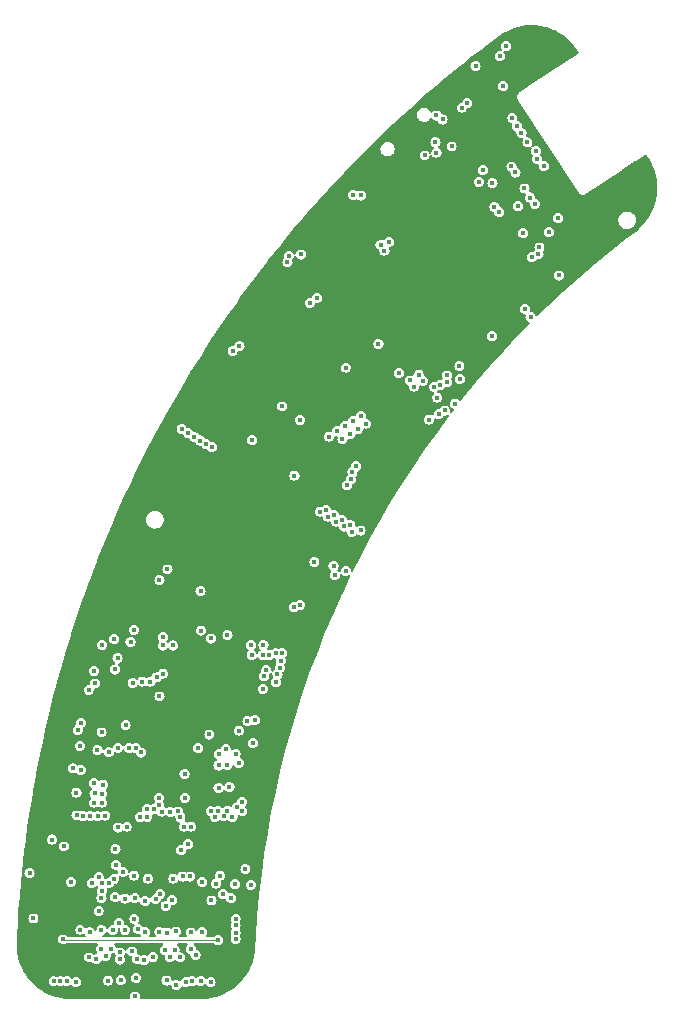
<source format=gbr>
%TF.GenerationSoftware,KiCad,Pcbnew,7.0.8*%
%TF.CreationDate,2024-01-10T09:50:14+01:00*%
%TF.ProjectId,Zoka-MainBoard,5a6f6b61-2d4d-4616-996e-426f6172642e,rev?*%
%TF.SameCoordinates,Original*%
%TF.FileFunction,Copper,L2,Inr*%
%TF.FilePolarity,Positive*%
%FSLAX46Y46*%
G04 Gerber Fmt 4.6, Leading zero omitted, Abs format (unit mm)*
G04 Created by KiCad (PCBNEW 7.0.8) date 2024-01-10 09:50:14*
%MOMM*%
%LPD*%
G01*
G04 APERTURE LIST*
G04 Aperture macros list*
%AMHorizOval*
0 Thick line with rounded ends*
0 $1 width*
0 $2 $3 position (X,Y) of the first rounded end (center of the circle)*
0 $4 $5 position (X,Y) of the second rounded end (center of the circle)*
0 Add line between two ends*
20,1,$1,$2,$3,$4,$5,0*
0 Add two circle primitives to create the rounded ends*
1,1,$1,$2,$3*
1,1,$1,$4,$5*%
G04 Aperture macros list end*
%TA.AperFunction,ComponentPad*%
%ADD10C,0.500000*%
%TD*%
%TA.AperFunction,ComponentPad*%
%ADD11C,0.300000*%
%TD*%
%TA.AperFunction,ComponentPad*%
%ADD12C,0.600000*%
%TD*%
%TA.AperFunction,ComponentPad*%
%ADD13HorizOval,1.000000X0.333939X0.220192X-0.333939X-0.220192X0*%
%TD*%
%TA.AperFunction,ComponentPad*%
%ADD14HorizOval,1.000000X0.500909X0.330288X-0.500909X-0.330288X0*%
%TD*%
%TA.AperFunction,ViaPad*%
%ADD15C,0.450000*%
%TD*%
%TA.AperFunction,Conductor*%
%ADD16C,0.100000*%
%TD*%
G04 APERTURE END LIST*
D10*
%TO.N,GND*%
%TO.C,U303*%
X187321950Y-51028094D03*
X187037583Y-52413423D03*
X186487102Y-51578575D03*
X185936621Y-50743727D03*
X185652254Y-52129056D03*
%TD*%
D11*
%TO.N,GND*%
%TO.C,U402*%
X157687987Y-103468462D03*
X156412987Y-102693462D03*
X158962987Y-102693462D03*
X157687987Y-101918462D03*
%TD*%
D12*
%TO.N,GND*%
%TO.C,U305*%
X169940888Y-68634951D03*
X168663298Y-67848972D03*
X169040100Y-68667825D03*
X169416902Y-69486678D03*
X168139312Y-68700699D03*
%TD*%
D11*
%TO.N,GND*%
%TO.C,U401*%
X163112989Y-103469321D03*
X161837989Y-102694321D03*
X164387989Y-102694321D03*
X163112989Y-101919321D03*
%TD*%
%TO.N,GND*%
%TO.C,U403*%
X152287986Y-103468457D03*
X151012986Y-102693457D03*
X153562986Y-102693457D03*
X152287986Y-101918457D03*
%TD*%
D12*
%TO.N,GND*%
%TO.C,U304*%
X175901996Y-63273893D03*
X177154268Y-62448172D03*
X176252892Y-62443609D03*
X175351516Y-62439046D03*
X176603788Y-61613325D03*
%TD*%
D13*
%TO.N,GND*%
%TO.C,J201*%
X194930718Y-47662237D03*
D14*
X198270109Y-45460314D03*
D13*
X188743314Y-38278547D03*
D14*
X192082706Y-36076624D03*
%TD*%
D15*
%TO.N,GND*%
X184516005Y-46158038D03*
X148183827Y-113325870D03*
X176143827Y-45865870D03*
X182744902Y-54961988D03*
X157921971Y-72341115D03*
X160926146Y-99401625D03*
X198143827Y-47865870D03*
X190346741Y-49021191D03*
X172584926Y-82477208D03*
X161901141Y-85101628D03*
X170643827Y-64365870D03*
X179643827Y-48365870D03*
X160551144Y-93676624D03*
X188317800Y-36164823D03*
X199643827Y-46365870D03*
X171952114Y-50220075D03*
X152201137Y-107676634D03*
X158177876Y-93243715D03*
X158301142Y-89176627D03*
X176885818Y-70094835D03*
X172391785Y-49660654D03*
X199643827Y-48365870D03*
X184761594Y-46954363D03*
X183243827Y-46865870D03*
X149051143Y-113026628D03*
X199643827Y-47285870D03*
X176143827Y-44865870D03*
X187536394Y-44623950D03*
X188658509Y-46282903D03*
X151501140Y-112151622D03*
X164964705Y-64376231D03*
X191645494Y-51339051D03*
X163070038Y-63209676D03*
X195643827Y-50865870D03*
X160883827Y-93005870D03*
X168503827Y-72685870D03*
X170143827Y-58365870D03*
X181143827Y-47365870D03*
X190143827Y-36865870D03*
X162143827Y-87965870D03*
X186127955Y-38656852D03*
X152851140Y-92426629D03*
X157160398Y-91518971D03*
X172643827Y-63365870D03*
X158951135Y-108343453D03*
X194643827Y-52865870D03*
X170143827Y-63865870D03*
X177143827Y-53365870D03*
X158880163Y-72930605D03*
X159348200Y-73219469D03*
X148901138Y-114676629D03*
X182143827Y-49365870D03*
X162153827Y-90465870D03*
X178703722Y-60570169D03*
X161894908Y-107857864D03*
X165053827Y-89195870D03*
X171622963Y-78125617D03*
X154543215Y-99517960D03*
X172843853Y-71130462D03*
X162226146Y-111351626D03*
X191643827Y-34365870D03*
X165053827Y-90465870D03*
X192214882Y-47070685D03*
X158143827Y-76865870D03*
X163538486Y-63497876D03*
X196643827Y-46365870D03*
X166176143Y-104001627D03*
X196643827Y-47365870D03*
X178373433Y-60069256D03*
X165963827Y-62525870D03*
X156643827Y-73365870D03*
X148351143Y-108501630D03*
X172332816Y-70816072D03*
X175143827Y-45865870D03*
X165963827Y-108245870D03*
X198143827Y-46865870D03*
X160351138Y-97676627D03*
X165963827Y-59985870D03*
X171043827Y-72685870D03*
X192567094Y-52827558D03*
X179832034Y-45503352D03*
X164016965Y-63792241D03*
X190143827Y-33865870D03*
X157643827Y-73365870D03*
X196643827Y-51365870D03*
X176290330Y-43689110D03*
X168503827Y-62525870D03*
X174143827Y-45865870D03*
X164307045Y-96401128D03*
X150551145Y-97726631D03*
X188633169Y-45090277D03*
X186935187Y-43779551D03*
X188143827Y-59465870D03*
X192175105Y-52187660D03*
X162153827Y-89195870D03*
X157376643Y-107935320D03*
X159821014Y-73500536D03*
X183586910Y-47519303D03*
X159643827Y-74365870D03*
X155803827Y-77765870D03*
X164226137Y-113076627D03*
X163423827Y-80305870D03*
X181203827Y-57445870D03*
X156904562Y-111385819D03*
X181875418Y-55505363D03*
X172176144Y-78776626D03*
X178146631Y-51076559D03*
X171043827Y-62525870D03*
X158600776Y-91886823D03*
X152126143Y-111376631D03*
X173354885Y-71444853D03*
X157453518Y-72052925D03*
X156643827Y-76865870D03*
X173669278Y-70933815D03*
X181198659Y-49483366D03*
X170143827Y-61365870D03*
X173583827Y-47285870D03*
X167143827Y-63865870D03*
X154951142Y-107801629D03*
X161726145Y-114976626D03*
X195643827Y-51865870D03*
X186643827Y-39365870D03*
X154051136Y-93076627D03*
X190346948Y-47007218D03*
X183545117Y-54404403D03*
X155350638Y-89001627D03*
X195643827Y-48865870D03*
X168013031Y-53654183D03*
X177872524Y-60399548D03*
X190643827Y-34865870D03*
X186743827Y-58665870D03*
X171086099Y-51449911D03*
X182643827Y-50365870D03*
X175143827Y-44865870D03*
X183934502Y-45650130D03*
X164496676Y-64087358D03*
X160201142Y-111526625D03*
X149551139Y-99251627D03*
X171511990Y-50869626D03*
X151476142Y-111351623D03*
X176123827Y-67605870D03*
X157776141Y-95776628D03*
X158400458Y-72635481D03*
X150976141Y-108201629D03*
X185119630Y-60341807D03*
X160883827Y-80305870D03*
X165963827Y-110785870D03*
X195643827Y-49865870D03*
X178143827Y-56865870D03*
X196643827Y-48365870D03*
X177143827Y-44865870D03*
X171697602Y-59968763D03*
X165437532Y-64657286D03*
X165043827Y-87965870D03*
X178202813Y-60900451D03*
X155801141Y-90776630D03*
X163423827Y-62525870D03*
X160401143Y-107826629D03*
X179643827Y-50365870D03*
X187507352Y-40113010D03*
X168503827Y-59985870D03*
X173643827Y-57365870D03*
X189910161Y-56363443D03*
X167143827Y-61365870D03*
X160251143Y-93026629D03*
X185146895Y-43436238D03*
X180693889Y-39467892D03*
X180007390Y-60549029D03*
X159876144Y-79301628D03*
%TO.N,+3.3V*%
X155360944Y-92447381D03*
X173714472Y-68231365D03*
X160901142Y-101026628D03*
X165226145Y-98926132D03*
X173941969Y-67123104D03*
X173274081Y-67563488D03*
X163226140Y-97751628D03*
X160351139Y-96576625D03*
X154676637Y-86776633D03*
X150901138Y-96101630D03*
X185270366Y-46439217D03*
X154476141Y-87726627D03*
X156051144Y-84376625D03*
X151197717Y-98145087D03*
X154701136Y-94351632D03*
X158226142Y-90001623D03*
X175277721Y-66242336D03*
X155446212Y-101033061D03*
X172962795Y-78952601D03*
X188104562Y-41028024D03*
X189128676Y-46991793D03*
X174609845Y-66682711D03*
X175050228Y-67350593D03*
X172606209Y-68003867D03*
X160376134Y-98601628D03*
X175718107Y-66910206D03*
X173988487Y-62171456D03*
X174382354Y-67790981D03*
X182195751Y-41160433D03*
X162576142Y-85101626D03*
X158901143Y-79251633D03*
%TO.N,/Battery Management/VSYS*%
X174101816Y-72139184D03*
X178499186Y-62621546D03*
X180513330Y-63273460D03*
X176764257Y-60172050D03*
X179761965Y-63768892D03*
X180169281Y-62751678D03*
X174874640Y-70501275D03*
X174560254Y-71012321D03*
X174416205Y-71628146D03*
X179417918Y-63247110D03*
%TO.N,/1.8V_LCD*%
X158676140Y-111476628D03*
X158226138Y-109926628D03*
X153351148Y-99001625D03*
X156350971Y-112270370D03*
X152301142Y-109976628D03*
X161278529Y-111903822D03*
X152726137Y-98226626D03*
X153376142Y-98251626D03*
X156976142Y-109976626D03*
X152701143Y-99001629D03*
%TO.N,VBUS*%
X191987645Y-49496380D03*
%TO.N,/MCU/VBUS_USB*%
X186420826Y-46549053D03*
X188490654Y-41740511D03*
X189996786Y-48293683D03*
X188876946Y-42286987D03*
%TO.N,/MCU/USB_D+*%
X189373827Y-43095870D03*
X188030278Y-45140884D03*
X190202045Y-44498234D03*
%TO.N,/MCU/USB_D-*%
X190775604Y-45114990D03*
X188365224Y-45648845D03*
X190081345Y-43835926D03*
%TO.N,/ENCODER_S2*%
X181670931Y-40821959D03*
X181591607Y-43085414D03*
X180677643Y-44197138D03*
%TO.N,/ENCODER_A*%
X164416468Y-60741716D03*
X153376146Y-85626633D03*
X175272084Y-47594639D03*
X184291751Y-39777772D03*
X176942836Y-51763405D03*
%TO.N,/ENCODER_B*%
X165000862Y-60356380D03*
X177273126Y-52264312D03*
X184987077Y-36654134D03*
X174634468Y-47535942D03*
X183809483Y-40156258D03*
X152676138Y-87826633D03*
%TO.N,/ENCODER_S1*%
X170179422Y-52587370D03*
X182962718Y-43439049D03*
%TO.N,/Battery Management/ENCODER_BUTTON*%
X168097195Y-88788571D03*
X175251782Y-75954474D03*
X166977143Y-89352264D03*
X183226207Y-65210944D03*
X185600468Y-45455837D03*
X183647617Y-63141377D03*
%TO.N,/MISO*%
X152978529Y-100103822D03*
%TO.N,/OLED/MCLK_1.8V*%
X152276141Y-112101627D03*
X151526136Y-109751627D03*
%TO.N,/OLED/XVD_1.8V*%
X152890591Y-112251628D03*
X153076143Y-108176631D03*
%TO.N,/OLED/R7_1.8V*%
X153316084Y-107051626D03*
X163362986Y-105176630D03*
X153316080Y-109801630D03*
X153276139Y-111376628D03*
%TO.N,/OLED/R6_1.8V*%
X153351142Y-106501630D03*
X162988479Y-105851632D03*
%TO.N,/OLED/R5_1.8V*%
X153665087Y-111995870D03*
X162626146Y-107276627D03*
X154826136Y-109176626D03*
X154486358Y-106995870D03*
%TO.N,/OLED/R4_1.8V*%
X153937093Y-105827129D03*
X161851144Y-105701627D03*
%TO.N,/OLED/R3_1.8V*%
X154376143Y-105452127D03*
X160176139Y-105251622D03*
X154114703Y-111363073D03*
X154265087Y-109776628D03*
%TO.N,/OLED/RGB_LSB_1.8V*%
X158873827Y-109995870D03*
X164673827Y-109401626D03*
%TO.N,/OLED/G7_1.8V*%
X154890587Y-112276626D03*
X156425643Y-109726627D03*
%TO.N,/OLED/G6_1.8V*%
X155301142Y-107126625D03*
X156125639Y-107101628D03*
%TO.N,/OLED/G5_1.8V*%
X155326147Y-109776622D03*
X154901138Y-111676628D03*
%TO.N,/OLED/G4_1.8V*%
X156100638Y-108851630D03*
X164673827Y-108826634D03*
%TO.N,/OLED/G3_1.8V*%
X156244332Y-113852129D03*
X156176142Y-115403947D03*
X164626140Y-105901633D03*
X165962616Y-105958190D03*
%TO.N,/Battery Management/PGOOD*%
X189622504Y-47767696D03*
X174390504Y-75486823D03*
X182561148Y-62833397D03*
X165673827Y-92095870D03*
X168607795Y-86333286D03*
X181873827Y-66095870D03*
%TO.N,/OLED/B7_1.8V*%
X157007347Y-107351130D03*
X157226148Y-105426627D03*
X159401140Y-105426631D03*
X156914194Y-112335319D03*
%TO.N,/OLED/B6_1.8V*%
X157904562Y-107135320D03*
X159303483Y-107251624D03*
%TO.N,/OLED/B5_1.8V*%
X158751138Y-107726629D03*
X155873827Y-111595870D03*
%TO.N,/OLED/B3_1.8V*%
X163626139Y-106751630D03*
X158301137Y-106726130D03*
X157676144Y-112051628D03*
X164673827Y-110545373D03*
%TO.N,/OLED/CS_1.8V*%
X164673827Y-109995870D03*
X164301142Y-107101626D03*
X154551140Y-104276631D03*
X159601003Y-109907955D03*
%TO.N,/OLED/SCK_1.8V*%
X159658184Y-114439960D03*
X150373827Y-114095870D03*
X159101140Y-112100027D03*
X153351141Y-105795870D03*
%TO.N,/OLED/MOSI_1.8V*%
X160448831Y-114178940D03*
X159501141Y-111451631D03*
X153073827Y-105295870D03*
X149823330Y-114095870D03*
%TO.N,/OLED/MISO_1.8V*%
X161001146Y-114126623D03*
X152501141Y-105801628D03*
X159973827Y-112095870D03*
X149273827Y-114095870D03*
%TO.N,/Battery Management/CHARGE_STATUS*%
X188581373Y-48508136D03*
X192073179Y-54363922D03*
X190393302Y-51997910D03*
X173840223Y-75617918D03*
X164973827Y-92895870D03*
X168053497Y-86353896D03*
%TO.N,/MOSI*%
X153452957Y-97473816D03*
X152700644Y-97351628D03*
X152974303Y-94555138D03*
X153923800Y-94723085D03*
X153624953Y-100099190D03*
%TO.N,/SCK*%
X151313640Y-92839126D03*
%TO.N,/CS*%
X151576139Y-92226632D03*
%TO.N,/XCLR*%
X155776141Y-85401625D03*
X152378530Y-100126623D03*
X154401645Y-85151623D03*
%TO.N,/XHD*%
X151201136Y-100076627D03*
%TO.N,/HVD*%
X151749959Y-100104064D03*
%TO.N,/MCLK*%
X150126144Y-102701627D03*
X153326144Y-93051626D03*
X151569910Y-96220396D03*
%TO.N,/B5*%
X166951141Y-86526127D03*
X167027862Y-85649905D03*
X160301140Y-101026625D03*
%TO.N,/B4*%
X166026142Y-86526123D03*
X159997279Y-100258075D03*
X165976142Y-85651628D03*
%TO.N,/B3*%
X159776643Y-99745360D03*
%TO.N,/B2*%
X159151143Y-99776630D03*
%TO.N,/B1*%
X158424955Y-99753205D03*
%TO.N,/SDA*%
X159373827Y-85695870D03*
X186999744Y-48991045D03*
X152226496Y-89451982D03*
X158516642Y-85695870D03*
X186376591Y-59517525D03*
X172346361Y-74229255D03*
X190309931Y-52557934D03*
%TO.N,/G5*%
X157178529Y-100203823D03*
X157426644Y-88755271D03*
X156651142Y-94751629D03*
%TO.N,/G4*%
X156578530Y-100203823D03*
X156778457Y-88753938D03*
X156203316Y-94374773D03*
%TO.N,/G3*%
X158497467Y-88075674D03*
X154701136Y-101101630D03*
X155651141Y-94351630D03*
%TO.N,/G2*%
X164938484Y-95618293D03*
%TO.N,/G1*%
X163226139Y-95851630D03*
X164403090Y-100226628D03*
X163980382Y-95839509D03*
%TO.N,/R5*%
X163653587Y-100160455D03*
%TO.N,/R4*%
X163151141Y-99676628D03*
%TO.N,/R3*%
X162904090Y-100190354D03*
%TO.N,/R2*%
X162573827Y-99696588D03*
%TO.N,/R1*%
X160651137Y-102501629D03*
%TO.N,/SCL*%
X158500643Y-84976630D03*
X189644936Y-57907490D03*
X166123831Y-93949319D03*
X157973827Y-88395870D03*
X189188296Y-57214966D03*
X183619651Y-62058678D03*
X163244142Y-94894624D03*
X171796075Y-74360354D03*
X158226142Y-80176631D03*
X186585968Y-48545187D03*
X161701143Y-81101625D03*
X165226145Y-99726624D03*
X189753973Y-52804734D03*
%TO.N,/I2S_PDM_CLK*%
X152776142Y-88901627D03*
%TO.N,/I2S_PDM_DATA*%
X163983909Y-84817383D03*
X161726141Y-84426625D03*
X155951144Y-88851631D03*
%TO.N,/MCU/RGB_LSB*%
X164671221Y-94885907D03*
X163976137Y-99676626D03*
%TO.N,Net-(U201-EN)*%
X151501143Y-94176626D03*
%TO.N,+1V8*%
X157146213Y-99533062D03*
X155126142Y-104851129D03*
X158201144Y-99176631D03*
X154501142Y-102951631D03*
X160801639Y-105251629D03*
X157746212Y-99533061D03*
X150726141Y-105701630D03*
X156050646Y-105176625D03*
X160069877Y-103016142D03*
X158201144Y-98601629D03*
X165501145Y-104626625D03*
%TO.N,+10V*%
X151151136Y-114202130D03*
X161681488Y-68341670D03*
X162656080Y-68913498D03*
X160658542Y-67698582D03*
X161183782Y-68040999D03*
X160098669Y-67349059D03*
X162551145Y-114201631D03*
X162165443Y-68621479D03*
%TO.N,/Battery Management/ESP_POWER_EN*%
X171539288Y-56284648D03*
X169172220Y-52694799D03*
X166292574Y-92005569D03*
X182374532Y-65798827D03*
X174504988Y-76065073D03*
X181675920Y-43957532D03*
X164151137Y-97676630D03*
X182004044Y-63613131D03*
X168213995Y-88139476D03*
%TO.N,/Battery Management/1.8V_ENABLE*%
X161501139Y-94401624D03*
X162451136Y-93226626D03*
%TO.N,/Battery Management/10V_ENABLE*%
X181070931Y-66566415D03*
X173709126Y-75067631D03*
X163826143Y-94451628D03*
X167501140Y-86526630D03*
%TO.N,Net-(C411-Pad1)*%
X150076140Y-110576627D03*
X163176144Y-110651628D03*
%TO.N,Net-(J401-VOFS)*%
X161851142Y-109951628D03*
X161726140Y-114076629D03*
%TO.N,Net-(J401-VG255)*%
X160873827Y-111395870D03*
X160877238Y-109992460D03*
%TO.N,Net-(J401-TEST(SCAN_MODE))*%
X153843827Y-114065870D03*
%TO.N,Net-(J401-TEST(PSCNT))*%
X154951143Y-114026625D03*
%TO.N,Net-(J401-TEST(VFUSE))*%
X158827655Y-114056899D03*
%TO.N,Net-(U305-FB)*%
X166066244Y-68311052D03*
X168619207Y-65449474D03*
%TO.N,/BUTTON2*%
X171341329Y-78630165D03*
X169613942Y-82439926D03*
X168497614Y-86973097D03*
X167276641Y-87770370D03*
%TO.N,/BUTTON1*%
X170147841Y-82240045D03*
X167076645Y-88295870D03*
X168430522Y-87569808D03*
X173074268Y-79725631D03*
%TO.N,/LEDS_ENABLE*%
X149126140Y-102126623D03*
X164776145Y-99401630D03*
%TO.N,Net-(LED201-RA)*%
X187334954Y-38323039D03*
X173158841Y-75198728D03*
%TO.N,Net-(LED201-GA)*%
X170954892Y-56669984D03*
X181457525Y-63786769D03*
X169058473Y-53248933D03*
X187030305Y-35794842D03*
X172477457Y-74779536D03*
X181740638Y-64701646D03*
%TO.N,Net-(LED201-BA)*%
X173027745Y-74648446D03*
X187570015Y-34959839D03*
%TO.N,Net-(J501-Pad1)*%
X173991391Y-79379934D03*
%TO.N,Net-(Q307-G)*%
X177637327Y-51545036D03*
X182569748Y-63385273D03*
%TO.N,/Battery Management/VSYS_CONTROLED_10V*%
X169651791Y-71309400D03*
X170124497Y-66581001D03*
%TO.N,Net-(U303-PSEL)*%
X189023049Y-50771269D03*
X191184238Y-50684931D03*
%TO.N,Net-(LED502-K)*%
X147551142Y-108801629D03*
X147226140Y-104976628D03*
%TD*%
D16*
%TO.N,Net-(C411-Pad1)*%
X150076140Y-110576627D02*
X150151140Y-110651626D01*
X150151140Y-110651626D02*
X163176144Y-110651628D01*
%TD*%
%TA.AperFunction,Conductor*%
%TO.N,GND*%
G36*
X190116275Y-33185546D02*
G01*
X190120693Y-33185926D01*
X190527269Y-33239439D01*
X190531657Y-33240219D01*
X190931763Y-33330120D01*
X190936042Y-33331285D01*
X191326445Y-33456850D01*
X191330611Y-33458401D01*
X191708116Y-33618603D01*
X191712104Y-33620512D01*
X192073659Y-33814055D01*
X192077481Y-33816329D01*
X192420127Y-34041628D01*
X192423727Y-34044235D01*
X192744693Y-34299467D01*
X192748052Y-34302395D01*
X193044734Y-34585487D01*
X193047808Y-34588696D01*
X193317813Y-34897369D01*
X193320580Y-34900837D01*
X193562738Y-35234000D01*
X193564023Y-35235854D01*
X193705484Y-35450390D01*
X193721732Y-35509379D01*
X193700205Y-35566652D01*
X193677332Y-35587538D01*
X188700643Y-38869058D01*
X188687049Y-38876563D01*
X188665079Y-38886530D01*
X188665076Y-38886532D01*
X188641512Y-38908050D01*
X188571394Y-38972076D01*
X188508728Y-39082387D01*
X188508727Y-39082389D01*
X188483217Y-39206662D01*
X188495933Y-39320020D01*
X188497360Y-39332737D01*
X188513380Y-39368053D01*
X188549769Y-39448273D01*
X188566030Y-39466080D01*
X188575574Y-39478339D01*
X188685231Y-39644642D01*
X193761862Y-47343760D01*
X193769367Y-47357356D01*
X193779332Y-47379320D01*
X193779336Y-47379327D01*
X193864882Y-47473011D01*
X193975191Y-47535676D01*
X194099466Y-47561186D01*
X194225541Y-47547044D01*
X194312014Y-47507818D01*
X194312013Y-47507818D01*
X194320140Y-47504132D01*
X194320143Y-47504130D01*
X194341075Y-47494635D01*
X194358891Y-47478365D01*
X194371132Y-47468835D01*
X199350888Y-44185292D01*
X199409874Y-44169045D01*
X199467147Y-44190572D01*
X199487630Y-44212839D01*
X199631609Y-44427741D01*
X199632969Y-44429888D01*
X199840983Y-44777733D01*
X199843073Y-44781609D01*
X200019053Y-45145899D01*
X200020788Y-45149939D01*
X200067641Y-45274010D01*
X200163704Y-45528398D01*
X200165075Y-45532583D01*
X200273816Y-45922256D01*
X200274809Y-45926546D01*
X200348506Y-46324333D01*
X200349114Y-46328695D01*
X200387186Y-46731453D01*
X200387405Y-46735851D01*
X200389550Y-47140405D01*
X200389378Y-47144804D01*
X200355582Y-47547946D01*
X200355019Y-47552314D01*
X200285549Y-47950847D01*
X200284601Y-47955147D01*
X200180000Y-48345958D01*
X200178673Y-48350157D01*
X200039776Y-48730118D01*
X200038082Y-48734182D01*
X199865985Y-49100303D01*
X199863936Y-49104201D01*
X199660001Y-49453586D01*
X199657614Y-49457287D01*
X199423436Y-49787195D01*
X199420730Y-49790669D01*
X199158197Y-50098444D01*
X199155194Y-50101664D01*
X198866334Y-50384930D01*
X198863060Y-50387866D01*
X198820519Y-50422741D01*
X198548534Y-50645703D01*
X197838763Y-51176599D01*
X196442981Y-52269282D01*
X195071576Y-53392409D01*
X193725212Y-54545435D01*
X192404540Y-55727802D01*
X191110201Y-56938938D01*
X190217236Y-57812129D01*
X190162412Y-57839294D01*
X190102091Y-57829047D01*
X190059314Y-57785301D01*
X190055655Y-57776326D01*
X189993465Y-57654272D01*
X189993464Y-57654270D01*
X189898156Y-57558962D01*
X189898153Y-57558960D01*
X189778065Y-57497772D01*
X189778063Y-57497771D01*
X189675060Y-57481457D01*
X189620543Y-57453679D01*
X189592766Y-57399163D01*
X189596394Y-57353079D01*
X189598014Y-57348093D01*
X189598015Y-57348092D01*
X189619100Y-57214966D01*
X189598015Y-57081840D01*
X189536824Y-56961746D01*
X189441516Y-56866438D01*
X189441513Y-56866436D01*
X189321425Y-56805248D01*
X189321423Y-56805247D01*
X189188296Y-56784162D01*
X189055168Y-56805247D01*
X189055166Y-56805248D01*
X188935078Y-56866436D01*
X188839766Y-56961748D01*
X188778578Y-57081836D01*
X188778577Y-57081838D01*
X188757492Y-57214965D01*
X188757492Y-57214966D01*
X188778577Y-57348093D01*
X188778578Y-57348095D01*
X188832376Y-57453679D01*
X188839768Y-57468186D01*
X188935076Y-57563494D01*
X189055170Y-57624685D01*
X189158171Y-57640998D01*
X189212687Y-57668775D01*
X189240465Y-57723291D01*
X189236840Y-57769367D01*
X189235217Y-57774361D01*
X189214132Y-57907489D01*
X189214132Y-57907490D01*
X189235217Y-58040617D01*
X189235218Y-58040619D01*
X189295324Y-58158583D01*
X189296408Y-58160710D01*
X189391716Y-58256018D01*
X189391718Y-58256019D01*
X189518752Y-58320747D01*
X189517620Y-58322968D01*
X189557480Y-58351920D01*
X189576394Y-58410109D01*
X189557494Y-58468302D01*
X189548150Y-58479364D01*
X188603011Y-59445158D01*
X187391375Y-60739029D01*
X186208498Y-62059243D01*
X185054951Y-63405162D01*
X183931295Y-64776133D01*
X183754873Y-65001310D01*
X183704102Y-65035456D01*
X183642957Y-65033237D01*
X183594793Y-64995503D01*
X183588738Y-64985207D01*
X183574735Y-64957724D01*
X183479427Y-64862416D01*
X183479424Y-64862414D01*
X183359336Y-64801226D01*
X183359334Y-64801225D01*
X183226207Y-64780140D01*
X183093079Y-64801225D01*
X183093077Y-64801226D01*
X182972989Y-64862414D01*
X182877677Y-64957726D01*
X182816489Y-65077814D01*
X182816488Y-65077816D01*
X182797729Y-65196256D01*
X182795403Y-65210944D01*
X182816488Y-65344070D01*
X182828693Y-65368023D01*
X182839138Y-65388523D01*
X182848709Y-65448955D01*
X182833407Y-65478987D01*
X182834322Y-65478521D01*
X182894754Y-65488092D01*
X182919810Y-65506295D01*
X182972987Y-65559472D01*
X183093081Y-65620663D01*
X183093085Y-65620663D01*
X183099144Y-65622633D01*
X183148645Y-65658596D01*
X183167553Y-65716786D01*
X183148647Y-65774977D01*
X183146483Y-65777844D01*
X182958033Y-66018377D01*
X182907262Y-66052523D01*
X182846117Y-66050305D01*
X182797953Y-66012570D01*
X182781168Y-65953732D01*
X182783644Y-65939745D01*
X182783032Y-65939649D01*
X182790293Y-65893808D01*
X182805336Y-65798827D01*
X182805205Y-65798003D01*
X182801367Y-65773772D01*
X182784251Y-65665701D01*
X182761600Y-65621247D01*
X182752029Y-65560816D01*
X182767331Y-65530781D01*
X182766415Y-65531249D01*
X182705983Y-65521678D01*
X182680927Y-65503474D01*
X182627752Y-65450299D01*
X182627749Y-65450297D01*
X182507661Y-65389109D01*
X182507659Y-65389108D01*
X182374532Y-65368023D01*
X182241404Y-65389108D01*
X182241402Y-65389109D01*
X182121314Y-65450297D01*
X182026002Y-65545609D01*
X181990972Y-65614360D01*
X181947708Y-65657625D01*
X181887276Y-65667196D01*
X181873828Y-65665066D01*
X181873826Y-65665066D01*
X181740699Y-65686151D01*
X181740697Y-65686152D01*
X181620609Y-65747340D01*
X181525297Y-65842652D01*
X181464109Y-65962740D01*
X181464108Y-65962742D01*
X181443023Y-66095869D01*
X181443023Y-66095872D01*
X181444085Y-66102578D01*
X181434513Y-66163010D01*
X181391248Y-66206274D01*
X181330816Y-66215845D01*
X181301359Y-66206274D01*
X181270444Y-66190522D01*
X181204057Y-66156696D01*
X181070931Y-66135611D01*
X180937803Y-66156696D01*
X180937801Y-66156697D01*
X180817713Y-66217885D01*
X180722401Y-66313197D01*
X180661213Y-66433285D01*
X180661212Y-66433287D01*
X180640127Y-66566414D01*
X180640127Y-66566415D01*
X180661212Y-66699542D01*
X180661213Y-66699544D01*
X180722401Y-66819632D01*
X180722403Y-66819635D01*
X180817711Y-66914943D01*
X180937805Y-66976134D01*
X181070931Y-66997219D01*
X181204057Y-66976134D01*
X181324151Y-66914943D01*
X181419459Y-66819635D01*
X181480650Y-66699541D01*
X181501735Y-66566415D01*
X181500673Y-66559710D01*
X181510241Y-66499279D01*
X181553504Y-66456012D01*
X181613936Y-66446438D01*
X181643398Y-66456011D01*
X181689306Y-66479402D01*
X181740701Y-66505589D01*
X181873827Y-66526674D01*
X182006953Y-66505589D01*
X182127047Y-66444398D01*
X182222355Y-66349090D01*
X182257387Y-66280334D01*
X182300649Y-66237072D01*
X182361079Y-66227500D01*
X182367854Y-66228573D01*
X182374530Y-66229631D01*
X182374532Y-66229631D01*
X182507658Y-66208546D01*
X182617649Y-66152502D01*
X182678078Y-66142931D01*
X182732595Y-66170708D01*
X182760373Y-66225224D01*
X182750802Y-66285656D01*
X182741847Y-66300039D01*
X181775813Y-67590566D01*
X180745030Y-69032666D01*
X179746223Y-70497094D01*
X178779877Y-71983142D01*
X177846457Y-73490090D01*
X176946417Y-75017209D01*
X176080191Y-76563760D01*
X175248200Y-78128993D01*
X174607233Y-79401642D01*
X174564171Y-79445108D01*
X174503785Y-79454963D01*
X174449139Y-79427440D01*
X174421106Y-79373054D01*
X174421033Y-79372597D01*
X174419379Y-79362155D01*
X174401110Y-79246808D01*
X174401109Y-79246806D01*
X174401108Y-79246804D01*
X174339920Y-79126716D01*
X174339919Y-79126714D01*
X174244611Y-79031406D01*
X174244608Y-79031404D01*
X174124520Y-78970216D01*
X174124518Y-78970215D01*
X173991391Y-78949130D01*
X173858263Y-78970215D01*
X173858261Y-78970216D01*
X173738173Y-79031404D01*
X173642861Y-79126716D01*
X173581673Y-79246804D01*
X173581672Y-79246805D01*
X173559497Y-79386812D01*
X173531719Y-79441328D01*
X173477203Y-79469105D01*
X173416770Y-79459533D01*
X173391715Y-79441330D01*
X173327488Y-79377103D01*
X173324719Y-79375692D01*
X173322524Y-79373497D01*
X173321186Y-79372525D01*
X173321340Y-79372313D01*
X173281456Y-79332429D01*
X173271885Y-79271997D01*
X173299661Y-79217482D01*
X173311323Y-79205821D01*
X173372514Y-79085727D01*
X173393599Y-78952601D01*
X173372514Y-78819475D01*
X173311323Y-78699381D01*
X173216015Y-78604073D01*
X173216012Y-78604071D01*
X173095924Y-78542883D01*
X173095922Y-78542882D01*
X172962795Y-78521797D01*
X172829667Y-78542882D01*
X172829665Y-78542883D01*
X172709577Y-78604071D01*
X172614265Y-78699383D01*
X172553077Y-78819471D01*
X172553076Y-78819473D01*
X172531991Y-78952600D01*
X172531991Y-78952601D01*
X172553076Y-79085728D01*
X172553077Y-79085730D01*
X172614265Y-79205818D01*
X172614267Y-79205821D01*
X172709575Y-79301129D01*
X172712339Y-79302537D01*
X172714532Y-79304729D01*
X172715877Y-79305707D01*
X172715722Y-79305920D01*
X172755604Y-79345799D01*
X172765178Y-79406230D01*
X172737402Y-79460748D01*
X172737402Y-79460749D01*
X172725739Y-79472411D01*
X172725738Y-79472413D01*
X172664550Y-79592501D01*
X172664549Y-79592503D01*
X172643464Y-79725630D01*
X172643464Y-79725631D01*
X172664549Y-79858758D01*
X172664550Y-79858760D01*
X172725738Y-79978848D01*
X172725740Y-79978851D01*
X172821048Y-80074159D01*
X172941142Y-80135350D01*
X173074268Y-80156435D01*
X173207394Y-80135350D01*
X173327488Y-80074159D01*
X173422796Y-79978851D01*
X173483987Y-79858757D01*
X173505072Y-79725631D01*
X173505071Y-79725629D01*
X173506161Y-79718753D01*
X173533938Y-79664237D01*
X173588455Y-79636459D01*
X173648887Y-79646030D01*
X173673942Y-79664233D01*
X173738171Y-79728462D01*
X173858265Y-79789653D01*
X173991391Y-79810738D01*
X174124517Y-79789653D01*
X174244611Y-79728462D01*
X174244613Y-79728459D01*
X174247042Y-79727222D01*
X174307474Y-79717650D01*
X174361991Y-79745427D01*
X174389769Y-79799943D01*
X174381365Y-79858007D01*
X173725535Y-81234754D01*
X173688514Y-81312469D01*
X172961575Y-82929171D01*
X172270379Y-84561474D01*
X171615262Y-86208589D01*
X170996541Y-87869717D01*
X170414514Y-89544056D01*
X169869465Y-91230794D01*
X169361655Y-92929116D01*
X168891333Y-94638198D01*
X168458724Y-96357213D01*
X168064040Y-98085331D01*
X167707469Y-99821713D01*
X167389186Y-101565519D01*
X167109344Y-103315906D01*
X166868079Y-105072025D01*
X166665508Y-106833028D01*
X166501728Y-108598061D01*
X166376819Y-110366270D01*
X166336609Y-111194016D01*
X166336608Y-111194022D01*
X166334019Y-111247340D01*
X166333870Y-111250411D01*
X166333713Y-111252621D01*
X166295668Y-111659269D01*
X166295058Y-111663660D01*
X166221006Y-112064162D01*
X166220006Y-112068481D01*
X166110437Y-112460750D01*
X166109054Y-112464963D01*
X166027607Y-112680088D01*
X165965553Y-112843992D01*
X165964845Y-112845861D01*
X165963091Y-112849932D01*
X165785389Y-113216423D01*
X165783278Y-113220322D01*
X165613082Y-113503599D01*
X165574053Y-113568560D01*
X165573528Y-113569433D01*
X165571077Y-113573127D01*
X165330930Y-113902102D01*
X165328158Y-113905562D01*
X165059566Y-114211731D01*
X165056496Y-114214929D01*
X164761601Y-114495852D01*
X164758257Y-114498763D01*
X164439408Y-114752197D01*
X164435818Y-114754797D01*
X164095595Y-114978695D01*
X164091786Y-114980964D01*
X163788041Y-115143952D01*
X163775414Y-115150729D01*
X163732905Y-115173539D01*
X163728909Y-115175458D01*
X163354238Y-115335168D01*
X163350086Y-115336722D01*
X162962635Y-115462288D01*
X162958360Y-115463465D01*
X162561226Y-115553880D01*
X162556863Y-115554670D01*
X162256761Y-115595219D01*
X162153254Y-115609205D01*
X162148840Y-115609602D01*
X161740347Y-115627898D01*
X161738132Y-115627948D01*
X156687382Y-115627948D01*
X156629191Y-115609041D01*
X156593227Y-115559541D01*
X156589601Y-115513461D01*
X156606946Y-115403947D01*
X156606946Y-115403946D01*
X156602977Y-115378892D01*
X156585861Y-115270821D01*
X156524670Y-115150727D01*
X156429362Y-115055419D01*
X156429359Y-115055417D01*
X156309271Y-114994229D01*
X156309269Y-114994228D01*
X156176142Y-114973143D01*
X156043014Y-114994228D01*
X156043012Y-114994229D01*
X155922924Y-115055417D01*
X155827612Y-115150729D01*
X155766424Y-115270817D01*
X155766423Y-115270819D01*
X155745338Y-115403946D01*
X155745338Y-115403947D01*
X155762683Y-115513461D01*
X155753112Y-115573893D01*
X155709847Y-115617158D01*
X155664902Y-115627948D01*
X150729379Y-115627948D01*
X150727160Y-115627898D01*
X150318663Y-115609570D01*
X150314242Y-115609173D01*
X149910157Y-115554498D01*
X149905789Y-115553707D01*
X149508199Y-115463068D01*
X149503920Y-115461889D01*
X149116056Y-115336021D01*
X149111900Y-115334463D01*
X148736853Y-115174370D01*
X148732868Y-115172454D01*
X148401209Y-114994229D01*
X148373659Y-114979424D01*
X148369847Y-114977150D01*
X148029368Y-114752739D01*
X148025782Y-114750138D01*
X147706754Y-114496135D01*
X147703423Y-114493231D01*
X147408412Y-114211681D01*
X147405345Y-114208479D01*
X147398498Y-114200658D01*
X147306761Y-114095870D01*
X148843023Y-114095870D01*
X148864108Y-114228997D01*
X148864109Y-114228999D01*
X148925297Y-114349087D01*
X148925299Y-114349090D01*
X149020607Y-114444398D01*
X149043522Y-114456074D01*
X149102934Y-114486346D01*
X149140701Y-114505589D01*
X149273827Y-114526674D01*
X149406953Y-114505589D01*
X149503633Y-114456327D01*
X149564064Y-114446756D01*
X149593523Y-114456328D01*
X149665936Y-114493224D01*
X149690204Y-114505589D01*
X149823330Y-114526674D01*
X149956456Y-114505589D01*
X150053632Y-114456074D01*
X150114064Y-114446503D01*
X150143521Y-114456073D01*
X150240701Y-114505589D01*
X150373827Y-114526674D01*
X150506953Y-114505589D01*
X150627047Y-114444398D01*
X150643301Y-114428143D01*
X150697815Y-114400366D01*
X150758247Y-114409936D01*
X150797642Y-114449329D01*
X150798030Y-114449048D01*
X150799807Y-114451494D01*
X150801512Y-114453199D01*
X150802608Y-114455350D01*
X150897916Y-114550658D01*
X151018010Y-114611849D01*
X151151136Y-114632934D01*
X151284262Y-114611849D01*
X151404356Y-114550658D01*
X151499664Y-114455350D01*
X151560855Y-114335256D01*
X151581940Y-114202130D01*
X151579502Y-114186740D01*
X151565110Y-114095870D01*
X151560855Y-114069004D01*
X151559258Y-114065870D01*
X153413023Y-114065870D01*
X153434108Y-114198997D01*
X153434109Y-114198999D01*
X153490728Y-114310119D01*
X153495299Y-114319090D01*
X153590607Y-114414398D01*
X153590609Y-114414399D01*
X153693090Y-114466616D01*
X153710701Y-114475589D01*
X153843827Y-114496674D01*
X153976953Y-114475589D01*
X154097047Y-114414398D01*
X154192355Y-114319090D01*
X154253546Y-114198996D01*
X154274631Y-114065870D01*
X154271673Y-114047197D01*
X154268415Y-114026625D01*
X154520339Y-114026625D01*
X154541424Y-114159752D01*
X154541425Y-114159754D01*
X154593445Y-114261848D01*
X154602615Y-114279845D01*
X154697923Y-114375153D01*
X154697925Y-114375154D01*
X154790589Y-114422369D01*
X154818017Y-114436344D01*
X154951143Y-114457429D01*
X155084269Y-114436344D01*
X155204363Y-114375153D01*
X155299671Y-114279845D01*
X155360862Y-114159751D01*
X155381947Y-114026625D01*
X155381493Y-114023761D01*
X155371829Y-113962742D01*
X155360862Y-113893499D01*
X155339783Y-113852129D01*
X155813528Y-113852129D01*
X155834613Y-113985256D01*
X155834614Y-113985258D01*
X155890974Y-114095870D01*
X155895804Y-114105349D01*
X155991112Y-114200657D01*
X156111206Y-114261848D01*
X156244332Y-114282933D01*
X156377458Y-114261848D01*
X156497552Y-114200657D01*
X156592860Y-114105349D01*
X156617547Y-114056899D01*
X158396851Y-114056899D01*
X158417936Y-114190026D01*
X158417937Y-114190028D01*
X158477453Y-114306834D01*
X158479127Y-114310119D01*
X158574435Y-114405427D01*
X158574437Y-114405428D01*
X158664846Y-114451494D01*
X158694529Y-114466618D01*
X158827655Y-114487703D01*
X158960781Y-114466618D01*
X159074473Y-114408689D01*
X159087817Y-114401890D01*
X159089117Y-114404442D01*
X159134842Y-114389584D01*
X159193034Y-114408488D01*
X159229000Y-114457987D01*
X159232628Y-114473097D01*
X159248465Y-114573087D01*
X159248466Y-114573089D01*
X159278959Y-114632934D01*
X159309656Y-114693180D01*
X159404964Y-114788488D01*
X159525058Y-114849679D01*
X159658184Y-114870764D01*
X159791310Y-114849679D01*
X159911404Y-114788488D01*
X160006712Y-114693180D01*
X160067733Y-114573418D01*
X160110997Y-114530155D01*
X160171429Y-114520584D01*
X160200883Y-114530154D01*
X160315705Y-114588659D01*
X160448831Y-114609744D01*
X160581957Y-114588659D01*
X160702051Y-114527468D01*
X160702052Y-114527467D01*
X160708353Y-114522889D01*
X160709266Y-114524145D01*
X160755839Y-114500409D01*
X160816272Y-114509975D01*
X160868020Y-114536342D01*
X161001146Y-114557427D01*
X161134272Y-114536342D01*
X161254366Y-114475151D01*
X161318638Y-114410878D01*
X161373153Y-114383103D01*
X161433585Y-114392674D01*
X161458640Y-114410877D01*
X161472920Y-114425157D01*
X161593014Y-114486348D01*
X161726140Y-114507433D01*
X161859266Y-114486348D01*
X161979360Y-114425157D01*
X162020885Y-114383631D01*
X162075399Y-114355855D01*
X162135831Y-114365426D01*
X162179096Y-114408689D01*
X162186067Y-114422369D01*
X162202617Y-114454851D01*
X162297925Y-114550159D01*
X162297927Y-114550160D01*
X162409120Y-114606816D01*
X162418019Y-114611350D01*
X162551145Y-114632435D01*
X162684271Y-114611350D01*
X162804365Y-114550159D01*
X162899673Y-114454851D01*
X162960864Y-114334757D01*
X162981949Y-114201631D01*
X162960864Y-114068505D01*
X162899673Y-113948411D01*
X162804365Y-113853103D01*
X162804362Y-113853101D01*
X162684274Y-113791913D01*
X162684272Y-113791912D01*
X162551145Y-113770827D01*
X162418017Y-113791912D01*
X162418015Y-113791913D01*
X162297927Y-113853101D01*
X162297923Y-113853104D01*
X162256400Y-113894627D01*
X162201883Y-113922404D01*
X162141451Y-113912832D01*
X162098188Y-113869569D01*
X162077128Y-113828237D01*
X162074668Y-113823409D01*
X161979360Y-113728101D01*
X161979357Y-113728099D01*
X161859269Y-113666911D01*
X161859267Y-113666910D01*
X161726140Y-113645825D01*
X161593012Y-113666910D01*
X161593010Y-113666911D01*
X161472922Y-113728099D01*
X161472920Y-113728100D01*
X161472920Y-113728101D01*
X161408647Y-113792373D01*
X161354133Y-113820149D01*
X161293701Y-113810578D01*
X161268645Y-113792374D01*
X161254366Y-113778095D01*
X161254363Y-113778093D01*
X161134275Y-113716905D01*
X161134273Y-113716904D01*
X161001146Y-113695819D01*
X160868018Y-113716904D01*
X160868016Y-113716905D01*
X160747928Y-113778093D01*
X160741621Y-113782676D01*
X160740709Y-113781421D01*
X160694117Y-113805156D01*
X160633695Y-113795583D01*
X160581957Y-113769221D01*
X160448831Y-113748136D01*
X160315703Y-113769221D01*
X160315701Y-113769222D01*
X160195613Y-113830410D01*
X160100302Y-113925721D01*
X160039281Y-114045480D01*
X159996016Y-114088744D01*
X159935584Y-114098315D01*
X159906127Y-114088743D01*
X159791313Y-114030242D01*
X159791311Y-114030241D01*
X159658184Y-114009156D01*
X159525056Y-114030241D01*
X159525054Y-114030242D01*
X159398022Y-114094969D01*
X159396724Y-114092422D01*
X159350942Y-114107274D01*
X159292761Y-114088338D01*
X159256821Y-114038820D01*
X159253210Y-114023761D01*
X159247112Y-113985258D01*
X159237374Y-113923773D01*
X159176183Y-113803679D01*
X159080875Y-113708371D01*
X159080872Y-113708369D01*
X158960784Y-113647181D01*
X158960782Y-113647180D01*
X158827655Y-113626095D01*
X158694527Y-113647180D01*
X158694525Y-113647181D01*
X158574437Y-113708369D01*
X158479125Y-113803681D01*
X158417937Y-113923769D01*
X158417936Y-113923771D01*
X158396851Y-114056898D01*
X158396851Y-114056899D01*
X156617547Y-114056899D01*
X156654051Y-113985255D01*
X156675136Y-113852129D01*
X156654051Y-113719003D01*
X156592860Y-113598909D01*
X156497552Y-113503601D01*
X156497549Y-113503599D01*
X156377461Y-113442411D01*
X156377459Y-113442410D01*
X156244332Y-113421325D01*
X156111204Y-113442410D01*
X156111202Y-113442411D01*
X155991114Y-113503599D01*
X155895802Y-113598911D01*
X155834614Y-113718999D01*
X155834613Y-113719001D01*
X155813528Y-113852128D01*
X155813528Y-113852129D01*
X155339783Y-113852129D01*
X155299671Y-113773405D01*
X155204363Y-113678097D01*
X155204360Y-113678095D01*
X155084272Y-113616907D01*
X155084270Y-113616906D01*
X154951143Y-113595821D01*
X154818015Y-113616906D01*
X154818013Y-113616907D01*
X154697925Y-113678095D01*
X154602613Y-113773407D01*
X154541425Y-113893495D01*
X154541424Y-113893497D01*
X154520339Y-114026624D01*
X154520339Y-114026625D01*
X154268415Y-114026625D01*
X154261146Y-113980730D01*
X154253546Y-113932744D01*
X154237712Y-113901669D01*
X154192356Y-113812652D01*
X154192355Y-113812650D01*
X154097047Y-113717342D01*
X154097044Y-113717340D01*
X153976956Y-113656152D01*
X153976954Y-113656151D01*
X153843827Y-113635066D01*
X153710699Y-113656151D01*
X153710697Y-113656152D01*
X153590609Y-113717340D01*
X153495297Y-113812652D01*
X153434109Y-113932740D01*
X153434108Y-113932742D01*
X153413023Y-114065869D01*
X153413023Y-114065870D01*
X151559258Y-114065870D01*
X151499664Y-113948910D01*
X151404356Y-113853602D01*
X151404353Y-113853600D01*
X151284265Y-113792412D01*
X151284263Y-113792411D01*
X151151136Y-113771326D01*
X151018008Y-113792411D01*
X151018006Y-113792412D01*
X150897918Y-113853600D01*
X150897913Y-113853604D01*
X150881660Y-113869857D01*
X150827143Y-113897634D01*
X150766711Y-113888061D01*
X150727321Y-113848669D01*
X150726933Y-113848952D01*
X150725150Y-113846498D01*
X150723448Y-113844796D01*
X150722356Y-113842652D01*
X150722355Y-113842650D01*
X150627047Y-113747342D01*
X150627044Y-113747340D01*
X150506956Y-113686152D01*
X150506954Y-113686151D01*
X150373827Y-113665066D01*
X150240699Y-113686151D01*
X150143521Y-113735665D01*
X150083089Y-113745236D01*
X150053633Y-113735665D01*
X149956456Y-113686151D01*
X149823330Y-113665066D01*
X149690202Y-113686151D01*
X149593521Y-113735412D01*
X149533089Y-113744983D01*
X149503632Y-113735411D01*
X149406956Y-113686152D01*
X149406954Y-113686151D01*
X149273827Y-113665066D01*
X149140699Y-113686151D01*
X149140697Y-113686152D01*
X149020609Y-113747340D01*
X148925297Y-113842652D01*
X148864109Y-113962740D01*
X148864108Y-113962742D01*
X148843023Y-114095869D01*
X148843023Y-114095870D01*
X147306761Y-114095870D01*
X147136741Y-113901663D01*
X147133975Y-113898202D01*
X146893914Y-113568560D01*
X146891470Y-113564869D01*
X146681883Y-113215052D01*
X146679782Y-113211159D01*
X146502362Y-112843992D01*
X146500612Y-112839913D01*
X146357911Y-112461346D01*
X146356776Y-112458337D01*
X146355404Y-112454137D01*
X146246307Y-112061203D01*
X146245316Y-112056891D01*
X146244352Y-112051627D01*
X146171839Y-111655771D01*
X146171237Y-111651380D01*
X146133968Y-111245304D01*
X146133760Y-111240888D01*
X146132998Y-110832317D01*
X146133066Y-110829618D01*
X146134814Y-110796472D01*
X146146403Y-110576627D01*
X149645336Y-110576627D01*
X149666421Y-110709754D01*
X149666422Y-110709756D01*
X149711687Y-110798593D01*
X149727612Y-110829847D01*
X149822920Y-110925155D01*
X149943014Y-110986346D01*
X150076140Y-111007431D01*
X150209266Y-110986346D01*
X150329360Y-110925155D01*
X150329367Y-110925147D01*
X150335029Y-110921035D01*
X150393218Y-110902126D01*
X152909885Y-110902126D01*
X152968076Y-110921033D01*
X153004040Y-110970533D01*
X153004040Y-111031719D01*
X152979889Y-111071129D01*
X152927612Y-111123406D01*
X152927609Y-111123410D01*
X152866421Y-111243498D01*
X152866420Y-111243500D01*
X152845335Y-111376627D01*
X152845335Y-111376628D01*
X152866420Y-111509755D01*
X152866421Y-111509757D01*
X152917373Y-111609755D01*
X152927611Y-111629848D01*
X152950025Y-111652262D01*
X152977801Y-111706777D01*
X152968230Y-111767209D01*
X152924965Y-111810474D01*
X152895507Y-111820045D01*
X152757464Y-111841909D01*
X152729275Y-111856272D01*
X152668843Y-111865843D01*
X152614329Y-111838067D01*
X152529361Y-111753099D01*
X152529358Y-111753097D01*
X152409270Y-111691909D01*
X152409268Y-111691908D01*
X152276141Y-111670823D01*
X152143013Y-111691908D01*
X152143011Y-111691909D01*
X152022923Y-111753097D01*
X151927611Y-111848409D01*
X151866423Y-111968497D01*
X151866422Y-111968499D01*
X151845337Y-112101626D01*
X151845337Y-112101627D01*
X151866422Y-112234754D01*
X151866423Y-112234756D01*
X151927611Y-112354844D01*
X151927613Y-112354847D01*
X152022921Y-112450155D01*
X152143015Y-112511346D01*
X152276141Y-112532431D01*
X152409267Y-112511346D01*
X152437454Y-112496983D01*
X152497884Y-112487410D01*
X152552401Y-112515186D01*
X152637371Y-112600156D01*
X152757465Y-112661347D01*
X152890591Y-112682432D01*
X153023717Y-112661347D01*
X153143811Y-112600156D01*
X153239119Y-112504848D01*
X153294683Y-112395796D01*
X153337946Y-112352534D01*
X153398378Y-112342963D01*
X153427836Y-112352535D01*
X153491070Y-112384754D01*
X153531961Y-112405589D01*
X153665087Y-112426674D01*
X153798213Y-112405589D01*
X153918307Y-112344398D01*
X154013615Y-112249090D01*
X154074806Y-112128996D01*
X154095891Y-111995870D01*
X154080628Y-111899505D01*
X154090199Y-111839075D01*
X154133463Y-111795811D01*
X154162918Y-111786240D01*
X154247829Y-111772792D01*
X154346404Y-111722565D01*
X154406832Y-111712994D01*
X154461349Y-111740770D01*
X154489127Y-111795284D01*
X154491419Y-111809754D01*
X154548738Y-111922249D01*
X154558309Y-111982681D01*
X154544541Y-112015926D01*
X154545596Y-112016464D01*
X154480869Y-112143496D01*
X154480868Y-112143498D01*
X154459783Y-112276625D01*
X154459783Y-112276626D01*
X154480868Y-112409753D01*
X154480869Y-112409755D01*
X154542057Y-112529843D01*
X154542059Y-112529846D01*
X154637367Y-112625154D01*
X154637369Y-112625155D01*
X154752552Y-112683844D01*
X154757461Y-112686345D01*
X154890587Y-112707430D01*
X155023713Y-112686345D01*
X155143807Y-112625154D01*
X155239115Y-112529846D01*
X155300306Y-112409752D01*
X155321391Y-112276626D01*
X155300306Y-112143500D01*
X155242986Y-112031004D01*
X155233415Y-111970574D01*
X155247185Y-111937329D01*
X155246128Y-111936791D01*
X155249666Y-111929848D01*
X155310857Y-111809754D01*
X155310858Y-111809746D01*
X155312694Y-111804099D01*
X155348655Y-111754597D01*
X155406845Y-111735687D01*
X155465037Y-111754591D01*
X155495059Y-111789741D01*
X155519184Y-111837088D01*
X155525299Y-111849090D01*
X155620607Y-111944398D01*
X155740701Y-112005589D01*
X155858906Y-112024310D01*
X155913421Y-112052087D01*
X155941199Y-112106604D01*
X155941199Y-112137578D01*
X155920167Y-112270369D01*
X155920167Y-112270370D01*
X155941252Y-112403497D01*
X155941253Y-112403499D01*
X156002441Y-112523587D01*
X156002443Y-112523590D01*
X156097751Y-112618898D01*
X156217845Y-112680089D01*
X156350971Y-112701174D01*
X156484097Y-112680089D01*
X156534693Y-112654308D01*
X156595122Y-112644737D01*
X156649638Y-112672512D01*
X156657214Y-112680087D01*
X156660974Y-112683847D01*
X156781068Y-112745038D01*
X156914194Y-112766123D01*
X157047320Y-112745038D01*
X157167414Y-112683847D01*
X157262722Y-112588539D01*
X157323913Y-112468445D01*
X157323913Y-112468442D01*
X157326998Y-112462389D01*
X157370263Y-112419124D01*
X157430695Y-112409553D01*
X157460150Y-112419123D01*
X157543018Y-112461347D01*
X157676144Y-112482432D01*
X157809270Y-112461347D01*
X157929364Y-112400156D01*
X158024672Y-112304848D01*
X158085863Y-112184754D01*
X158106948Y-112051628D01*
X158085863Y-111918502D01*
X158024672Y-111798408D01*
X157929364Y-111703100D01*
X157929361Y-111703098D01*
X157809273Y-111641910D01*
X157809271Y-111641909D01*
X157676144Y-111620824D01*
X157543016Y-111641909D01*
X157543014Y-111641910D01*
X157422926Y-111703098D01*
X157327615Y-111798409D01*
X157263338Y-111924558D01*
X157220073Y-111967822D01*
X157159641Y-111977393D01*
X157130184Y-111967821D01*
X157047323Y-111925601D01*
X157047321Y-111925600D01*
X156914194Y-111904515D01*
X156781067Y-111925600D01*
X156730470Y-111951380D01*
X156670038Y-111960951D01*
X156615524Y-111933175D01*
X156604191Y-111921842D01*
X156604188Y-111921840D01*
X156484100Y-111860652D01*
X156484098Y-111860651D01*
X156365892Y-111841929D01*
X156311375Y-111814151D01*
X156283598Y-111759635D01*
X156283598Y-111728667D01*
X156304631Y-111595870D01*
X156283546Y-111462744D01*
X156222355Y-111342650D01*
X156127047Y-111247342D01*
X156127044Y-111247340D01*
X156006956Y-111186152D01*
X156006954Y-111186151D01*
X155873827Y-111165066D01*
X155740699Y-111186151D01*
X155740697Y-111186152D01*
X155620609Y-111247340D01*
X155525297Y-111342652D01*
X155464107Y-111462743D01*
X155462267Y-111468407D01*
X155426301Y-111517905D01*
X155368110Y-111536810D01*
X155309920Y-111517900D01*
X155279906Y-111482757D01*
X155249666Y-111423408D01*
X155154358Y-111328100D01*
X155154355Y-111328098D01*
X155034267Y-111266910D01*
X155034265Y-111266909D01*
X154901138Y-111245824D01*
X154768012Y-111266909D01*
X154669438Y-111317135D01*
X154609006Y-111326706D01*
X154554489Y-111298929D01*
X154526713Y-111244414D01*
X154524422Y-111229947D01*
X154524420Y-111229943D01*
X154524420Y-111229942D01*
X154463232Y-111109855D01*
X154463231Y-111109853D01*
X154424505Y-111071127D01*
X154396730Y-111016613D01*
X154406301Y-110956181D01*
X154449566Y-110912916D01*
X154494509Y-110902126D01*
X158454054Y-110902126D01*
X158512244Y-110921033D01*
X158548208Y-110970533D01*
X158548208Y-111031719D01*
X158512244Y-111081219D01*
X158498999Y-111089335D01*
X158422921Y-111128099D01*
X158327610Y-111223410D01*
X158266422Y-111343498D01*
X158266421Y-111343500D01*
X158245336Y-111476627D01*
X158245336Y-111476628D01*
X158266421Y-111609755D01*
X158266422Y-111609757D01*
X158327610Y-111729845D01*
X158327612Y-111729848D01*
X158422920Y-111825156D01*
X158543014Y-111886347D01*
X158602454Y-111895761D01*
X158656970Y-111923538D01*
X158684748Y-111978055D01*
X158684748Y-112009028D01*
X158670336Y-112100025D01*
X158670336Y-112100027D01*
X158691421Y-112233154D01*
X158691422Y-112233156D01*
X158752249Y-112352535D01*
X158752612Y-112353247D01*
X158847920Y-112448555D01*
X158847922Y-112448556D01*
X158959851Y-112505587D01*
X158968014Y-112509746D01*
X159101140Y-112530831D01*
X159234266Y-112509746D01*
X159354360Y-112448555D01*
X159449668Y-112353247D01*
X159450331Y-112351944D01*
X159451364Y-112350911D01*
X159454246Y-112346945D01*
X159454874Y-112347401D01*
X159493592Y-112308679D01*
X159554024Y-112299104D01*
X159608542Y-112326879D01*
X159620316Y-112343082D01*
X159620721Y-112342788D01*
X159625297Y-112349087D01*
X159625299Y-112349090D01*
X159720607Y-112444398D01*
X159840701Y-112505589D01*
X159973827Y-112526674D01*
X160106953Y-112505589D01*
X160227047Y-112444398D01*
X160322355Y-112349090D01*
X160383546Y-112228996D01*
X160404631Y-112095870D01*
X160383546Y-111962744D01*
X160322355Y-111842650D01*
X160227047Y-111747342D01*
X160227044Y-111747340D01*
X160106956Y-111686152D01*
X160106955Y-111686151D01*
X159997772Y-111668858D01*
X159943256Y-111641080D01*
X159915479Y-111586563D01*
X159915479Y-111555593D01*
X159931945Y-111451631D01*
X159931678Y-111449948D01*
X159923113Y-111395869D01*
X159910860Y-111318505D01*
X159849669Y-111198411D01*
X159754361Y-111103103D01*
X159727340Y-111089335D01*
X159684076Y-111046070D01*
X159674505Y-110985638D01*
X159702283Y-110931122D01*
X159756800Y-110903345D01*
X159772276Y-110902126D01*
X160526817Y-110902126D01*
X160585006Y-110921033D01*
X160620970Y-110970533D01*
X160620970Y-111031719D01*
X160596819Y-111071129D01*
X160525300Y-111142648D01*
X160525297Y-111142652D01*
X160464109Y-111262740D01*
X160464108Y-111262742D01*
X160443023Y-111395869D01*
X160443023Y-111395870D01*
X160464108Y-111528997D01*
X160464109Y-111528999D01*
X160525297Y-111649087D01*
X160525299Y-111649090D01*
X160620607Y-111744398D01*
X160620609Y-111744399D01*
X160740694Y-111805586D01*
X160740698Y-111805587D01*
X160740701Y-111805589D01*
X160764210Y-111809312D01*
X160818727Y-111837088D01*
X160846506Y-111891604D01*
X160847213Y-111900594D01*
X160868810Y-112036949D01*
X160868811Y-112036951D01*
X160923100Y-112143498D01*
X160930001Y-112157042D01*
X161025309Y-112252350D01*
X161025311Y-112252351D01*
X161138969Y-112310263D01*
X161145403Y-112313541D01*
X161278529Y-112334626D01*
X161411655Y-112313541D01*
X161531749Y-112252350D01*
X161627057Y-112157042D01*
X161688248Y-112036948D01*
X161709333Y-111903822D01*
X161688248Y-111770696D01*
X161674848Y-111744398D01*
X161627058Y-111650604D01*
X161627057Y-111650602D01*
X161531749Y-111555294D01*
X161531746Y-111555292D01*
X161411658Y-111494104D01*
X161411656Y-111494103D01*
X161388143Y-111490379D01*
X161333627Y-111462601D01*
X161305850Y-111408084D01*
X161305142Y-111399102D01*
X161304630Y-111395872D01*
X161304631Y-111395870D01*
X161283546Y-111262744D01*
X161222355Y-111142650D01*
X161150832Y-111071127D01*
X161123057Y-111016613D01*
X161132628Y-110956181D01*
X161175893Y-110912916D01*
X161220834Y-110902126D01*
X162783890Y-110902126D01*
X162842078Y-110921033D01*
X162853884Y-110931116D01*
X162922924Y-111000156D01*
X163043018Y-111061347D01*
X163176144Y-111082432D01*
X163309270Y-111061347D01*
X163429364Y-111000156D01*
X163524672Y-110904848D01*
X163585863Y-110784754D01*
X163606948Y-110651628D01*
X163590119Y-110545373D01*
X164243023Y-110545373D01*
X164264108Y-110678500D01*
X164264109Y-110678502D01*
X164318248Y-110784755D01*
X164325299Y-110798593D01*
X164420607Y-110893901D01*
X164420609Y-110893902D01*
X164522511Y-110945824D01*
X164540701Y-110955092D01*
X164673827Y-110976177D01*
X164806953Y-110955092D01*
X164927047Y-110893901D01*
X165022355Y-110798593D01*
X165083546Y-110678499D01*
X165104631Y-110545373D01*
X165083546Y-110412247D01*
X165077259Y-110399908D01*
X165034285Y-110315566D01*
X165024713Y-110255134D01*
X165034284Y-110225677D01*
X165083546Y-110128996D01*
X165104631Y-109995870D01*
X165083546Y-109862744D01*
X165022885Y-109743691D01*
X165013314Y-109683262D01*
X165022886Y-109653803D01*
X165083546Y-109534752D01*
X165104631Y-109401626D01*
X165103092Y-109391912D01*
X165099753Y-109370826D01*
X165083546Y-109268500D01*
X165027790Y-109159074D01*
X165018219Y-109098644D01*
X165027791Y-109069185D01*
X165083546Y-108959760D01*
X165104631Y-108826634D01*
X165083546Y-108693508D01*
X165022355Y-108573414D01*
X164927047Y-108478106D01*
X164927044Y-108478104D01*
X164806956Y-108416916D01*
X164806954Y-108416915D01*
X164673827Y-108395830D01*
X164540699Y-108416915D01*
X164540697Y-108416916D01*
X164420609Y-108478104D01*
X164325297Y-108573416D01*
X164264109Y-108693504D01*
X164264108Y-108693506D01*
X164246983Y-108801629D01*
X164243023Y-108826634D01*
X164264108Y-108959760D01*
X164276845Y-108984757D01*
X164319863Y-109069185D01*
X164329434Y-109129617D01*
X164319863Y-109159074D01*
X164293229Y-109211347D01*
X164264108Y-109268500D01*
X164244562Y-109391912D01*
X164243023Y-109401626D01*
X164264108Y-109534752D01*
X164321476Y-109647342D01*
X164324768Y-109653803D01*
X164334339Y-109714235D01*
X164324768Y-109743690D01*
X164284243Y-109823227D01*
X164264108Y-109862744D01*
X164243023Y-109995869D01*
X164243023Y-109995870D01*
X164264108Y-110128997D01*
X164264109Y-110128999D01*
X164313368Y-110225675D01*
X164322940Y-110286107D01*
X164313369Y-110315564D01*
X164264108Y-110412245D01*
X164243023Y-110545372D01*
X164243023Y-110545373D01*
X163590119Y-110545373D01*
X163585863Y-110518502D01*
X163524672Y-110398408D01*
X163429364Y-110303100D01*
X163429361Y-110303098D01*
X163309273Y-110241910D01*
X163309271Y-110241909D01*
X163176144Y-110220824D01*
X163043016Y-110241909D01*
X163043014Y-110241910D01*
X162922926Y-110303098D01*
X162922924Y-110303099D01*
X162922924Y-110303100D01*
X162853891Y-110372132D01*
X162799377Y-110399908D01*
X162783890Y-110401127D01*
X162242398Y-110401127D01*
X162184207Y-110382220D01*
X162148243Y-110332720D01*
X162148243Y-110271534D01*
X162172392Y-110232125D01*
X162199670Y-110204848D01*
X162260861Y-110084754D01*
X162281946Y-109951628D01*
X162260861Y-109818502D01*
X162199670Y-109698408D01*
X162104362Y-109603100D01*
X162104359Y-109603098D01*
X161984271Y-109541910D01*
X161984269Y-109541909D01*
X161851142Y-109520824D01*
X161718014Y-109541909D01*
X161718012Y-109541910D01*
X161597924Y-109603098D01*
X161502613Y-109698409D01*
X161441996Y-109817376D01*
X161398731Y-109860640D01*
X161338299Y-109870211D01*
X161283783Y-109842433D01*
X161265578Y-109817376D01*
X161225766Y-109739240D01*
X161130458Y-109643932D01*
X161130455Y-109643930D01*
X161010367Y-109582742D01*
X161010365Y-109582741D01*
X160877238Y-109561656D01*
X160744110Y-109582741D01*
X160744108Y-109582742D01*
X160624020Y-109643930D01*
X160528708Y-109739242D01*
X160467520Y-109859330D01*
X160467519Y-109859332D01*
X160446434Y-109992459D01*
X160446434Y-109992460D01*
X160467519Y-110125587D01*
X160467520Y-110125589D01*
X160532247Y-110252622D01*
X160530547Y-110253488D01*
X160546351Y-110302127D01*
X160527443Y-110360318D01*
X160477943Y-110396282D01*
X160447351Y-110401127D01*
X159948586Y-110401127D01*
X159890395Y-110382220D01*
X159854431Y-110332720D01*
X159854431Y-110271534D01*
X159878580Y-110232125D01*
X159949531Y-110161175D01*
X160010722Y-110041081D01*
X160031807Y-109907955D01*
X160010722Y-109774829D01*
X159992588Y-109739240D01*
X159949532Y-109654737D01*
X159949531Y-109654735D01*
X159854223Y-109559427D01*
X159854220Y-109559425D01*
X159734132Y-109498237D01*
X159734130Y-109498236D01*
X159601003Y-109477151D01*
X159467875Y-109498236D01*
X159467873Y-109498237D01*
X159347785Y-109559425D01*
X159347781Y-109559428D01*
X159263460Y-109643749D01*
X159208943Y-109671526D01*
X159148511Y-109661954D01*
X159133819Y-109651280D01*
X159133352Y-109651923D01*
X159127044Y-109647340D01*
X159006956Y-109586152D01*
X159006954Y-109586151D01*
X158873827Y-109565066D01*
X158740699Y-109586151D01*
X158636991Y-109638992D01*
X158576559Y-109648563D01*
X158522045Y-109620787D01*
X158479358Y-109578100D01*
X158479355Y-109578098D01*
X158359267Y-109516910D01*
X158359265Y-109516909D01*
X158226138Y-109495824D01*
X158093010Y-109516909D01*
X158093008Y-109516910D01*
X157972920Y-109578098D01*
X157877608Y-109673410D01*
X157816420Y-109793498D01*
X157816419Y-109793500D01*
X157795334Y-109926627D01*
X157795334Y-109926628D01*
X157816419Y-110059755D01*
X157816420Y-110059757D01*
X157877608Y-110179845D01*
X157877610Y-110179848D01*
X157929887Y-110232125D01*
X157957663Y-110286640D01*
X157948092Y-110347072D01*
X157904827Y-110390337D01*
X157859882Y-110401127D01*
X157392396Y-110401127D01*
X157334205Y-110382220D01*
X157298241Y-110332720D01*
X157298241Y-110271534D01*
X157322390Y-110232125D01*
X157324670Y-110229846D01*
X157385861Y-110109752D01*
X157406946Y-109976626D01*
X157385861Y-109843500D01*
X157324670Y-109723406D01*
X157229362Y-109628098D01*
X157229359Y-109628096D01*
X157109271Y-109566908D01*
X157109269Y-109566907D01*
X156976142Y-109545822D01*
X156976140Y-109545822D01*
X156894436Y-109558762D01*
X156834004Y-109549190D01*
X156790741Y-109505927D01*
X156785593Y-109495824D01*
X156774171Y-109473407D01*
X156678863Y-109378099D01*
X156678860Y-109378097D01*
X156558772Y-109316909D01*
X156558770Y-109316908D01*
X156472993Y-109303322D01*
X156418477Y-109275544D01*
X156390700Y-109221027D01*
X156400272Y-109160595D01*
X156418472Y-109135543D01*
X156449166Y-109104850D01*
X156510357Y-108984756D01*
X156531442Y-108851630D01*
X156510357Y-108718504D01*
X156449166Y-108598410D01*
X156353858Y-108503102D01*
X156353855Y-108503100D01*
X156233767Y-108441912D01*
X156233765Y-108441911D01*
X156100638Y-108420826D01*
X155967510Y-108441911D01*
X155967508Y-108441912D01*
X155847420Y-108503100D01*
X155752108Y-108598412D01*
X155690920Y-108718500D01*
X155690919Y-108718502D01*
X155669834Y-108851629D01*
X155669834Y-108851630D01*
X155690919Y-108984757D01*
X155690920Y-108984759D01*
X155752108Y-109104847D01*
X155752110Y-109104850D01*
X155847418Y-109200158D01*
X155967512Y-109261349D01*
X156053286Y-109274934D01*
X156107802Y-109302711D01*
X156135580Y-109357228D01*
X156126009Y-109417660D01*
X156107804Y-109442718D01*
X156077113Y-109473409D01*
X156015925Y-109593497D01*
X156015924Y-109593499D01*
X155994839Y-109726626D01*
X155994839Y-109726627D01*
X156015924Y-109859754D01*
X156015925Y-109859756D01*
X156077113Y-109979844D01*
X156077115Y-109979847D01*
X156172423Y-110075155D01*
X156292517Y-110136346D01*
X156400588Y-110153462D01*
X156425642Y-110157431D01*
X156425642Y-110157430D01*
X156425643Y-110157431D01*
X156507348Y-110144490D01*
X156567779Y-110154061D01*
X156611043Y-110197325D01*
X156627612Y-110229843D01*
X156627614Y-110229846D01*
X156629892Y-110232124D01*
X156631353Y-110234992D01*
X156632193Y-110236148D01*
X156632010Y-110236280D01*
X156657668Y-110286639D01*
X156648097Y-110347071D01*
X156604832Y-110390336D01*
X156559887Y-110401126D01*
X155361082Y-110401126D01*
X155331390Y-110391478D01*
X155291210Y-110401126D01*
X154300062Y-110401126D01*
X154270338Y-110391468D01*
X154230111Y-110401126D01*
X153489112Y-110401126D01*
X153430921Y-110382219D01*
X153394957Y-110332719D01*
X153394957Y-110271533D01*
X153430921Y-110222033D01*
X153444167Y-110213916D01*
X153449204Y-110211349D01*
X153449206Y-110211349D01*
X153569300Y-110150158D01*
X153664608Y-110054850D01*
X153708744Y-109968227D01*
X153752008Y-109924964D01*
X153812440Y-109915393D01*
X153866957Y-109943171D01*
X153885162Y-109968229D01*
X153916557Y-110029845D01*
X153916559Y-110029848D01*
X154011867Y-110125156D01*
X154131961Y-110186347D01*
X154245598Y-110204345D01*
X154263075Y-110213250D01*
X154284573Y-110204345D01*
X154398213Y-110186347D01*
X154518307Y-110125156D01*
X154613615Y-110029848D01*
X154674806Y-109909754D01*
X154695891Y-109776628D01*
X154686367Y-109716498D01*
X154695938Y-109656069D01*
X154739202Y-109612804D01*
X154799632Y-109603232D01*
X154822012Y-109606776D01*
X154876527Y-109634554D01*
X154904304Y-109689071D01*
X154904304Y-109720044D01*
X154895343Y-109776621D01*
X154895343Y-109776622D01*
X154916428Y-109909749D01*
X154916429Y-109909751D01*
X154964883Y-110004847D01*
X154977619Y-110029842D01*
X155072927Y-110125150D01*
X155072929Y-110125151D01*
X155162708Y-110170896D01*
X155193021Y-110186341D01*
X155306698Y-110204345D01*
X155324139Y-110213232D01*
X155345593Y-110204345D01*
X155459273Y-110186341D01*
X155579367Y-110125150D01*
X155674675Y-110029842D01*
X155735866Y-109909748D01*
X155756951Y-109776622D01*
X155756666Y-109774825D01*
X155751030Y-109739240D01*
X155735866Y-109643496D01*
X155674675Y-109523402D01*
X155579367Y-109428094D01*
X155579364Y-109428092D01*
X155459276Y-109366904D01*
X155459274Y-109366903D01*
X155330273Y-109346471D01*
X155275756Y-109318693D01*
X155247979Y-109264177D01*
X155247979Y-109233203D01*
X155256940Y-109176626D01*
X155256940Y-109176625D01*
X155250432Y-109135536D01*
X155235855Y-109043500D01*
X155174664Y-108923406D01*
X155079356Y-108828098D01*
X155079353Y-108828096D01*
X154959265Y-108766908D01*
X154959263Y-108766907D01*
X154826136Y-108745822D01*
X154693008Y-108766907D01*
X154693006Y-108766908D01*
X154572918Y-108828096D01*
X154477606Y-108923408D01*
X154416418Y-109043496D01*
X154416417Y-109043498D01*
X154395332Y-109176625D01*
X154395332Y-109176626D01*
X154404855Y-109236753D01*
X154395284Y-109297185D01*
X154352019Y-109340450D01*
X154291587Y-109350021D01*
X154265088Y-109345824D01*
X154265087Y-109345824D01*
X154131959Y-109366909D01*
X154131957Y-109366910D01*
X154011869Y-109428098D01*
X153916558Y-109523409D01*
X153872422Y-109610029D01*
X153829157Y-109653293D01*
X153768725Y-109662864D01*
X153714208Y-109635086D01*
X153696004Y-109610029D01*
X153664608Y-109548410D01*
X153569300Y-109453102D01*
X153569297Y-109453100D01*
X153449209Y-109391912D01*
X153449207Y-109391911D01*
X153316080Y-109370826D01*
X153182952Y-109391911D01*
X153182950Y-109391912D01*
X153062862Y-109453100D01*
X152967550Y-109548412D01*
X152906362Y-109668500D01*
X152906361Y-109668502D01*
X152886521Y-109793768D01*
X152858743Y-109848285D01*
X152804227Y-109876062D01*
X152743795Y-109866491D01*
X152700531Y-109823227D01*
X152660006Y-109743694D01*
X152649670Y-109723408D01*
X152554362Y-109628100D01*
X152554359Y-109628098D01*
X152434271Y-109566910D01*
X152434269Y-109566909D01*
X152301142Y-109545824D01*
X152168016Y-109566909D01*
X152066762Y-109618501D01*
X152051045Y-109626509D01*
X151990613Y-109636080D01*
X151936097Y-109608303D01*
X151917892Y-109583246D01*
X151874664Y-109498407D01*
X151779356Y-109403099D01*
X151779353Y-109403097D01*
X151659265Y-109341909D01*
X151659263Y-109341908D01*
X151526136Y-109320823D01*
X151393008Y-109341908D01*
X151393006Y-109341909D01*
X151272918Y-109403097D01*
X151177606Y-109498409D01*
X151116418Y-109618497D01*
X151116417Y-109618499D01*
X151095332Y-109751626D01*
X151095332Y-109751627D01*
X151116417Y-109884754D01*
X151116418Y-109884756D01*
X151173033Y-109995869D01*
X151177608Y-110004847D01*
X151272916Y-110100155D01*
X151272918Y-110100156D01*
X151392668Y-110161172D01*
X151393010Y-110161346D01*
X151526136Y-110182431D01*
X151659262Y-110161346D01*
X151776234Y-110101745D01*
X151836663Y-110092174D01*
X151891180Y-110119951D01*
X151909386Y-110145009D01*
X151939874Y-110204845D01*
X151952614Y-110229848D01*
X151954890Y-110232124D01*
X151956350Y-110234990D01*
X151957195Y-110236153D01*
X151957010Y-110236286D01*
X151982666Y-110286639D01*
X151973095Y-110347071D01*
X151929830Y-110390336D01*
X151884885Y-110401126D01*
X150524935Y-110401126D01*
X150466744Y-110382219D01*
X150436725Y-110347070D01*
X150424670Y-110323410D01*
X150424669Y-110323409D01*
X150424668Y-110323407D01*
X150329360Y-110228099D01*
X150329357Y-110228097D01*
X150209269Y-110166909D01*
X150209267Y-110166908D01*
X150076140Y-110145823D01*
X149943012Y-110166908D01*
X149943010Y-110166909D01*
X149822922Y-110228097D01*
X149727610Y-110323409D01*
X149666422Y-110443497D01*
X149666421Y-110443499D01*
X149645336Y-110576626D01*
X149645336Y-110576627D01*
X146146403Y-110576627D01*
X146235899Y-108878921D01*
X146241479Y-108801629D01*
X147120338Y-108801629D01*
X147141423Y-108934756D01*
X147141424Y-108934758D01*
X147166900Y-108984757D01*
X147202614Y-109054849D01*
X147297922Y-109150157D01*
X147418016Y-109211348D01*
X147551142Y-109232433D01*
X147684268Y-109211348D01*
X147804362Y-109150157D01*
X147899670Y-109054849D01*
X147960861Y-108934755D01*
X147981946Y-108801629D01*
X147960861Y-108668503D01*
X147899670Y-108548409D01*
X147804362Y-108453101D01*
X147804359Y-108453099D01*
X147684271Y-108391911D01*
X147684269Y-108391910D01*
X147551142Y-108370825D01*
X147418014Y-108391910D01*
X147418012Y-108391911D01*
X147297924Y-108453099D01*
X147202612Y-108548411D01*
X147141424Y-108668499D01*
X147141423Y-108668501D01*
X147120338Y-108801628D01*
X147120338Y-108801629D01*
X146241479Y-108801629D01*
X146286599Y-108176631D01*
X152645339Y-108176631D01*
X152666424Y-108309758D01*
X152666425Y-108309760D01*
X152727613Y-108429848D01*
X152727615Y-108429851D01*
X152822923Y-108525159D01*
X152943017Y-108586350D01*
X153076143Y-108607435D01*
X153209269Y-108586350D01*
X153329363Y-108525159D01*
X153424671Y-108429851D01*
X153485862Y-108309757D01*
X153506947Y-108176631D01*
X153485862Y-108043505D01*
X153424671Y-107923411D01*
X153329363Y-107828103D01*
X153329360Y-107828101D01*
X153209272Y-107766913D01*
X153209270Y-107766912D01*
X153076143Y-107745827D01*
X152943015Y-107766912D01*
X152943013Y-107766913D01*
X152822925Y-107828101D01*
X152727613Y-107923413D01*
X152666425Y-108043501D01*
X152666424Y-108043503D01*
X152645339Y-108176630D01*
X152645339Y-108176631D01*
X146286599Y-108176631D01*
X146376644Y-106929331D01*
X146489250Y-105701630D01*
X150295337Y-105701630D01*
X150316422Y-105834757D01*
X150316423Y-105834759D01*
X150377611Y-105954847D01*
X150377613Y-105954850D01*
X150472921Y-106050158D01*
X150593015Y-106111349D01*
X150726141Y-106132434D01*
X150859267Y-106111349D01*
X150979361Y-106050158D01*
X151074669Y-105954850D01*
X151135860Y-105834756D01*
X151141107Y-105801628D01*
X152070337Y-105801628D01*
X152091422Y-105934755D01*
X152091423Y-105934757D01*
X152150509Y-106050719D01*
X152152613Y-106054848D01*
X152247921Y-106150156D01*
X152368015Y-106211347D01*
X152501141Y-106232432D01*
X152634267Y-106211347D01*
X152754361Y-106150156D01*
X152849669Y-106054848D01*
X152849670Y-106054845D01*
X152855178Y-106049338D01*
X152856559Y-106050719D01*
X152897816Y-106020742D01*
X152959002Y-106020740D01*
X152998416Y-106044892D01*
X153002611Y-106049087D01*
X153002613Y-106049090D01*
X153032271Y-106078748D01*
X153060047Y-106133263D01*
X153050476Y-106193695D01*
X153032271Y-106218753D01*
X153002612Y-106248412D01*
X152941424Y-106368500D01*
X152941423Y-106368502D01*
X152935943Y-106403102D01*
X152920338Y-106501630D01*
X152941423Y-106634756D01*
X152971268Y-106693330D01*
X152973665Y-106698034D01*
X152983236Y-106758466D01*
X152969836Y-106790823D01*
X152971093Y-106791464D01*
X152906366Y-106918496D01*
X152906365Y-106918498D01*
X152885280Y-107051625D01*
X152885280Y-107051626D01*
X152906365Y-107184753D01*
X152906366Y-107184755D01*
X152967554Y-107304843D01*
X152967556Y-107304846D01*
X153062864Y-107400154D01*
X153182958Y-107461345D01*
X153316084Y-107482430D01*
X153449210Y-107461345D01*
X153569304Y-107400154D01*
X153664612Y-107304846D01*
X153725803Y-107184752D01*
X153746888Y-107051626D01*
X153738057Y-106995870D01*
X154055554Y-106995870D01*
X154076639Y-107128997D01*
X154076640Y-107128999D01*
X154137828Y-107249087D01*
X154137830Y-107249090D01*
X154233138Y-107344398D01*
X154353232Y-107405589D01*
X154486358Y-107426674D01*
X154619484Y-107405589D01*
X154739578Y-107344398D01*
X154772391Y-107311584D01*
X154826905Y-107283808D01*
X154887337Y-107293379D01*
X154930600Y-107336641D01*
X154952614Y-107379845D01*
X155047922Y-107475153D01*
X155168016Y-107536344D01*
X155301142Y-107557429D01*
X155434268Y-107536344D01*
X155554362Y-107475153D01*
X155649670Y-107379845D01*
X155649671Y-107379842D01*
X155655179Y-107374335D01*
X155657554Y-107376710D01*
X155695161Y-107349374D01*
X155756346Y-107349359D01*
X155795778Y-107373515D01*
X155872419Y-107450156D01*
X155992513Y-107511347D01*
X156125639Y-107532432D01*
X156258765Y-107511347D01*
X156378859Y-107450156D01*
X156425665Y-107403349D01*
X156480179Y-107375573D01*
X156540611Y-107385144D01*
X156583876Y-107428408D01*
X156593448Y-107457866D01*
X156597628Y-107484257D01*
X156597629Y-107484259D01*
X156658817Y-107604347D01*
X156658819Y-107604350D01*
X156754127Y-107699658D01*
X156874221Y-107760849D01*
X157007347Y-107781934D01*
X157140473Y-107760849D01*
X157207633Y-107726629D01*
X158320334Y-107726629D01*
X158341419Y-107859756D01*
X158341420Y-107859758D01*
X158371269Y-107918339D01*
X158402610Y-107979849D01*
X158497918Y-108075157D01*
X158618012Y-108136348D01*
X158751138Y-108157433D01*
X158884264Y-108136348D01*
X159004358Y-108075157D01*
X159099666Y-107979849D01*
X159160857Y-107859755D01*
X159176259Y-107762509D01*
X159204035Y-107707995D01*
X159258551Y-107680217D01*
X159289523Y-107680217D01*
X159303483Y-107682428D01*
X159436609Y-107661343D01*
X159556703Y-107600152D01*
X159652011Y-107504844D01*
X159713202Y-107384750D01*
X159730327Y-107276627D01*
X162195342Y-107276627D01*
X162216427Y-107409754D01*
X162216428Y-107409756D01*
X162277616Y-107529844D01*
X162277618Y-107529847D01*
X162372926Y-107625155D01*
X162372928Y-107625156D01*
X162485328Y-107682427D01*
X162493020Y-107686346D01*
X162626146Y-107707431D01*
X162759272Y-107686346D01*
X162879366Y-107625155D01*
X162974674Y-107529847D01*
X163035865Y-107409753D01*
X163056950Y-107276627D01*
X163035865Y-107143501D01*
X162974674Y-107023407D01*
X162879366Y-106928099D01*
X162879363Y-106928097D01*
X162759275Y-106866909D01*
X162759273Y-106866908D01*
X162626146Y-106845823D01*
X162493018Y-106866908D01*
X162493016Y-106866909D01*
X162372928Y-106928097D01*
X162277616Y-107023409D01*
X162216428Y-107143497D01*
X162216427Y-107143499D01*
X162195342Y-107276626D01*
X162195342Y-107276627D01*
X159730327Y-107276627D01*
X159734287Y-107251624D01*
X159713202Y-107118498D01*
X159652011Y-106998404D01*
X159556703Y-106903096D01*
X159556700Y-106903094D01*
X159436612Y-106841906D01*
X159436610Y-106841905D01*
X159303483Y-106820820D01*
X159170355Y-106841905D01*
X159170353Y-106841906D01*
X159050265Y-106903094D01*
X158954953Y-106998406D01*
X158893765Y-107118494D01*
X158893764Y-107118496D01*
X158878362Y-107215741D01*
X158850584Y-107270258D01*
X158796068Y-107298035D01*
X158765095Y-107298035D01*
X158751140Y-107295825D01*
X158751137Y-107295825D01*
X158618010Y-107316910D01*
X158618008Y-107316911D01*
X158497920Y-107378099D01*
X158497916Y-107378102D01*
X158451581Y-107424437D01*
X158397064Y-107452214D01*
X158343488Y-107443728D01*
X158362330Y-107462569D01*
X158371902Y-107523001D01*
X158362331Y-107552459D01*
X158341419Y-107593501D01*
X158320334Y-107726628D01*
X158320334Y-107726629D01*
X157207633Y-107726629D01*
X157260567Y-107699658D01*
X157355875Y-107604350D01*
X157417066Y-107484256D01*
X157418759Y-107473565D01*
X157446536Y-107419050D01*
X157501053Y-107391272D01*
X157561485Y-107400843D01*
X157586540Y-107419046D01*
X157651342Y-107483848D01*
X157771436Y-107545039D01*
X157904562Y-107566124D01*
X158037688Y-107545039D01*
X158157782Y-107483848D01*
X158204119Y-107437510D01*
X158258633Y-107409734D01*
X158312209Y-107418219D01*
X158293368Y-107399377D01*
X158283797Y-107338945D01*
X158293368Y-107309489D01*
X158314281Y-107268446D01*
X158321483Y-107222971D01*
X158349260Y-107168455D01*
X158403774Y-107140677D01*
X158434263Y-107135849D01*
X158554357Y-107074658D01*
X158649665Y-106979350D01*
X158710856Y-106859256D01*
X158727902Y-106751630D01*
X163195335Y-106751630D01*
X163216420Y-106884757D01*
X163216421Y-106884759D01*
X163276466Y-107002603D01*
X163277611Y-107004850D01*
X163372919Y-107100158D01*
X163372921Y-107100159D01*
X163457976Y-107143497D01*
X163493013Y-107161349D01*
X163626139Y-107182434D01*
X163759265Y-107161349D01*
X163759268Y-107161347D01*
X163763652Y-107159923D01*
X163824837Y-107159920D01*
X163874339Y-107195881D01*
X163887570Y-107227813D01*
X163889016Y-107227344D01*
X163891424Y-107234755D01*
X163952612Y-107354843D01*
X163952614Y-107354846D01*
X164047922Y-107450154D01*
X164168016Y-107511345D01*
X164301142Y-107532430D01*
X164434268Y-107511345D01*
X164554362Y-107450154D01*
X164649670Y-107354846D01*
X164710861Y-107234752D01*
X164731946Y-107101626D01*
X164731713Y-107100158D01*
X164724027Y-107051626D01*
X164710861Y-106968500D01*
X164649670Y-106848406D01*
X164554362Y-106753098D01*
X164554359Y-106753096D01*
X164434271Y-106691908D01*
X164434269Y-106691907D01*
X164301142Y-106670822D01*
X164168013Y-106691907D01*
X164163613Y-106693337D01*
X164102428Y-106693330D01*
X164052931Y-106657361D01*
X164039714Y-106625439D01*
X164038264Y-106625911D01*
X164035858Y-106618508D01*
X164035858Y-106618504D01*
X164035855Y-106618500D01*
X164035855Y-106618497D01*
X163974668Y-106498412D01*
X163974667Y-106498410D01*
X163879359Y-106403102D01*
X163879356Y-106403100D01*
X163759268Y-106341912D01*
X163759266Y-106341911D01*
X163626139Y-106320826D01*
X163493011Y-106341911D01*
X163493009Y-106341912D01*
X163372921Y-106403100D01*
X163277609Y-106498412D01*
X163216421Y-106618500D01*
X163216420Y-106618502D01*
X163195335Y-106751629D01*
X163195335Y-106751630D01*
X158727902Y-106751630D01*
X158731941Y-106726130D01*
X158731857Y-106725602D01*
X158719462Y-106647340D01*
X158710856Y-106593004D01*
X158649665Y-106472910D01*
X158554357Y-106377602D01*
X158554354Y-106377600D01*
X158434266Y-106316412D01*
X158434264Y-106316411D01*
X158301137Y-106295326D01*
X158168009Y-106316411D01*
X158168007Y-106316412D01*
X158047919Y-106377600D01*
X157952607Y-106472912D01*
X157891419Y-106593000D01*
X157891418Y-106593002D01*
X157884215Y-106638479D01*
X157856437Y-106692995D01*
X157801923Y-106720772D01*
X157771433Y-106725601D01*
X157771432Y-106725602D01*
X157651344Y-106786790D01*
X157556032Y-106882102D01*
X157494844Y-107002190D01*
X157494842Y-107002195D01*
X157493148Y-107012889D01*
X157465367Y-107067404D01*
X157410849Y-107095178D01*
X157350418Y-107085603D01*
X157325367Y-107067402D01*
X157260567Y-107002602D01*
X157260564Y-107002600D01*
X157140476Y-106941412D01*
X157140474Y-106941411D01*
X157007347Y-106920326D01*
X156874219Y-106941411D01*
X156874217Y-106941412D01*
X156754129Y-107002600D01*
X156754125Y-107002603D01*
X156707321Y-107049407D01*
X156652804Y-107077184D01*
X156592372Y-107067612D01*
X156549108Y-107024347D01*
X156539537Y-106994889D01*
X156537076Y-106979350D01*
X156535358Y-106968502D01*
X156526505Y-106951128D01*
X156474168Y-106848410D01*
X156474167Y-106848408D01*
X156378859Y-106753100D01*
X156378856Y-106753098D01*
X156258768Y-106691910D01*
X156258766Y-106691909D01*
X156125639Y-106670824D01*
X155992511Y-106691909D01*
X155992509Y-106691910D01*
X155872421Y-106753098D01*
X155872419Y-106753099D01*
X155872419Y-106753100D01*
X155777111Y-106848408D01*
X155777110Y-106848409D01*
X155771602Y-106853918D01*
X155769240Y-106851556D01*
X155731489Y-106878920D01*
X155670304Y-106878851D01*
X155631001Y-106854736D01*
X155554362Y-106778097D01*
X155554359Y-106778095D01*
X155434271Y-106716907D01*
X155434269Y-106716906D01*
X155301142Y-106695821D01*
X155168014Y-106716906D01*
X155168012Y-106716907D01*
X155047924Y-106778095D01*
X155047919Y-106778098D01*
X155015109Y-106810909D01*
X154960592Y-106838686D01*
X154900160Y-106829114D01*
X154856898Y-106785851D01*
X154834886Y-106742650D01*
X154739578Y-106647342D01*
X154739575Y-106647340D01*
X154619487Y-106586152D01*
X154619485Y-106586151D01*
X154486358Y-106565066D01*
X154353230Y-106586151D01*
X154353228Y-106586152D01*
X154233140Y-106647340D01*
X154137828Y-106742652D01*
X154076640Y-106862740D01*
X154076639Y-106862742D01*
X154055554Y-106995869D01*
X154055554Y-106995870D01*
X153738057Y-106995870D01*
X153725803Y-106918500D01*
X153693560Y-106855221D01*
X153683989Y-106794790D01*
X153697393Y-106762434D01*
X153696133Y-106761792D01*
X153731187Y-106692995D01*
X153760861Y-106634756D01*
X153781946Y-106501630D01*
X153760861Y-106368504D01*
X153760859Y-106368500D01*
X153759678Y-106361042D01*
X153769249Y-106300609D01*
X153812513Y-106257345D01*
X153872945Y-106247773D01*
X153937093Y-106257933D01*
X154070219Y-106236848D01*
X154190313Y-106175657D01*
X154285621Y-106080349D01*
X154346812Y-105960255D01*
X154347366Y-105956755D01*
X154348977Y-105953593D01*
X154349221Y-105952842D01*
X154349340Y-105952880D01*
X154375137Y-105902239D01*
X154429650Y-105874456D01*
X154509269Y-105861846D01*
X154629363Y-105800655D01*
X154724671Y-105705347D01*
X154785862Y-105585253D01*
X154806947Y-105452127D01*
X154806914Y-105451921D01*
X154798109Y-105396325D01*
X154788052Y-105332830D01*
X154797623Y-105272400D01*
X154840888Y-105229136D01*
X154901320Y-105219564D01*
X154930775Y-105229134D01*
X154993016Y-105260848D01*
X155126142Y-105281933D01*
X155259268Y-105260848D01*
X155379362Y-105199657D01*
X155452722Y-105126296D01*
X155507236Y-105098520D01*
X155567669Y-105108091D01*
X155610933Y-105151355D01*
X155620505Y-105180814D01*
X155640927Y-105309752D01*
X155640928Y-105309754D01*
X155700480Y-105426631D01*
X155702118Y-105429845D01*
X155797426Y-105525153D01*
X155917520Y-105586344D01*
X156050646Y-105607429D01*
X156183772Y-105586344D01*
X156303866Y-105525153D01*
X156399174Y-105429845D01*
X156400814Y-105426627D01*
X156795344Y-105426627D01*
X156816429Y-105559754D01*
X156816430Y-105559756D01*
X156868194Y-105661348D01*
X156877620Y-105679847D01*
X156972928Y-105775155D01*
X156972930Y-105775156D01*
X157089897Y-105834754D01*
X157093022Y-105836346D01*
X157226148Y-105857431D01*
X157359274Y-105836346D01*
X157479368Y-105775155D01*
X157574676Y-105679847D01*
X157635867Y-105559753D01*
X157656951Y-105426631D01*
X158970336Y-105426631D01*
X158991421Y-105559758D01*
X158991422Y-105559760D01*
X159052610Y-105679848D01*
X159052612Y-105679851D01*
X159147920Y-105775159D01*
X159147922Y-105775160D01*
X159264887Y-105834757D01*
X159268014Y-105836350D01*
X159401140Y-105857435D01*
X159534266Y-105836350D01*
X159654360Y-105775159D01*
X159727892Y-105701627D01*
X161420340Y-105701627D01*
X161441425Y-105834754D01*
X161441426Y-105834756D01*
X161501977Y-105953593D01*
X161502616Y-105954847D01*
X161597924Y-106050155D01*
X161718018Y-106111346D01*
X161851144Y-106132431D01*
X161984270Y-106111346D01*
X162104364Y-106050155D01*
X162199672Y-105954847D01*
X162252263Y-105851632D01*
X162557675Y-105851632D01*
X162578760Y-105984759D01*
X162578761Y-105984761D01*
X162639949Y-106104849D01*
X162639951Y-106104852D01*
X162735259Y-106200160D01*
X162855353Y-106261351D01*
X162988479Y-106282436D01*
X163121605Y-106261351D01*
X163241699Y-106200160D01*
X163337007Y-106104852D01*
X163398198Y-105984758D01*
X163411364Y-105901633D01*
X164195336Y-105901633D01*
X164216421Y-106034760D01*
X164216422Y-106034762D01*
X164277610Y-106154850D01*
X164277612Y-106154853D01*
X164372920Y-106250161D01*
X164493014Y-106311352D01*
X164626140Y-106332437D01*
X164759266Y-106311352D01*
X164879360Y-106250161D01*
X164974668Y-106154853D01*
X165035859Y-106034759D01*
X165047986Y-105958190D01*
X165531812Y-105958190D01*
X165552897Y-106091317D01*
X165552898Y-106091319D01*
X165614086Y-106211407D01*
X165614088Y-106211410D01*
X165709396Y-106306718D01*
X165829490Y-106367909D01*
X165962616Y-106388994D01*
X166095742Y-106367909D01*
X166215836Y-106306718D01*
X166311144Y-106211410D01*
X166372335Y-106091316D01*
X166393420Y-105958190D01*
X166372335Y-105825064D01*
X166359898Y-105800656D01*
X166311145Y-105704972D01*
X166311144Y-105704970D01*
X166215836Y-105609662D01*
X166215833Y-105609660D01*
X166095745Y-105548472D01*
X166095743Y-105548471D01*
X165962616Y-105527386D01*
X165829488Y-105548471D01*
X165829486Y-105548472D01*
X165709398Y-105609660D01*
X165614086Y-105704972D01*
X165552898Y-105825060D01*
X165552897Y-105825062D01*
X165531812Y-105958189D01*
X165531812Y-105958190D01*
X165047986Y-105958190D01*
X165056944Y-105901633D01*
X165035859Y-105768507D01*
X164974668Y-105648413D01*
X164879360Y-105553105D01*
X164879357Y-105553103D01*
X164759269Y-105491915D01*
X164759267Y-105491914D01*
X164626140Y-105470829D01*
X164493012Y-105491914D01*
X164493010Y-105491915D01*
X164372922Y-105553103D01*
X164277610Y-105648415D01*
X164216422Y-105768503D01*
X164216421Y-105768505D01*
X164195336Y-105901632D01*
X164195336Y-105901633D01*
X163411364Y-105901633D01*
X163419283Y-105851632D01*
X163416862Y-105836349D01*
X163398198Y-105718508D01*
X163398198Y-105718506D01*
X163398196Y-105718502D01*
X163397971Y-105717809D01*
X163397970Y-105717073D01*
X163396979Y-105710810D01*
X163397970Y-105710652D01*
X163397970Y-105656624D01*
X163433932Y-105607123D01*
X163476638Y-105589433D01*
X163496112Y-105586349D01*
X163616206Y-105525158D01*
X163711514Y-105429850D01*
X163772705Y-105309756D01*
X163793790Y-105176630D01*
X163793280Y-105173413D01*
X163785818Y-105126298D01*
X163772705Y-105043504D01*
X163711514Y-104923410D01*
X163616206Y-104828102D01*
X163616203Y-104828100D01*
X163496115Y-104766912D01*
X163496113Y-104766911D01*
X163362986Y-104745826D01*
X163229858Y-104766911D01*
X163229856Y-104766912D01*
X163109768Y-104828100D01*
X163014456Y-104923412D01*
X162953268Y-105043500D01*
X162953267Y-105043502D01*
X162932182Y-105176629D01*
X162932182Y-105176630D01*
X162953267Y-105309758D01*
X162953495Y-105310459D01*
X162953494Y-105311194D01*
X162954486Y-105317452D01*
X162953494Y-105317609D01*
X162953492Y-105371644D01*
X162917526Y-105421143D01*
X162874829Y-105438828D01*
X162855350Y-105441913D01*
X162855349Y-105441914D01*
X162735261Y-105503102D01*
X162639949Y-105598414D01*
X162578761Y-105718502D01*
X162578760Y-105718504D01*
X162557675Y-105851631D01*
X162557675Y-105851632D01*
X162252263Y-105851632D01*
X162260863Y-105834753D01*
X162281948Y-105701627D01*
X162260863Y-105568501D01*
X162199672Y-105448407D01*
X162104364Y-105353099D01*
X162104361Y-105353097D01*
X161984273Y-105291909D01*
X161984271Y-105291908D01*
X161851144Y-105270823D01*
X161718016Y-105291908D01*
X161718014Y-105291909D01*
X161597926Y-105353097D01*
X161502614Y-105448409D01*
X161441426Y-105568497D01*
X161441425Y-105568499D01*
X161420340Y-105701626D01*
X161420340Y-105701627D01*
X159727892Y-105701627D01*
X159749668Y-105679851D01*
X159773490Y-105633096D01*
X159816753Y-105589833D01*
X159877185Y-105580261D01*
X159919885Y-105597946D01*
X159922918Y-105600149D01*
X159922919Y-105600150D01*
X160043013Y-105661341D01*
X160176139Y-105682426D01*
X160309265Y-105661341D01*
X160429359Y-105600150D01*
X160429362Y-105600146D01*
X160430691Y-105599182D01*
X160432256Y-105598673D01*
X160436302Y-105596612D01*
X160436628Y-105597252D01*
X160488881Y-105580273D01*
X160541153Y-105597254D01*
X160541477Y-105596620D01*
X160545482Y-105598660D01*
X160547071Y-105599177D01*
X160548415Y-105600153D01*
X160548419Y-105600157D01*
X160668513Y-105661348D01*
X160801639Y-105682433D01*
X160934765Y-105661348D01*
X161054859Y-105600157D01*
X161150167Y-105504849D01*
X161211358Y-105384755D01*
X161232443Y-105251629D01*
X161211358Y-105118503D01*
X161150167Y-104998409D01*
X161054859Y-104903101D01*
X161054856Y-104903099D01*
X160934768Y-104841911D01*
X160934766Y-104841910D01*
X160801639Y-104820825D01*
X160668511Y-104841910D01*
X160668509Y-104841911D01*
X160548417Y-104903101D01*
X160547076Y-104904076D01*
X160545501Y-104904587D01*
X160541477Y-104906638D01*
X160541152Y-104906000D01*
X160488884Y-104922978D01*
X160436624Y-104905995D01*
X160436301Y-104906631D01*
X160432285Y-104904584D01*
X160430701Y-104904070D01*
X160429363Y-104903098D01*
X160429359Y-104903094D01*
X160417635Y-104897120D01*
X160309268Y-104841904D01*
X160309266Y-104841903D01*
X160176139Y-104820818D01*
X160043011Y-104841903D01*
X160043009Y-104841904D01*
X159922921Y-104903092D01*
X159827610Y-104998403D01*
X159803788Y-105045156D01*
X159760523Y-105088420D01*
X159700090Y-105097991D01*
X159657394Y-105080307D01*
X159654359Y-105078102D01*
X159534269Y-105016913D01*
X159534267Y-105016912D01*
X159401140Y-104995827D01*
X159268012Y-105016912D01*
X159268010Y-105016913D01*
X159147922Y-105078101D01*
X159052610Y-105173413D01*
X158991422Y-105293501D01*
X158991421Y-105293503D01*
X158970336Y-105426630D01*
X158970336Y-105426631D01*
X157656951Y-105426631D01*
X157656952Y-105426627D01*
X157656083Y-105421143D01*
X157650320Y-105384755D01*
X157635867Y-105293501D01*
X157635678Y-105293131D01*
X157574677Y-105173409D01*
X157574676Y-105173407D01*
X157479368Y-105078099D01*
X157479365Y-105078097D01*
X157359277Y-105016909D01*
X157359275Y-105016908D01*
X157226148Y-104995823D01*
X157093020Y-105016908D01*
X157093018Y-105016909D01*
X156972930Y-105078097D01*
X156877618Y-105173409D01*
X156816430Y-105293497D01*
X156816429Y-105293499D01*
X156795344Y-105426626D01*
X156795344Y-105426627D01*
X156400814Y-105426627D01*
X156460365Y-105309751D01*
X156481450Y-105176625D01*
X156479251Y-105162744D01*
X156470859Y-105109755D01*
X156460365Y-105043499D01*
X156437391Y-104998411D01*
X156411371Y-104947342D01*
X156399174Y-104923405D01*
X156303866Y-104828097D01*
X156303863Y-104828095D01*
X156183775Y-104766907D01*
X156183773Y-104766906D01*
X156050646Y-104745821D01*
X155917518Y-104766906D01*
X155917516Y-104766907D01*
X155797428Y-104828095D01*
X155797424Y-104828098D01*
X155724066Y-104901456D01*
X155669549Y-104929233D01*
X155609117Y-104919661D01*
X155565853Y-104876397D01*
X155556282Y-104846939D01*
X155555738Y-104843502D01*
X155535861Y-104718003D01*
X155489302Y-104626625D01*
X165070341Y-104626625D01*
X165091426Y-104759752D01*
X165091427Y-104759754D01*
X165150860Y-104876397D01*
X165152617Y-104879845D01*
X165247925Y-104975153D01*
X165368019Y-105036344D01*
X165501145Y-105057429D01*
X165634271Y-105036344D01*
X165754365Y-104975153D01*
X165849673Y-104879845D01*
X165910864Y-104759751D01*
X165931949Y-104626625D01*
X165910864Y-104493499D01*
X165849673Y-104373405D01*
X165754365Y-104278097D01*
X165754362Y-104278095D01*
X165634274Y-104216907D01*
X165634272Y-104216906D01*
X165501145Y-104195821D01*
X165368017Y-104216906D01*
X165368015Y-104216907D01*
X165247927Y-104278095D01*
X165152615Y-104373407D01*
X165091427Y-104493495D01*
X165091426Y-104493497D01*
X165070341Y-104626624D01*
X165070341Y-104626625D01*
X155489302Y-104626625D01*
X155474670Y-104597909D01*
X155379362Y-104502601D01*
X155379359Y-104502599D01*
X155259271Y-104441411D01*
X155259269Y-104441410D01*
X155126142Y-104420325D01*
X155126139Y-104420325D01*
X155089471Y-104426132D01*
X155029040Y-104416560D01*
X154985776Y-104373295D01*
X154976205Y-104312863D01*
X154981944Y-104276630D01*
X154977975Y-104251576D01*
X154960859Y-104143505D01*
X154899668Y-104023411D01*
X154804360Y-103928103D01*
X154804357Y-103928101D01*
X154684269Y-103866913D01*
X154684267Y-103866912D01*
X154551140Y-103845827D01*
X154418012Y-103866912D01*
X154418010Y-103866913D01*
X154297922Y-103928101D01*
X154202610Y-104023413D01*
X154141422Y-104143501D01*
X154141421Y-104143503D01*
X154120336Y-104276630D01*
X154120336Y-104276631D01*
X154141421Y-104409758D01*
X154141422Y-104409760D01*
X154188726Y-104502599D01*
X154202612Y-104529851D01*
X154297920Y-104625159D01*
X154297922Y-104625160D01*
X154352796Y-104653120D01*
X154418014Y-104686350D01*
X154551140Y-104707435D01*
X154587808Y-104701627D01*
X154648239Y-104711198D01*
X154691504Y-104754462D01*
X154701076Y-104814893D01*
X154695338Y-104851125D01*
X154695338Y-104851129D01*
X154714232Y-104970423D01*
X154704661Y-105030855D01*
X154661396Y-105074120D01*
X154600964Y-105083691D01*
X154571505Y-105074119D01*
X154567395Y-105072025D01*
X154509269Y-105042408D01*
X154509270Y-105042408D01*
X154376143Y-105021323D01*
X154243015Y-105042408D01*
X154243013Y-105042409D01*
X154122925Y-105103597D01*
X154027613Y-105198909D01*
X153966425Y-105318997D01*
X153966423Y-105319002D01*
X153965867Y-105322514D01*
X153964254Y-105325678D01*
X153964017Y-105326409D01*
X153963901Y-105326371D01*
X153938086Y-105377028D01*
X153883575Y-105404801D01*
X153803965Y-105417410D01*
X153715993Y-105462233D01*
X153655561Y-105471804D01*
X153612250Y-105449736D01*
X153610663Y-105451921D01*
X153604363Y-105447344D01*
X153604361Y-105447342D01*
X153604358Y-105447340D01*
X153604356Y-105447339D01*
X153553967Y-105421664D01*
X153510702Y-105378400D01*
X153501131Y-105317968D01*
X153501131Y-105317967D01*
X153502432Y-105309757D01*
X153504631Y-105295870D01*
X153504256Y-105293505D01*
X153494174Y-105229848D01*
X153483546Y-105162744D01*
X153461000Y-105118496D01*
X153422356Y-105042652D01*
X153422355Y-105042650D01*
X153327047Y-104947342D01*
X153327044Y-104947340D01*
X153206956Y-104886152D01*
X153206954Y-104886151D01*
X153073827Y-104865066D01*
X152940699Y-104886151D01*
X152940697Y-104886152D01*
X152820609Y-104947340D01*
X152725297Y-105042652D01*
X152664109Y-105162740D01*
X152664108Y-105162742D01*
X152643456Y-105293131D01*
X152615678Y-105347647D01*
X152561161Y-105375424D01*
X152530189Y-105375424D01*
X152501143Y-105370824D01*
X152501141Y-105370824D01*
X152368013Y-105391909D01*
X152368011Y-105391910D01*
X152247923Y-105453098D01*
X152152611Y-105548410D01*
X152091423Y-105668498D01*
X152091422Y-105668500D01*
X152070337Y-105801627D01*
X152070337Y-105801628D01*
X151141107Y-105801628D01*
X151156945Y-105701630D01*
X151156944Y-105701626D01*
X151150564Y-105661340D01*
X151135860Y-105568504D01*
X151135859Y-105568502D01*
X151135858Y-105568500D01*
X151074670Y-105448412D01*
X151074669Y-105448410D01*
X150979361Y-105353102D01*
X150979358Y-105353100D01*
X150859270Y-105291912D01*
X150859268Y-105291911D01*
X150726141Y-105270826D01*
X150593013Y-105291911D01*
X150593011Y-105291912D01*
X150472923Y-105353100D01*
X150377611Y-105448412D01*
X150316423Y-105568500D01*
X150316422Y-105568502D01*
X150295337Y-105701629D01*
X150295337Y-105701630D01*
X146489250Y-105701630D01*
X146555179Y-104982837D01*
X146555870Y-104976628D01*
X146795336Y-104976628D01*
X146816421Y-105109755D01*
X146816422Y-105109757D01*
X146862229Y-105199658D01*
X146877612Y-105229848D01*
X146972920Y-105325156D01*
X146975305Y-105326371D01*
X147089889Y-105384755D01*
X147093014Y-105386347D01*
X147226140Y-105407432D01*
X147359266Y-105386347D01*
X147479360Y-105325156D01*
X147574668Y-105229848D01*
X147635859Y-105109754D01*
X147656944Y-104976628D01*
X147656710Y-104975153D01*
X147648515Y-104923410D01*
X147635859Y-104843502D01*
X147624304Y-104820825D01*
X147574669Y-104723410D01*
X147574668Y-104723408D01*
X147479360Y-104628100D01*
X147479357Y-104628098D01*
X147359269Y-104566910D01*
X147359267Y-104566909D01*
X147226140Y-104545824D01*
X147093012Y-104566909D01*
X147093010Y-104566910D01*
X146972922Y-104628098D01*
X146877610Y-104723410D01*
X146816422Y-104843498D01*
X146816421Y-104843500D01*
X146795336Y-104976627D01*
X146795336Y-104976628D01*
X146555870Y-104976628D01*
X146771439Y-103040173D01*
X146815791Y-102701627D01*
X149695340Y-102701627D01*
X149716425Y-102834754D01*
X149716426Y-102834756D01*
X149777614Y-102954844D01*
X149777616Y-102954847D01*
X149872924Y-103050155D01*
X149993018Y-103111346D01*
X150126144Y-103132431D01*
X150259270Y-103111346D01*
X150379364Y-103050155D01*
X150474672Y-102954847D01*
X150476311Y-102951631D01*
X154070338Y-102951631D01*
X154091423Y-103084758D01*
X154091424Y-103084760D01*
X154152612Y-103204848D01*
X154152614Y-103204851D01*
X154247922Y-103300159D01*
X154368016Y-103361350D01*
X154501142Y-103382435D01*
X154634268Y-103361350D01*
X154754362Y-103300159D01*
X154849670Y-103204851D01*
X154910861Y-103084757D01*
X154921729Y-103016142D01*
X159639073Y-103016142D01*
X159660158Y-103149269D01*
X159660159Y-103149271D01*
X159721347Y-103269359D01*
X159721349Y-103269362D01*
X159816657Y-103364670D01*
X159936751Y-103425861D01*
X160069877Y-103446946D01*
X160203003Y-103425861D01*
X160323097Y-103364670D01*
X160418405Y-103269362D01*
X160479596Y-103149268D01*
X160500681Y-103016142D01*
X160500680Y-103016139D01*
X160501809Y-103009016D01*
X160529586Y-102954499D01*
X160584102Y-102926721D01*
X160615073Y-102926721D01*
X160651137Y-102932433D01*
X160784263Y-102911348D01*
X160904357Y-102850157D01*
X160999665Y-102754849D01*
X161060856Y-102634755D01*
X161081941Y-102501629D01*
X161060856Y-102368503D01*
X160999665Y-102248409D01*
X160904357Y-102153101D01*
X160904354Y-102153099D01*
X160784266Y-102091911D01*
X160784264Y-102091910D01*
X160651137Y-102070825D01*
X160518009Y-102091910D01*
X160518007Y-102091911D01*
X160397919Y-102153099D01*
X160302607Y-102248411D01*
X160241419Y-102368499D01*
X160241418Y-102368501D01*
X160219204Y-102508755D01*
X160191426Y-102563272D01*
X160136910Y-102591049D01*
X160105936Y-102591049D01*
X160069878Y-102585338D01*
X160069877Y-102585338D01*
X159936749Y-102606423D01*
X159936747Y-102606424D01*
X159816659Y-102667612D01*
X159721347Y-102762924D01*
X159660159Y-102883012D01*
X159660158Y-102883014D01*
X159639073Y-103016141D01*
X159639073Y-103016142D01*
X154921729Y-103016142D01*
X154931946Y-102951631D01*
X154910861Y-102818505D01*
X154849670Y-102698411D01*
X154754362Y-102603103D01*
X154754359Y-102603101D01*
X154634271Y-102541913D01*
X154634269Y-102541912D01*
X154501142Y-102520827D01*
X154368014Y-102541912D01*
X154368012Y-102541913D01*
X154247924Y-102603101D01*
X154152612Y-102698413D01*
X154091424Y-102818501D01*
X154091423Y-102818503D01*
X154070338Y-102951630D01*
X154070338Y-102951631D01*
X150476311Y-102951631D01*
X150535863Y-102834753D01*
X150556948Y-102701627D01*
X150535863Y-102568501D01*
X150474672Y-102448407D01*
X150379364Y-102353099D01*
X150379361Y-102353097D01*
X150259273Y-102291909D01*
X150259271Y-102291908D01*
X150126144Y-102270823D01*
X149993016Y-102291908D01*
X149993014Y-102291909D01*
X149872926Y-102353097D01*
X149777614Y-102448409D01*
X149716426Y-102568497D01*
X149716425Y-102568499D01*
X149695340Y-102701626D01*
X149695340Y-102701627D01*
X146815791Y-102701627D01*
X146891120Y-102126623D01*
X148695336Y-102126623D01*
X148716421Y-102259750D01*
X148716422Y-102259752D01*
X148777610Y-102379840D01*
X148777612Y-102379843D01*
X148872920Y-102475151D01*
X148872922Y-102475152D01*
X148938871Y-102508755D01*
X148993014Y-102536342D01*
X149126140Y-102557427D01*
X149259266Y-102536342D01*
X149379360Y-102475151D01*
X149474668Y-102379843D01*
X149535859Y-102259749D01*
X149556944Y-102126623D01*
X149535859Y-101993497D01*
X149474668Y-101873403D01*
X149379360Y-101778095D01*
X149379357Y-101778093D01*
X149259269Y-101716905D01*
X149259267Y-101716904D01*
X149126140Y-101695819D01*
X148993012Y-101716904D01*
X148993010Y-101716905D01*
X148872922Y-101778093D01*
X148777610Y-101873405D01*
X148716422Y-101993493D01*
X148716421Y-101993495D01*
X148695336Y-102126622D01*
X148695336Y-102126623D01*
X146891120Y-102126623D01*
X147025343Y-101102070D01*
X147025409Y-101101630D01*
X154270332Y-101101630D01*
X154291417Y-101234757D01*
X154291418Y-101234759D01*
X154317670Y-101286281D01*
X154352608Y-101354850D01*
X154447916Y-101450158D01*
X154568010Y-101511349D01*
X154701136Y-101532434D01*
X154834262Y-101511349D01*
X154954356Y-101450158D01*
X155037956Y-101366557D01*
X155092470Y-101338781D01*
X155152903Y-101348352D01*
X155177958Y-101366555D01*
X155192992Y-101381589D01*
X155192994Y-101381590D01*
X155300460Y-101436347D01*
X155313086Y-101442780D01*
X155446212Y-101463865D01*
X155579338Y-101442780D01*
X155699432Y-101381589D01*
X155794740Y-101286281D01*
X155855931Y-101166187D01*
X155877016Y-101033061D01*
X155875996Y-101026624D01*
X155866791Y-100968502D01*
X155855931Y-100899935D01*
X155794740Y-100779841D01*
X155699432Y-100684533D01*
X155699429Y-100684531D01*
X155579341Y-100623343D01*
X155579339Y-100623342D01*
X155446212Y-100602257D01*
X155313084Y-100623342D01*
X155313082Y-100623343D01*
X155192994Y-100684531D01*
X155192990Y-100684534D01*
X155109392Y-100768132D01*
X155054875Y-100795909D01*
X154994443Y-100786337D01*
X154969388Y-100768134D01*
X154954356Y-100753102D01*
X154954353Y-100753100D01*
X154834265Y-100691912D01*
X154834263Y-100691911D01*
X154701136Y-100670826D01*
X154568008Y-100691911D01*
X154568006Y-100691912D01*
X154447918Y-100753100D01*
X154352606Y-100848412D01*
X154291418Y-100968500D01*
X154291417Y-100968502D01*
X154270332Y-101101629D01*
X154270332Y-101101630D01*
X147025409Y-101101630D01*
X147179971Y-100076627D01*
X150770332Y-100076627D01*
X150791417Y-100209754D01*
X150791418Y-100209756D01*
X150849364Y-100323481D01*
X150852608Y-100329847D01*
X150947916Y-100425155D01*
X150947918Y-100425156D01*
X151045043Y-100474644D01*
X151068010Y-100486346D01*
X151201136Y-100507431D01*
X151334262Y-100486346D01*
X151403681Y-100450975D01*
X151464108Y-100441404D01*
X151493569Y-100450976D01*
X151496737Y-100452590D01*
X151496739Y-100452592D01*
X151616833Y-100513783D01*
X151749959Y-100534868D01*
X151883085Y-100513783D01*
X152003179Y-100452592D01*
X152003180Y-100452590D01*
X152005052Y-100451637D01*
X152065484Y-100442065D01*
X152120001Y-100469842D01*
X152125310Y-100475151D01*
X152134528Y-100479848D01*
X152201129Y-100513783D01*
X152245404Y-100536342D01*
X152378530Y-100557427D01*
X152511656Y-100536342D01*
X152631750Y-100475151D01*
X152631754Y-100475146D01*
X152638055Y-100470570D01*
X152639870Y-100473068D01*
X152682053Y-100451555D01*
X152742489Y-100461104D01*
X152742503Y-100461110D01*
X152845403Y-100513541D01*
X152978529Y-100534626D01*
X153111655Y-100513541D01*
X153231749Y-100452350D01*
X153234055Y-100450043D01*
X153236959Y-100448563D01*
X153238054Y-100447769D01*
X153238179Y-100447942D01*
X153288570Y-100422268D01*
X153349002Y-100431839D01*
X153365125Y-100443553D01*
X153365428Y-100443137D01*
X153371731Y-100447716D01*
X153371733Y-100447718D01*
X153491827Y-100508909D01*
X153624953Y-100529994D01*
X153758079Y-100508909D01*
X153878173Y-100447718D01*
X153973481Y-100352410D01*
X154034672Y-100232316D01*
X154039185Y-100203823D01*
X156147726Y-100203823D01*
X156168811Y-100336950D01*
X156168812Y-100336952D01*
X156230000Y-100457040D01*
X156230002Y-100457043D01*
X156325310Y-100552351D01*
X156445404Y-100613542D01*
X156578530Y-100634627D01*
X156711656Y-100613542D01*
X156831750Y-100552351D01*
X156831752Y-100552348D01*
X156833583Y-100551416D01*
X156894015Y-100541844D01*
X156923475Y-100551416D01*
X156925307Y-100552349D01*
X156925309Y-100552351D01*
X157045403Y-100613542D01*
X157178529Y-100634627D01*
X157311655Y-100613542D01*
X157431749Y-100552351D01*
X157527057Y-100457043D01*
X157588248Y-100336949D01*
X157609333Y-100203823D01*
X157605037Y-100176702D01*
X157601985Y-100157428D01*
X157588248Y-100070697D01*
X157588247Y-100070695D01*
X157588143Y-100070037D01*
X157597714Y-100009605D01*
X157640979Y-99966340D01*
X157701410Y-99956769D01*
X157746212Y-99963865D01*
X157879338Y-99942780D01*
X157921850Y-99921118D01*
X157982282Y-99911547D01*
X158036799Y-99939324D01*
X158055005Y-99964382D01*
X158076427Y-100006425D01*
X158171735Y-100101733D01*
X158171737Y-100101734D01*
X158281042Y-100157428D01*
X158291829Y-100162924D01*
X158424955Y-100184009D01*
X158558081Y-100162924D01*
X158678175Y-100101733D01*
X158706335Y-100073572D01*
X158760848Y-100045797D01*
X158821280Y-100055368D01*
X158846336Y-100073571D01*
X158897923Y-100125158D01*
X159018017Y-100186349D01*
X159151143Y-100207434D01*
X159284269Y-100186349D01*
X159404363Y-100125158D01*
X159406545Y-100122975D01*
X159409294Y-100121574D01*
X159410668Y-100120577D01*
X159410825Y-100120794D01*
X159461058Y-100095196D01*
X159521490Y-100104763D01*
X159564758Y-100148025D01*
X159574333Y-100208457D01*
X159574332Y-100208462D01*
X159566475Y-100258072D01*
X159566475Y-100258076D01*
X159587560Y-100391202D01*
X159587561Y-100391204D01*
X159647535Y-100508909D01*
X159648751Y-100511295D01*
X159744059Y-100606603D01*
X159864153Y-100667794D01*
X159864157Y-100667794D01*
X159871561Y-100670201D01*
X159870891Y-100672261D01*
X159915723Y-100695097D01*
X159943507Y-100749610D01*
X159933943Y-100810043D01*
X159933938Y-100810054D01*
X159891421Y-100893499D01*
X159870336Y-101026624D01*
X159870336Y-101026625D01*
X159891421Y-101159752D01*
X159891422Y-101159754D01*
X159949350Y-101273443D01*
X159952612Y-101279845D01*
X160047920Y-101375153D01*
X160168014Y-101436344D01*
X160301140Y-101457429D01*
X160434266Y-101436344D01*
X160554360Y-101375153D01*
X160554361Y-101375151D01*
X160556192Y-101374219D01*
X160616624Y-101364647D01*
X160646084Y-101374219D01*
X160647920Y-101375154D01*
X160647922Y-101375156D01*
X160768016Y-101436347D01*
X160901142Y-101457432D01*
X161034268Y-101436347D01*
X161154362Y-101375156D01*
X161249670Y-101279848D01*
X161310861Y-101159754D01*
X161331946Y-101026628D01*
X161331945Y-101026624D01*
X161322739Y-100968500D01*
X161310861Y-100893502D01*
X161310860Y-100893500D01*
X161310859Y-100893498D01*
X161249671Y-100773410D01*
X161249670Y-100773408D01*
X161154362Y-100678100D01*
X161154359Y-100678098D01*
X161034271Y-100616910D01*
X161034269Y-100616909D01*
X160901142Y-100595824D01*
X160768016Y-100616909D01*
X160646088Y-100679034D01*
X160585656Y-100688605D01*
X160556198Y-100679034D01*
X160554360Y-100678097D01*
X160434266Y-100616906D01*
X160434265Y-100616905D01*
X160434264Y-100616905D01*
X160426858Y-100614499D01*
X160427526Y-100612441D01*
X160382683Y-100589590D01*
X160354908Y-100535072D01*
X160364480Y-100474645D01*
X160406998Y-100391201D01*
X160428083Y-100258075D01*
X160406998Y-100124949D01*
X160345807Y-100004855D01*
X160250499Y-99909547D01*
X160250496Y-99909545D01*
X160244195Y-99904967D01*
X160244958Y-99903915D01*
X160207422Y-99866376D01*
X160197851Y-99805945D01*
X160199068Y-99798265D01*
X160207447Y-99745360D01*
X160199722Y-99696588D01*
X162143023Y-99696588D01*
X162164108Y-99829715D01*
X162164109Y-99829717D01*
X162221718Y-99942780D01*
X162225299Y-99949808D01*
X162320607Y-100045116D01*
X162320609Y-100045117D01*
X162419231Y-100095368D01*
X162462496Y-100138632D01*
X162473286Y-100183577D01*
X162473286Y-100190355D01*
X162494371Y-100323481D01*
X162494372Y-100323483D01*
X162554456Y-100441404D01*
X162555562Y-100443574D01*
X162650870Y-100538882D01*
X162770964Y-100600073D01*
X162904090Y-100621158D01*
X163037216Y-100600073D01*
X163157310Y-100538882D01*
X163223786Y-100472405D01*
X163278301Y-100444630D01*
X163338733Y-100454201D01*
X163363788Y-100472404D01*
X163400367Y-100508983D01*
X163400369Y-100508984D01*
X163451569Y-100535072D01*
X163520461Y-100570174D01*
X163653587Y-100591259D01*
X163786713Y-100570174D01*
X163906807Y-100508983D01*
X163925250Y-100490539D01*
X163979765Y-100462764D01*
X164040197Y-100472335D01*
X164065252Y-100490538D01*
X164149870Y-100575156D01*
X164269964Y-100636347D01*
X164403090Y-100657432D01*
X164536216Y-100636347D01*
X164656310Y-100575156D01*
X164751618Y-100479848D01*
X164812809Y-100359754D01*
X164833894Y-100226628D01*
X164825986Y-100176700D01*
X164835557Y-100116270D01*
X164878821Y-100073005D01*
X164939253Y-100063433D01*
X164968713Y-100073005D01*
X164972923Y-100075150D01*
X164972925Y-100075152D01*
X165093019Y-100136343D01*
X165226145Y-100157428D01*
X165359271Y-100136343D01*
X165479365Y-100075152D01*
X165574673Y-99979844D01*
X165635864Y-99859750D01*
X165656949Y-99726624D01*
X165635864Y-99593498D01*
X165574673Y-99473404D01*
X165497648Y-99396379D01*
X165469873Y-99341865D01*
X165479444Y-99281433D01*
X165497647Y-99256377D01*
X165574673Y-99179352D01*
X165635864Y-99059258D01*
X165656949Y-98926132D01*
X165635864Y-98793006D01*
X165574673Y-98672912D01*
X165479365Y-98577604D01*
X165479362Y-98577602D01*
X165359274Y-98516414D01*
X165359272Y-98516413D01*
X165226145Y-98495328D01*
X165093017Y-98516413D01*
X165093015Y-98516414D01*
X164972927Y-98577602D01*
X164877615Y-98672914D01*
X164816427Y-98793002D01*
X164816426Y-98793004D01*
X164799825Y-98897816D01*
X164772047Y-98952332D01*
X164717532Y-98980109D01*
X164643017Y-98991911D01*
X164643015Y-98991912D01*
X164522927Y-99053100D01*
X164427615Y-99148412D01*
X164366426Y-99268502D01*
X164366161Y-99269318D01*
X164365656Y-99270011D01*
X164362888Y-99275446D01*
X164362026Y-99275007D01*
X164330194Y-99318816D01*
X164272003Y-99337720D01*
X164227063Y-99326929D01*
X164109266Y-99266908D01*
X164109264Y-99266907D01*
X163976137Y-99245822D01*
X163843009Y-99266907D01*
X163843007Y-99266908D01*
X163722919Y-99328096D01*
X163722917Y-99328097D01*
X163722917Y-99328098D01*
X163633639Y-99417375D01*
X163579125Y-99445151D01*
X163518693Y-99435580D01*
X163493637Y-99417376D01*
X163404361Y-99328100D01*
X163404358Y-99328098D01*
X163284270Y-99266910D01*
X163284268Y-99266909D01*
X163151141Y-99245824D01*
X163018013Y-99266909D01*
X163018011Y-99266910D01*
X162890979Y-99331637D01*
X162889769Y-99329262D01*
X162843408Y-99344306D01*
X162798503Y-99333516D01*
X162706953Y-99286869D01*
X162573827Y-99265784D01*
X162440699Y-99286869D01*
X162440697Y-99286870D01*
X162320609Y-99348058D01*
X162225297Y-99443370D01*
X162164109Y-99563458D01*
X162164108Y-99563460D01*
X162143023Y-99696587D01*
X162143023Y-99696588D01*
X160199722Y-99696588D01*
X160186362Y-99612234D01*
X160176813Y-99593494D01*
X160125172Y-99492142D01*
X160125171Y-99492140D01*
X160029863Y-99396832D01*
X160029860Y-99396830D01*
X159909772Y-99335642D01*
X159909770Y-99335641D01*
X159776643Y-99314556D01*
X159643515Y-99335641D01*
X159643513Y-99335642D01*
X159523425Y-99396830D01*
X159523420Y-99396834D01*
X159513378Y-99406876D01*
X159458861Y-99434652D01*
X159398432Y-99425080D01*
X159397973Y-99424846D01*
X159284269Y-99366911D01*
X159151143Y-99345826D01*
X159018015Y-99366911D01*
X159018013Y-99366912D01*
X158897925Y-99428100D01*
X158869764Y-99456261D01*
X158815247Y-99484037D01*
X158754815Y-99474465D01*
X158729760Y-99456262D01*
X158678175Y-99404677D01*
X158668870Y-99399936D01*
X158666064Y-99398506D01*
X158622800Y-99355240D01*
X158613230Y-99294810D01*
X158615601Y-99279844D01*
X158631948Y-99176631D01*
X158610863Y-99043505D01*
X158555104Y-98934072D01*
X158545533Y-98873644D01*
X158555103Y-98844189D01*
X158610863Y-98734755D01*
X158631948Y-98601629D01*
X158631948Y-98601628D01*
X159945330Y-98601628D01*
X159966415Y-98734755D01*
X159966416Y-98734757D01*
X160027604Y-98854845D01*
X160027606Y-98854848D01*
X160122914Y-98950156D01*
X160122916Y-98950157D01*
X160223927Y-99001625D01*
X160243008Y-99011347D01*
X160376134Y-99032432D01*
X160509260Y-99011347D01*
X160629354Y-98950156D01*
X160724662Y-98854848D01*
X160785853Y-98734754D01*
X160806938Y-98601628D01*
X160785853Y-98468502D01*
X160785852Y-98468500D01*
X160785851Y-98468498D01*
X160724663Y-98348410D01*
X160724662Y-98348408D01*
X160629354Y-98253100D01*
X160629351Y-98253098D01*
X160509263Y-98191910D01*
X160509261Y-98191909D01*
X160376134Y-98170824D01*
X160243006Y-98191909D01*
X160243004Y-98191910D01*
X160122916Y-98253098D01*
X160027604Y-98348410D01*
X159966416Y-98468498D01*
X159966415Y-98468500D01*
X159945330Y-98601627D01*
X159945330Y-98601628D01*
X158631948Y-98601628D01*
X158631714Y-98600154D01*
X158624532Y-98554804D01*
X158610863Y-98468503D01*
X158610862Y-98468501D01*
X158610861Y-98468499D01*
X158549673Y-98348411D01*
X158549672Y-98348409D01*
X158454364Y-98253101D01*
X158454361Y-98253099D01*
X158334273Y-98191911D01*
X158334271Y-98191910D01*
X158201144Y-98170825D01*
X158068016Y-98191910D01*
X158068014Y-98191911D01*
X157947926Y-98253099D01*
X157852614Y-98348411D01*
X157791426Y-98468499D01*
X157791425Y-98468501D01*
X157770340Y-98601628D01*
X157770340Y-98601629D01*
X157791425Y-98734756D01*
X157791426Y-98734758D01*
X157847182Y-98844185D01*
X157856754Y-98904617D01*
X157847182Y-98934075D01*
X157787887Y-99050447D01*
X157785818Y-99049393D01*
X157756533Y-99089699D01*
X157713832Y-99107385D01*
X157613086Y-99123341D01*
X157563887Y-99148410D01*
X157492992Y-99184533D01*
X157492991Y-99184533D01*
X157491156Y-99185469D01*
X157430724Y-99195040D01*
X157401265Y-99185468D01*
X157399434Y-99184535D01*
X157399433Y-99184534D01*
X157279339Y-99123343D01*
X157279340Y-99123343D01*
X157146213Y-99102258D01*
X157013085Y-99123343D01*
X157013083Y-99123344D01*
X156892995Y-99184532D01*
X156797683Y-99279844D01*
X156736495Y-99399932D01*
X156736494Y-99399934D01*
X156715409Y-99533061D01*
X156715409Y-99533062D01*
X156736598Y-99666846D01*
X156727027Y-99727278D01*
X156683762Y-99770543D01*
X156623331Y-99780114D01*
X156578532Y-99773019D01*
X156578530Y-99773019D01*
X156445402Y-99794104D01*
X156445400Y-99794105D01*
X156325312Y-99855293D01*
X156230000Y-99950605D01*
X156168812Y-100070693D01*
X156168811Y-100070695D01*
X156147726Y-100203822D01*
X156147726Y-100203823D01*
X154039185Y-100203823D01*
X154055757Y-100099190D01*
X154055124Y-100095196D01*
X154047193Y-100045117D01*
X154034672Y-99966064D01*
X154003541Y-99904967D01*
X153973482Y-99845972D01*
X153973481Y-99845970D01*
X153878173Y-99750662D01*
X153878170Y-99750660D01*
X153758082Y-99689472D01*
X153758080Y-99689471D01*
X153624953Y-99668386D01*
X153491825Y-99689471D01*
X153491823Y-99689472D01*
X153371735Y-99750660D01*
X153371730Y-99750664D01*
X153369419Y-99752975D01*
X153366511Y-99754456D01*
X153365428Y-99755243D01*
X153365303Y-99755071D01*
X153314898Y-99780745D01*
X153254468Y-99771166D01*
X153238356Y-99759459D01*
X153238054Y-99759875D01*
X153231746Y-99755292D01*
X153111658Y-99694104D01*
X153111656Y-99694103D01*
X152978529Y-99673018D01*
X152845401Y-99694103D01*
X152845399Y-99694104D01*
X152725311Y-99755292D01*
X152719004Y-99759875D01*
X152717195Y-99757386D01*
X152674931Y-99778901D01*
X152614536Y-99769324D01*
X152591106Y-99757386D01*
X152511656Y-99716904D01*
X152378530Y-99695819D01*
X152245404Y-99716904D01*
X152123435Y-99779050D01*
X152063003Y-99788621D01*
X152008488Y-99760845D01*
X152003179Y-99755536D01*
X152003176Y-99755534D01*
X151883088Y-99694346D01*
X151883086Y-99694345D01*
X151749959Y-99673260D01*
X151616833Y-99694345D01*
X151547418Y-99729714D01*
X151547416Y-99729715D01*
X151486984Y-99739286D01*
X151457526Y-99729714D01*
X151334265Y-99666909D01*
X151334263Y-99666908D01*
X151201136Y-99645823D01*
X151068008Y-99666908D01*
X151068006Y-99666909D01*
X150947918Y-99728097D01*
X150852606Y-99823409D01*
X150791418Y-99943497D01*
X150791417Y-99943499D01*
X150770332Y-100076626D01*
X150770332Y-100076627D01*
X147179971Y-100076627D01*
X147316794Y-99169256D01*
X147491611Y-98145087D01*
X150766913Y-98145087D01*
X150787998Y-98278214D01*
X150787999Y-98278216D01*
X150849187Y-98398304D01*
X150849189Y-98398307D01*
X150944497Y-98493615D01*
X151064591Y-98554806D01*
X151197717Y-98575891D01*
X151330843Y-98554806D01*
X151450937Y-98493615D01*
X151546245Y-98398307D01*
X151607436Y-98278213D01*
X151628521Y-98145087D01*
X151607436Y-98011961D01*
X151546245Y-97891867D01*
X151450937Y-97796559D01*
X151450934Y-97796557D01*
X151330846Y-97735369D01*
X151330844Y-97735368D01*
X151197717Y-97714283D01*
X151064589Y-97735368D01*
X151064587Y-97735369D01*
X150944499Y-97796557D01*
X150849187Y-97891869D01*
X150787999Y-98011957D01*
X150787998Y-98011959D01*
X150766913Y-98145086D01*
X150766913Y-98145087D01*
X147491611Y-98145087D01*
X147627048Y-97351628D01*
X152269840Y-97351628D01*
X152290925Y-97484755D01*
X152290926Y-97484757D01*
X152331457Y-97564303D01*
X152352116Y-97604848D01*
X152447424Y-97700156D01*
X152462423Y-97707798D01*
X152505687Y-97751062D01*
X152515258Y-97811494D01*
X152487481Y-97866011D01*
X152475667Y-97876100D01*
X152472920Y-97878095D01*
X152377607Y-97973408D01*
X152316419Y-98093496D01*
X152316418Y-98093498D01*
X152295333Y-98226625D01*
X152295333Y-98226626D01*
X152316418Y-98359753D01*
X152316419Y-98359755D01*
X152371829Y-98468503D01*
X152377609Y-98479846D01*
X152429391Y-98531628D01*
X152457167Y-98586143D01*
X152447596Y-98646575D01*
X152429390Y-98671633D01*
X152352616Y-98748407D01*
X152352613Y-98748411D01*
X152291425Y-98868499D01*
X152291424Y-98868501D01*
X152270339Y-99001628D01*
X152270339Y-99001629D01*
X152291424Y-99134756D01*
X152291425Y-99134758D01*
X152352613Y-99254846D01*
X152352615Y-99254849D01*
X152447923Y-99350157D01*
X152568017Y-99411348D01*
X152701143Y-99432433D01*
X152834269Y-99411348D01*
X152954363Y-99350157D01*
X152956135Y-99348383D01*
X152958374Y-99347243D01*
X152960672Y-99345574D01*
X152960936Y-99345937D01*
X153010647Y-99320600D01*
X153071080Y-99330163D01*
X153096147Y-99348372D01*
X153097928Y-99350153D01*
X153097930Y-99350154D01*
X153189544Y-99396834D01*
X153218022Y-99411344D01*
X153351148Y-99432429D01*
X153484274Y-99411344D01*
X153604368Y-99350153D01*
X153699676Y-99254845D01*
X153760867Y-99134751D01*
X153781952Y-99001625D01*
X153780413Y-98991911D01*
X153769564Y-98923411D01*
X153760867Y-98868499D01*
X153699676Y-98748405D01*
X153660394Y-98709123D01*
X153632619Y-98654609D01*
X153642190Y-98594177D01*
X153660394Y-98569121D01*
X153724670Y-98504846D01*
X153785861Y-98384752D01*
X153806946Y-98251626D01*
X153785861Y-98118500D01*
X153724670Y-97998406D01*
X153696875Y-97970611D01*
X153669100Y-97916097D01*
X153678671Y-97855665D01*
X153701616Y-97828802D01*
X153700667Y-97827853D01*
X153706174Y-97822345D01*
X153706177Y-97822344D01*
X153776893Y-97751628D01*
X162795336Y-97751628D01*
X162816421Y-97884755D01*
X162816422Y-97884757D01*
X162877610Y-98004845D01*
X162877612Y-98004848D01*
X162972920Y-98100156D01*
X163093014Y-98161347D01*
X163226140Y-98182432D01*
X163359266Y-98161347D01*
X163479360Y-98100156D01*
X163574668Y-98004848D01*
X163619536Y-97916788D01*
X163662800Y-97873525D01*
X163723232Y-97863954D01*
X163777749Y-97891731D01*
X163795952Y-97916786D01*
X163802609Y-97929850D01*
X163897917Y-98025158D01*
X164018011Y-98086349D01*
X164151137Y-98107434D01*
X164284263Y-98086349D01*
X164404357Y-98025158D01*
X164499665Y-97929850D01*
X164560856Y-97809756D01*
X164581941Y-97676630D01*
X164560856Y-97543504D01*
X164499665Y-97423410D01*
X164404357Y-97328102D01*
X164404354Y-97328100D01*
X164284266Y-97266912D01*
X164284264Y-97266911D01*
X164151137Y-97245826D01*
X164018009Y-97266911D01*
X164018007Y-97266912D01*
X163897919Y-97328100D01*
X163802608Y-97423411D01*
X163757740Y-97511468D01*
X163714475Y-97554732D01*
X163654043Y-97564303D01*
X163599526Y-97536525D01*
X163581322Y-97511468D01*
X163574668Y-97498408D01*
X163479360Y-97403100D01*
X163479357Y-97403098D01*
X163359269Y-97341910D01*
X163359267Y-97341909D01*
X163226140Y-97320824D01*
X163093012Y-97341909D01*
X163093010Y-97341910D01*
X162972922Y-97403098D01*
X162877610Y-97498410D01*
X162816422Y-97618498D01*
X162816421Y-97618500D01*
X162795336Y-97751627D01*
X162795336Y-97751628D01*
X153776893Y-97751628D01*
X153801485Y-97727036D01*
X153862676Y-97606942D01*
X153883761Y-97473816D01*
X153862676Y-97340690D01*
X153801485Y-97220596D01*
X153706177Y-97125288D01*
X153706174Y-97125286D01*
X153586086Y-97064098D01*
X153586084Y-97064097D01*
X153452957Y-97043012D01*
X153319829Y-97064097D01*
X153319827Y-97064098D01*
X153199737Y-97125287D01*
X153193618Y-97129733D01*
X153135426Y-97148637D01*
X153077236Y-97129726D01*
X153055065Y-97103761D01*
X153053754Y-97104714D01*
X153049175Y-97098412D01*
X153049173Y-97098410D01*
X153049172Y-97098408D01*
X152953864Y-97003100D01*
X152953861Y-97003098D01*
X152833773Y-96941910D01*
X152833771Y-96941909D01*
X152700644Y-96920824D01*
X152567516Y-96941909D01*
X152567514Y-96941910D01*
X152447426Y-97003098D01*
X152352114Y-97098410D01*
X152290926Y-97218498D01*
X152290925Y-97218500D01*
X152269840Y-97351627D01*
X152269840Y-97351628D01*
X147627048Y-97351628D01*
X147645682Y-97242460D01*
X147863267Y-96101630D01*
X150470334Y-96101630D01*
X150491419Y-96234757D01*
X150491420Y-96234759D01*
X150552608Y-96354847D01*
X150552610Y-96354850D01*
X150647918Y-96450158D01*
X150768012Y-96511349D01*
X150901138Y-96532434D01*
X151034264Y-96511349D01*
X151119132Y-96468106D01*
X151179561Y-96458535D01*
X151234078Y-96486312D01*
X151316690Y-96568924D01*
X151436784Y-96630115D01*
X151569910Y-96651200D01*
X151703036Y-96630115D01*
X151808016Y-96576625D01*
X159920335Y-96576625D01*
X159941420Y-96709752D01*
X159941421Y-96709754D01*
X160002609Y-96829842D01*
X160002611Y-96829845D01*
X160097919Y-96925153D01*
X160218013Y-96986344D01*
X160351139Y-97007429D01*
X160484265Y-96986344D01*
X160604359Y-96925153D01*
X160699667Y-96829845D01*
X160760858Y-96709751D01*
X160781943Y-96576625D01*
X160780723Y-96568925D01*
X160771604Y-96511347D01*
X160760858Y-96443499D01*
X160699667Y-96323405D01*
X160604359Y-96228097D01*
X160604356Y-96228095D01*
X160484268Y-96166907D01*
X160484266Y-96166906D01*
X160351139Y-96145821D01*
X160218011Y-96166906D01*
X160218009Y-96166907D01*
X160097921Y-96228095D01*
X160002609Y-96323407D01*
X159941421Y-96443495D01*
X159941420Y-96443497D01*
X159920335Y-96576624D01*
X159920335Y-96576625D01*
X151808016Y-96576625D01*
X151823130Y-96568924D01*
X151918438Y-96473616D01*
X151979629Y-96353522D01*
X152000714Y-96220396D01*
X151979629Y-96087270D01*
X151949434Y-96028010D01*
X151921221Y-95972638D01*
X151918438Y-95967176D01*
X151823130Y-95871868D01*
X151823127Y-95871866D01*
X151783412Y-95851630D01*
X162795335Y-95851630D01*
X162816420Y-95984757D01*
X162816421Y-95984759D01*
X162875970Y-96101630D01*
X162877611Y-96104850D01*
X162972919Y-96200158D01*
X163093013Y-96261349D01*
X163226139Y-96282434D01*
X163359265Y-96261349D01*
X163479359Y-96200158D01*
X163539319Y-96140197D01*
X163593834Y-96112422D01*
X163654266Y-96121993D01*
X163679321Y-96140196D01*
X163727162Y-96188037D01*
X163847256Y-96249228D01*
X163980382Y-96270313D01*
X164113508Y-96249228D01*
X164233602Y-96188037D01*
X164328910Y-96092729D01*
X164390101Y-95972635D01*
X164402047Y-95897205D01*
X164429824Y-95842690D01*
X164484340Y-95814912D01*
X164544772Y-95824483D01*
X164588036Y-95867745D01*
X164589956Y-95871513D01*
X164685264Y-95966821D01*
X164805358Y-96028012D01*
X164938484Y-96049097D01*
X165071610Y-96028012D01*
X165191704Y-95966821D01*
X165287012Y-95871513D01*
X165348203Y-95751419D01*
X165369288Y-95618293D01*
X165348203Y-95485167D01*
X165319987Y-95429791D01*
X165287013Y-95365075D01*
X165287012Y-95365073D01*
X165191704Y-95269765D01*
X165139475Y-95243153D01*
X165090554Y-95218226D01*
X165047290Y-95174961D01*
X165037719Y-95114529D01*
X165047289Y-95085076D01*
X165080940Y-95019033D01*
X165102025Y-94885907D01*
X165101211Y-94880770D01*
X165095824Y-94846754D01*
X165080940Y-94752781D01*
X165019749Y-94632687D01*
X164924441Y-94537379D01*
X164924438Y-94537377D01*
X164804350Y-94476189D01*
X164804348Y-94476188D01*
X164671221Y-94455103D01*
X164538093Y-94476188D01*
X164538091Y-94476189D01*
X164418000Y-94537378D01*
X164414013Y-94540276D01*
X164355822Y-94559181D01*
X164297632Y-94540271D01*
X164261670Y-94490770D01*
X164259210Y-94459419D01*
X164256947Y-94459419D01*
X164256947Y-94451627D01*
X164252256Y-94422008D01*
X164235862Y-94318502D01*
X164174671Y-94198408D01*
X164079363Y-94103100D01*
X164079360Y-94103098D01*
X163959272Y-94041910D01*
X163959270Y-94041909D01*
X163826143Y-94020824D01*
X163693015Y-94041909D01*
X163693013Y-94041910D01*
X163572925Y-94103098D01*
X163477613Y-94198410D01*
X163416425Y-94318498D01*
X163416424Y-94318500D01*
X163405242Y-94389101D01*
X163377464Y-94443618D01*
X163322948Y-94471395D01*
X163291975Y-94471395D01*
X163244144Y-94463820D01*
X163244142Y-94463820D01*
X163111014Y-94484905D01*
X163111012Y-94484906D01*
X162990924Y-94546094D01*
X162895612Y-94641406D01*
X162834424Y-94761494D01*
X162834423Y-94761496D01*
X162813338Y-94894623D01*
X162813338Y-94894624D01*
X162834423Y-95027751D01*
X162834424Y-95027753D01*
X162891172Y-95139127D01*
X162895614Y-95147844D01*
X162990922Y-95243152D01*
X162990924Y-95243153D01*
X163063889Y-95280331D01*
X163107154Y-95323595D01*
X163116725Y-95384027D01*
X163088947Y-95438544D01*
X163063890Y-95456749D01*
X162972920Y-95503101D01*
X162877609Y-95598412D01*
X162816421Y-95718500D01*
X162816420Y-95718502D01*
X162795335Y-95851629D01*
X162795335Y-95851630D01*
X151783412Y-95851630D01*
X151703039Y-95810678D01*
X151703037Y-95810677D01*
X151569910Y-95789592D01*
X151436782Y-95810677D01*
X151351915Y-95853918D01*
X151291483Y-95863489D01*
X151236969Y-95835713D01*
X151154358Y-95753102D01*
X151154355Y-95753100D01*
X151034267Y-95691912D01*
X151034265Y-95691911D01*
X150901138Y-95670826D01*
X150768010Y-95691911D01*
X150768008Y-95691912D01*
X150647920Y-95753100D01*
X150552608Y-95848412D01*
X150491420Y-95968500D01*
X150491419Y-95968502D01*
X150470334Y-96101629D01*
X150470334Y-96101630D01*
X147863267Y-96101630D01*
X148011885Y-95322406D01*
X148253538Y-94176626D01*
X151070339Y-94176626D01*
X151091424Y-94309753D01*
X151091425Y-94309755D01*
X151148621Y-94422008D01*
X151152615Y-94429846D01*
X151247923Y-94525154D01*
X151368017Y-94586345D01*
X151501143Y-94607430D01*
X151634269Y-94586345D01*
X151695516Y-94555138D01*
X152543499Y-94555138D01*
X152564584Y-94688265D01*
X152564585Y-94688267D01*
X152624358Y-94805577D01*
X152625775Y-94808358D01*
X152721083Y-94903666D01*
X152841177Y-94964857D01*
X152974303Y-94985942D01*
X153107429Y-94964857D01*
X153227523Y-94903666D01*
X153322831Y-94808358D01*
X153324620Y-94804845D01*
X153327407Y-94802058D01*
X153327409Y-94802056D01*
X153367881Y-94761581D01*
X153428313Y-94752007D01*
X153482830Y-94779782D01*
X153510610Y-94834298D01*
X153510611Y-94834302D01*
X153514081Y-94856212D01*
X153514082Y-94856214D01*
X153575270Y-94976302D01*
X153575272Y-94976305D01*
X153670580Y-95071613D01*
X153790674Y-95132804D01*
X153923800Y-95153889D01*
X154056926Y-95132804D01*
X154177020Y-95071613D01*
X154272328Y-94976305D01*
X154333519Y-94856211D01*
X154343616Y-94792459D01*
X154371392Y-94737945D01*
X154425908Y-94710167D01*
X154486340Y-94719738D01*
X154486341Y-94719739D01*
X154551190Y-94752781D01*
X154568010Y-94761351D01*
X154701136Y-94782436D01*
X154834262Y-94761351D01*
X154954356Y-94700160D01*
X155049664Y-94604852D01*
X155087930Y-94529749D01*
X155131194Y-94486486D01*
X155191626Y-94476915D01*
X155246143Y-94504692D01*
X155264346Y-94529746D01*
X155302613Y-94604850D01*
X155397921Y-94700158D01*
X155397923Y-94700159D01*
X155501191Y-94752777D01*
X155518015Y-94761349D01*
X155651141Y-94782434D01*
X155784267Y-94761349D01*
X155859575Y-94722977D01*
X155920004Y-94713406D01*
X155949464Y-94722978D01*
X155950094Y-94723299D01*
X155950096Y-94723301D01*
X156070190Y-94784492D01*
X156158498Y-94798478D01*
X156213014Y-94826255D01*
X156240792Y-94880770D01*
X156241423Y-94884757D01*
X156241424Y-94884758D01*
X156288070Y-94976305D01*
X156302614Y-95004849D01*
X156397922Y-95100157D01*
X156518016Y-95161348D01*
X156651142Y-95182433D01*
X156784268Y-95161348D01*
X156904362Y-95100157D01*
X156999670Y-95004849D01*
X157060861Y-94884755D01*
X157081946Y-94751629D01*
X157060861Y-94618503D01*
X156999670Y-94498409D01*
X156904362Y-94403101D01*
X156904359Y-94403099D01*
X156901464Y-94401624D01*
X161070335Y-94401624D01*
X161091420Y-94534751D01*
X161091421Y-94534753D01*
X161145764Y-94641406D01*
X161152611Y-94654844D01*
X161247919Y-94750152D01*
X161368013Y-94811343D01*
X161501139Y-94832428D01*
X161634265Y-94811343D01*
X161754359Y-94750152D01*
X161849667Y-94654844D01*
X161910858Y-94534750D01*
X161931943Y-94401624D01*
X161910858Y-94268498D01*
X161849667Y-94148404D01*
X161754359Y-94053096D01*
X161754356Y-94053094D01*
X161634268Y-93991906D01*
X161634266Y-93991905D01*
X161501139Y-93970820D01*
X161368011Y-93991905D01*
X161368009Y-93991906D01*
X161247921Y-94053094D01*
X161152609Y-94148406D01*
X161091421Y-94268494D01*
X161091420Y-94268496D01*
X161070335Y-94401623D01*
X161070335Y-94401624D01*
X156901464Y-94401624D01*
X156784271Y-94341911D01*
X156784269Y-94341910D01*
X156695959Y-94327923D01*
X156641442Y-94300145D01*
X156613665Y-94245630D01*
X156613035Y-94241647D01*
X156613033Y-94241643D01*
X156613032Y-94241640D01*
X156551845Y-94121555D01*
X156551844Y-94121553D01*
X156456536Y-94026245D01*
X156456533Y-94026243D01*
X156336445Y-93965055D01*
X156336443Y-93965054D01*
X156237095Y-93949319D01*
X165693027Y-93949319D01*
X165714112Y-94082446D01*
X165714113Y-94082448D01*
X165775301Y-94202536D01*
X165775303Y-94202539D01*
X165870611Y-94297847D01*
X165990705Y-94359038D01*
X166123831Y-94380123D01*
X166256957Y-94359038D01*
X166377051Y-94297847D01*
X166472359Y-94202539D01*
X166533550Y-94082445D01*
X166554635Y-93949319D01*
X166533550Y-93816193D01*
X166472359Y-93696099D01*
X166377051Y-93600791D01*
X166377048Y-93600789D01*
X166256960Y-93539601D01*
X166256958Y-93539600D01*
X166123831Y-93518515D01*
X165990703Y-93539600D01*
X165990701Y-93539601D01*
X165870613Y-93600789D01*
X165775301Y-93696101D01*
X165714113Y-93816189D01*
X165714112Y-93816191D01*
X165693027Y-93949318D01*
X165693027Y-93949319D01*
X156237095Y-93949319D01*
X156203316Y-93943969D01*
X156070190Y-93965054D01*
X155994883Y-94003425D01*
X155934451Y-94012996D01*
X155904992Y-94003424D01*
X155904361Y-94003102D01*
X155784267Y-93941911D01*
X155784268Y-93941911D01*
X155651141Y-93920826D01*
X155518013Y-93941911D01*
X155518011Y-93941912D01*
X155397923Y-94003100D01*
X155302612Y-94098411D01*
X155264346Y-94173511D01*
X155221081Y-94216775D01*
X155160649Y-94226346D01*
X155106132Y-94198568D01*
X155087931Y-94173516D01*
X155049664Y-94098412D01*
X154954356Y-94003104D01*
X154954353Y-94003102D01*
X154834265Y-93941914D01*
X154834263Y-93941913D01*
X154701136Y-93920828D01*
X154568008Y-93941913D01*
X154568006Y-93941914D01*
X154447918Y-94003102D01*
X154352606Y-94098414D01*
X154291418Y-94218502D01*
X154291417Y-94218504D01*
X154281320Y-94282255D01*
X154253542Y-94336772D01*
X154199026Y-94364549D01*
X154138594Y-94354978D01*
X154132023Y-94351630D01*
X154056926Y-94313366D01*
X153923800Y-94292281D01*
X153790672Y-94313366D01*
X153790670Y-94313367D01*
X153670582Y-94374555D01*
X153575271Y-94469866D01*
X153573479Y-94473384D01*
X153530211Y-94516646D01*
X153469778Y-94526213D01*
X153415264Y-94498432D01*
X153387492Y-94443920D01*
X153384022Y-94422012D01*
X153384020Y-94422008D01*
X153384020Y-94422007D01*
X153322832Y-94301920D01*
X153322831Y-94301918D01*
X153227523Y-94206610D01*
X153227520Y-94206608D01*
X153107432Y-94145420D01*
X153107430Y-94145419D01*
X152974303Y-94124334D01*
X152841175Y-94145419D01*
X152841173Y-94145420D01*
X152721085Y-94206608D01*
X152625773Y-94301920D01*
X152564585Y-94422008D01*
X152564584Y-94422010D01*
X152543499Y-94555137D01*
X152543499Y-94555138D01*
X151695516Y-94555138D01*
X151754363Y-94525154D01*
X151849671Y-94429846D01*
X151910862Y-94309752D01*
X151931947Y-94176626D01*
X151931453Y-94173510D01*
X151923665Y-94124334D01*
X151910862Y-94043500D01*
X151849671Y-93923406D01*
X151754363Y-93828098D01*
X151754360Y-93828096D01*
X151634272Y-93766908D01*
X151634270Y-93766907D01*
X151501143Y-93745822D01*
X151368015Y-93766907D01*
X151368013Y-93766908D01*
X151247925Y-93828096D01*
X151152613Y-93923408D01*
X151091425Y-94043496D01*
X151091424Y-94043498D01*
X151070339Y-94176625D01*
X151070339Y-94176626D01*
X148253538Y-94176626D01*
X148415264Y-93409817D01*
X148547239Y-92839126D01*
X150882836Y-92839126D01*
X150903921Y-92972253D01*
X150903922Y-92972255D01*
X150944364Y-93051626D01*
X150965112Y-93092346D01*
X151060420Y-93187654D01*
X151180514Y-93248845D01*
X151313640Y-93269930D01*
X151446766Y-93248845D01*
X151566860Y-93187654D01*
X151662168Y-93092346D01*
X151682916Y-93051626D01*
X152895340Y-93051626D01*
X152916425Y-93184753D01*
X152916426Y-93184755D01*
X152949082Y-93248845D01*
X152977616Y-93304846D01*
X153072924Y-93400154D01*
X153193018Y-93461345D01*
X153326144Y-93482430D01*
X153459270Y-93461345D01*
X153579364Y-93400154D01*
X153674672Y-93304846D01*
X153714527Y-93226626D01*
X162020332Y-93226626D01*
X162041417Y-93359753D01*
X162041418Y-93359755D01*
X162093181Y-93461345D01*
X162102608Y-93479846D01*
X162197916Y-93575154D01*
X162318010Y-93636345D01*
X162451136Y-93657430D01*
X162584262Y-93636345D01*
X162704356Y-93575154D01*
X162799664Y-93479846D01*
X162860855Y-93359752D01*
X162881940Y-93226626D01*
X162860855Y-93093500D01*
X162860265Y-93092343D01*
X162799665Y-92973408D01*
X162799664Y-92973406D01*
X162722128Y-92895870D01*
X164543023Y-92895870D01*
X164564108Y-93028997D01*
X164564109Y-93028999D01*
X164596386Y-93092346D01*
X164625299Y-93149090D01*
X164720607Y-93244398D01*
X164840701Y-93305589D01*
X164973827Y-93326674D01*
X165106953Y-93305589D01*
X165227047Y-93244398D01*
X165322355Y-93149090D01*
X165383546Y-93028996D01*
X165404631Y-92895870D01*
X165383546Y-92762744D01*
X165322355Y-92642650D01*
X165227047Y-92547342D01*
X165227044Y-92547340D01*
X165106956Y-92486152D01*
X165106954Y-92486151D01*
X164973827Y-92465066D01*
X164840699Y-92486151D01*
X164840697Y-92486152D01*
X164720609Y-92547340D01*
X164625297Y-92642652D01*
X164564109Y-92762740D01*
X164564108Y-92762742D01*
X164543023Y-92895869D01*
X164543023Y-92895870D01*
X162722128Y-92895870D01*
X162704356Y-92878098D01*
X162704353Y-92878096D01*
X162584265Y-92816908D01*
X162584263Y-92816907D01*
X162451136Y-92795822D01*
X162318008Y-92816907D01*
X162318006Y-92816908D01*
X162197918Y-92878096D01*
X162102606Y-92973408D01*
X162041418Y-93093496D01*
X162041417Y-93093498D01*
X162020332Y-93226625D01*
X162020332Y-93226626D01*
X153714527Y-93226626D01*
X153735863Y-93184752D01*
X153756948Y-93051626D01*
X153735863Y-92918500D01*
X153674672Y-92798406D01*
X153579364Y-92703098D01*
X153579361Y-92703096D01*
X153459273Y-92641908D01*
X153459271Y-92641907D01*
X153326144Y-92620822D01*
X153193016Y-92641907D01*
X153193014Y-92641908D01*
X153072926Y-92703096D01*
X152977614Y-92798408D01*
X152916426Y-92918496D01*
X152916425Y-92918498D01*
X152895340Y-93051625D01*
X152895340Y-93051626D01*
X151682916Y-93051626D01*
X151723359Y-92972252D01*
X151744444Y-92839126D01*
X151723359Y-92706000D01*
X151723357Y-92705996D01*
X151723350Y-92705949D01*
X151732921Y-92645516D01*
X151776181Y-92602255D01*
X151829359Y-92575160D01*
X151924667Y-92479852D01*
X151941212Y-92447381D01*
X154930140Y-92447381D01*
X154951225Y-92580508D01*
X154951226Y-92580510D01*
X155012414Y-92700598D01*
X155012416Y-92700601D01*
X155107724Y-92795909D01*
X155227818Y-92857100D01*
X155360944Y-92878185D01*
X155494070Y-92857100D01*
X155614164Y-92795909D01*
X155709472Y-92700601D01*
X155770663Y-92580507D01*
X155791748Y-92447381D01*
X155770663Y-92314255D01*
X155709472Y-92194161D01*
X155614164Y-92098853D01*
X155614161Y-92098851D01*
X155608310Y-92095870D01*
X165243023Y-92095870D01*
X165264108Y-92228997D01*
X165264109Y-92228999D01*
X165325297Y-92349087D01*
X165325299Y-92349090D01*
X165420607Y-92444398D01*
X165426461Y-92447381D01*
X165511279Y-92490598D01*
X165540701Y-92505589D01*
X165673827Y-92526674D01*
X165806953Y-92505589D01*
X165927047Y-92444398D01*
X165973916Y-92397528D01*
X166028430Y-92369752D01*
X166088862Y-92379323D01*
X166088863Y-92379323D01*
X166159448Y-92415288D01*
X166292574Y-92436373D01*
X166425700Y-92415288D01*
X166545794Y-92354097D01*
X166641102Y-92258789D01*
X166702293Y-92138695D01*
X166723378Y-92005569D01*
X166702293Y-91872443D01*
X166641102Y-91752349D01*
X166545794Y-91657041D01*
X166545791Y-91657039D01*
X166425703Y-91595851D01*
X166425701Y-91595850D01*
X166292574Y-91574765D01*
X166159446Y-91595850D01*
X166159444Y-91595851D01*
X166039356Y-91657039D01*
X166039352Y-91657042D01*
X165992485Y-91703909D01*
X165937968Y-91731686D01*
X165877537Y-91722115D01*
X165841805Y-91703909D01*
X165806953Y-91686151D01*
X165673827Y-91665066D01*
X165540699Y-91686151D01*
X165540697Y-91686152D01*
X165420609Y-91747340D01*
X165325297Y-91842652D01*
X165264109Y-91962740D01*
X165264108Y-91962742D01*
X165243023Y-92095869D01*
X165243023Y-92095870D01*
X155608310Y-92095870D01*
X155494073Y-92037663D01*
X155494071Y-92037662D01*
X155360944Y-92016577D01*
X155227816Y-92037662D01*
X155227814Y-92037663D01*
X155107726Y-92098851D01*
X155012414Y-92194163D01*
X154951226Y-92314251D01*
X154951225Y-92314253D01*
X154930140Y-92447380D01*
X154930140Y-92447381D01*
X151941212Y-92447381D01*
X151985858Y-92359758D01*
X152006943Y-92226632D01*
X151985858Y-92093506D01*
X151924667Y-91973412D01*
X151829359Y-91878104D01*
X151829356Y-91878102D01*
X151709268Y-91816914D01*
X151709266Y-91816913D01*
X151576139Y-91795828D01*
X151443011Y-91816913D01*
X151443009Y-91816914D01*
X151322921Y-91878102D01*
X151227609Y-91973414D01*
X151166421Y-92093502D01*
X151166420Y-92093504D01*
X151145335Y-92226631D01*
X151145335Y-92226632D01*
X151166428Y-92359808D01*
X151156857Y-92420240D01*
X151113594Y-92463504D01*
X151060420Y-92490598D01*
X150965110Y-92585908D01*
X150903922Y-92705996D01*
X150903921Y-92705998D01*
X150882836Y-92839125D01*
X150882836Y-92839126D01*
X148547239Y-92839126D01*
X148855668Y-91505412D01*
X149234302Y-90001623D01*
X157795338Y-90001623D01*
X157816423Y-90134750D01*
X157816424Y-90134752D01*
X157877612Y-90254840D01*
X157877614Y-90254843D01*
X157972922Y-90350151D01*
X158093016Y-90411342D01*
X158226142Y-90432427D01*
X158359268Y-90411342D01*
X158479362Y-90350151D01*
X158574670Y-90254843D01*
X158635861Y-90134749D01*
X158656946Y-90001623D01*
X158635861Y-89868497D01*
X158574670Y-89748403D01*
X158479362Y-89653095D01*
X158479359Y-89653093D01*
X158359271Y-89591905D01*
X158359269Y-89591904D01*
X158226142Y-89570819D01*
X158093014Y-89591904D01*
X158093012Y-89591905D01*
X157972924Y-89653093D01*
X157877612Y-89748405D01*
X157816424Y-89868493D01*
X157816423Y-89868495D01*
X157795338Y-90001622D01*
X157795338Y-90001623D01*
X149234302Y-90001623D01*
X149332930Y-89609909D01*
X149375968Y-89451982D01*
X151795692Y-89451982D01*
X151816777Y-89585109D01*
X151816778Y-89585111D01*
X151877966Y-89705199D01*
X151877968Y-89705202D01*
X151973276Y-89800510D01*
X152093370Y-89861701D01*
X152226496Y-89882786D01*
X152359622Y-89861701D01*
X152479716Y-89800510D01*
X152575024Y-89705202D01*
X152636215Y-89585108D01*
X152657300Y-89451982D01*
X152656136Y-89444634D01*
X152665704Y-89384203D01*
X152697640Y-89352264D01*
X166546339Y-89352264D01*
X166567424Y-89485391D01*
X166567425Y-89485393D01*
X166621696Y-89591905D01*
X166628615Y-89605484D01*
X166723923Y-89700792D01*
X166844017Y-89761983D01*
X166977143Y-89783068D01*
X167110269Y-89761983D01*
X167230363Y-89700792D01*
X167325671Y-89605484D01*
X167386862Y-89485390D01*
X167407947Y-89352264D01*
X167386862Y-89219138D01*
X167325671Y-89099044D01*
X167230363Y-89003736D01*
X167230360Y-89003734D01*
X167110272Y-88942546D01*
X167110270Y-88942545D01*
X166977143Y-88921460D01*
X166844015Y-88942545D01*
X166844013Y-88942546D01*
X166723925Y-89003734D01*
X166628613Y-89099046D01*
X166567425Y-89219134D01*
X166567424Y-89219136D01*
X166546339Y-89352263D01*
X166546339Y-89352264D01*
X152697640Y-89352264D01*
X152708966Y-89340937D01*
X152769395Y-89331362D01*
X152776142Y-89332431D01*
X152909268Y-89311346D01*
X153029362Y-89250155D01*
X153124670Y-89154847D01*
X153185861Y-89034753D01*
X153206946Y-88901627D01*
X153199027Y-88851631D01*
X155520340Y-88851631D01*
X155541425Y-88984758D01*
X155541426Y-88984760D01*
X155601401Y-89102467D01*
X155602616Y-89104851D01*
X155697924Y-89200159D01*
X155818018Y-89261350D01*
X155951144Y-89282435D01*
X156084270Y-89261350D01*
X156204364Y-89200159D01*
X156299672Y-89104851D01*
X156314753Y-89075251D01*
X156358017Y-89031988D01*
X156418449Y-89022417D01*
X156472965Y-89050194D01*
X156525237Y-89102466D01*
X156525239Y-89102467D01*
X156628034Y-89154844D01*
X156645331Y-89163657D01*
X156778457Y-89184742D01*
X156911583Y-89163657D01*
X157031677Y-89102466D01*
X157031875Y-89102267D01*
X157032122Y-89102141D01*
X157037982Y-89097885D01*
X157038655Y-89098812D01*
X157086387Y-89074486D01*
X157146820Y-89084052D01*
X157171882Y-89102257D01*
X157173424Y-89103799D01*
X157293518Y-89164990D01*
X157426644Y-89186075D01*
X157559770Y-89164990D01*
X157679864Y-89103799D01*
X157775172Y-89008491D01*
X157808773Y-88942545D01*
X157839901Y-88881455D01*
X157841296Y-88882166D01*
X157871990Y-88839910D01*
X157930179Y-88820996D01*
X157945670Y-88822214D01*
X157973827Y-88826674D01*
X158106953Y-88805589D01*
X158227047Y-88744398D01*
X158322355Y-88649090D01*
X158370017Y-88555547D01*
X158413279Y-88512287D01*
X158473709Y-88502715D01*
X158497467Y-88506478D01*
X158630593Y-88485393D01*
X158750687Y-88424202D01*
X158845995Y-88328894D01*
X158907186Y-88208800D01*
X158928271Y-88075674D01*
X158907186Y-87942548D01*
X158845995Y-87822454D01*
X158750687Y-87727146D01*
X158750684Y-87727144D01*
X158630596Y-87665956D01*
X158630594Y-87665955D01*
X158497467Y-87644870D01*
X158364339Y-87665955D01*
X158364337Y-87665956D01*
X158244249Y-87727144D01*
X158148938Y-87822455D01*
X158101278Y-87915993D01*
X158058013Y-87959257D01*
X157997583Y-87968828D01*
X157973829Y-87965066D01*
X157973826Y-87965066D01*
X157840699Y-87986151D01*
X157840697Y-87986152D01*
X157720609Y-88047340D01*
X157625297Y-88142652D01*
X157560570Y-88269686D01*
X157559176Y-88268976D01*
X157528465Y-88311241D01*
X157470272Y-88330144D01*
X157454794Y-88328925D01*
X157426646Y-88324467D01*
X157426643Y-88324467D01*
X157293516Y-88345552D01*
X157293514Y-88345553D01*
X157173426Y-88406741D01*
X157173418Y-88406747D01*
X157173214Y-88406952D01*
X157172955Y-88407083D01*
X157167119Y-88411324D01*
X157166447Y-88410399D01*
X157118695Y-88434725D01*
X157058264Y-88425148D01*
X157033218Y-88406951D01*
X157031677Y-88405410D01*
X157031674Y-88405408D01*
X156911586Y-88344220D01*
X156911584Y-88344219D01*
X156778457Y-88323134D01*
X156645329Y-88344219D01*
X156645327Y-88344220D01*
X156525239Y-88405408D01*
X156429928Y-88500719D01*
X156414846Y-88530318D01*
X156371580Y-88573581D01*
X156311148Y-88583151D01*
X156256636Y-88555375D01*
X156204364Y-88503103D01*
X156204361Y-88503101D01*
X156084273Y-88441913D01*
X156084271Y-88441912D01*
X155951144Y-88420827D01*
X155818016Y-88441912D01*
X155818014Y-88441913D01*
X155697926Y-88503101D01*
X155602614Y-88598413D01*
X155541426Y-88718501D01*
X155541425Y-88718503D01*
X155520340Y-88851630D01*
X155520340Y-88851631D01*
X153199027Y-88851631D01*
X153185861Y-88768501D01*
X153124670Y-88648407D01*
X153029362Y-88553099D01*
X153029359Y-88553097D01*
X152909271Y-88491909D01*
X152909269Y-88491908D01*
X152776142Y-88470823D01*
X152643014Y-88491908D01*
X152643012Y-88491909D01*
X152522924Y-88553097D01*
X152427612Y-88648409D01*
X152366424Y-88768497D01*
X152366423Y-88768499D01*
X152345338Y-88901626D01*
X152345338Y-88901627D01*
X152346502Y-88908977D01*
X152336930Y-88969409D01*
X152293666Y-89012674D01*
X152233235Y-89022245D01*
X152226498Y-89021178D01*
X152226496Y-89021178D01*
X152093368Y-89042263D01*
X152093366Y-89042264D01*
X151973278Y-89103452D01*
X151877966Y-89198764D01*
X151816778Y-89318852D01*
X151816777Y-89318854D01*
X151795692Y-89451981D01*
X151795692Y-89451982D01*
X149375968Y-89451982D01*
X149818908Y-87826633D01*
X152245334Y-87826633D01*
X152266419Y-87959760D01*
X152266420Y-87959762D01*
X152327608Y-88079850D01*
X152327610Y-88079853D01*
X152422918Y-88175161D01*
X152543012Y-88236352D01*
X152676138Y-88257437D01*
X152809264Y-88236352D01*
X152929358Y-88175161D01*
X153024666Y-88079853D01*
X153085857Y-87959759D01*
X153106942Y-87826633D01*
X153106280Y-87822456D01*
X153098031Y-87770370D01*
X153091103Y-87726627D01*
X154045337Y-87726627D01*
X154066422Y-87859754D01*
X154066423Y-87859756D01*
X154127611Y-87979844D01*
X154127613Y-87979847D01*
X154222921Y-88075155D01*
X154343015Y-88136346D01*
X154476141Y-88157431D01*
X154609267Y-88136346D01*
X154729361Y-88075155D01*
X154824669Y-87979847D01*
X154885860Y-87859753D01*
X154906945Y-87726627D01*
X154885860Y-87593501D01*
X154824669Y-87473407D01*
X154729361Y-87378099D01*
X154729358Y-87378097D01*
X154723059Y-87373521D01*
X154724497Y-87371540D01*
X154689554Y-87336591D01*
X154679987Y-87276158D01*
X154707769Y-87221644D01*
X154762279Y-87193872D01*
X154809763Y-87186352D01*
X154929857Y-87125161D01*
X155025165Y-87029853D01*
X155086356Y-86909759D01*
X155107441Y-86776633D01*
X155107011Y-86773921D01*
X155098452Y-86719877D01*
X155086356Y-86643507D01*
X155025165Y-86523413D01*
X154929857Y-86428105D01*
X154929854Y-86428103D01*
X154809766Y-86366915D01*
X154809764Y-86366914D01*
X154676637Y-86345829D01*
X154543509Y-86366914D01*
X154543507Y-86366915D01*
X154423419Y-86428103D01*
X154328107Y-86523415D01*
X154266919Y-86643503D01*
X154266918Y-86643505D01*
X154245833Y-86776632D01*
X154245833Y-86776633D01*
X154266918Y-86909760D01*
X154266919Y-86909762D01*
X154299190Y-86973097D01*
X154328109Y-87029853D01*
X154423417Y-87125161D01*
X154423419Y-87125162D01*
X154429719Y-87129739D01*
X154428278Y-87131721D01*
X154463218Y-87166658D01*
X154472792Y-87227090D01*
X154445016Y-87281607D01*
X154390500Y-87309387D01*
X154390498Y-87309387D01*
X154343013Y-87316908D01*
X154343011Y-87316909D01*
X154222923Y-87378097D01*
X154127611Y-87473409D01*
X154066423Y-87593497D01*
X154066422Y-87593499D01*
X154045337Y-87726626D01*
X154045337Y-87726627D01*
X153091103Y-87726627D01*
X153085857Y-87693507D01*
X153024666Y-87573413D01*
X152929358Y-87478105D01*
X152929355Y-87478103D01*
X152809267Y-87416915D01*
X152809265Y-87416914D01*
X152676138Y-87395829D01*
X152543010Y-87416914D01*
X152543008Y-87416915D01*
X152422920Y-87478103D01*
X152327608Y-87573415D01*
X152266420Y-87693503D01*
X152266419Y-87693505D01*
X152245334Y-87826632D01*
X152245334Y-87826633D01*
X149818908Y-87826633D01*
X149846872Y-87724020D01*
X150397299Y-85848456D01*
X150467099Y-85626633D01*
X152945342Y-85626633D01*
X152966427Y-85759760D01*
X152966428Y-85759762D01*
X153003454Y-85832429D01*
X153027618Y-85879853D01*
X153122926Y-85975161D01*
X153243020Y-86036352D01*
X153376146Y-86057437D01*
X153509272Y-86036352D01*
X153629366Y-85975161D01*
X153724674Y-85879853D01*
X153785865Y-85759759D01*
X153806950Y-85626633D01*
X153785865Y-85493507D01*
X153724674Y-85373413D01*
X153629366Y-85278105D01*
X153629363Y-85278103D01*
X153509275Y-85216915D01*
X153509273Y-85216914D01*
X153376146Y-85195829D01*
X153243018Y-85216914D01*
X153243016Y-85216915D01*
X153122928Y-85278103D01*
X153027616Y-85373415D01*
X152966428Y-85493503D01*
X152966427Y-85493505D01*
X152945342Y-85626632D01*
X152945342Y-85626633D01*
X150467099Y-85626633D01*
X150616569Y-85151623D01*
X153970841Y-85151623D01*
X153991926Y-85284750D01*
X153991927Y-85284752D01*
X154051477Y-85401625D01*
X154053117Y-85404843D01*
X154148425Y-85500151D01*
X154268519Y-85561342D01*
X154401645Y-85582427D01*
X154534771Y-85561342D01*
X154654865Y-85500151D01*
X154750173Y-85404843D01*
X154751813Y-85401625D01*
X155345337Y-85401625D01*
X155366422Y-85534752D01*
X155366423Y-85534754D01*
X155427611Y-85654842D01*
X155427613Y-85654845D01*
X155522921Y-85750153D01*
X155643015Y-85811344D01*
X155776141Y-85832429D01*
X155909267Y-85811344D01*
X156029361Y-85750153D01*
X156124669Y-85654845D01*
X156185860Y-85534751D01*
X156206945Y-85401625D01*
X156206435Y-85398408D01*
X156195945Y-85332174D01*
X156185860Y-85268499D01*
X156124669Y-85148405D01*
X156029361Y-85053097D01*
X156029358Y-85053095D01*
X155909270Y-84991907D01*
X155909268Y-84991906D01*
X155812818Y-84976630D01*
X158069839Y-84976630D01*
X158090924Y-85109757D01*
X158090925Y-85109759D01*
X158152113Y-85229847D01*
X158152115Y-85229850D01*
X158196512Y-85274247D01*
X158224288Y-85328762D01*
X158214717Y-85389194D01*
X158196512Y-85414252D01*
X158168112Y-85442652D01*
X158106924Y-85562740D01*
X158106923Y-85562742D01*
X158085838Y-85695869D01*
X158085838Y-85695870D01*
X158106923Y-85828997D01*
X158106924Y-85828999D01*
X158168112Y-85949087D01*
X158168114Y-85949090D01*
X158263422Y-86044398D01*
X158383516Y-86105589D01*
X158516642Y-86126674D01*
X158649768Y-86105589D01*
X158769862Y-86044398D01*
X158865170Y-85949090D01*
X158865171Y-85949087D01*
X158870679Y-85943580D01*
X158871563Y-85944464D01*
X158914634Y-85913167D01*
X158975819Y-85913162D01*
X159018907Y-85944462D01*
X159019790Y-85943580D01*
X159025297Y-85949087D01*
X159025299Y-85949090D01*
X159120607Y-86044398D01*
X159240701Y-86105589D01*
X159373827Y-86126674D01*
X159506953Y-86105589D01*
X159627047Y-86044398D01*
X159722355Y-85949090D01*
X159783546Y-85828996D01*
X159804631Y-85695870D01*
X159802419Y-85681907D01*
X159797623Y-85651628D01*
X165545338Y-85651628D01*
X165566423Y-85784755D01*
X165566424Y-85784757D01*
X165627612Y-85904845D01*
X165627614Y-85904848D01*
X165722922Y-86000156D01*
X165752181Y-86015064D01*
X165795445Y-86058327D01*
X165805017Y-86118759D01*
X165777240Y-86173276D01*
X165677615Y-86272901D01*
X165677612Y-86272905D01*
X165616424Y-86392993D01*
X165616423Y-86392995D01*
X165595338Y-86526122D01*
X165595338Y-86526123D01*
X165616423Y-86659250D01*
X165616424Y-86659252D01*
X165676233Y-86776633D01*
X165677614Y-86779343D01*
X165772922Y-86874651D01*
X165893016Y-86935842D01*
X166026142Y-86956927D01*
X166159268Y-86935842D01*
X166279362Y-86874651D01*
X166374670Y-86779343D01*
X166400432Y-86728781D01*
X166443695Y-86685519D01*
X166504127Y-86675948D01*
X166558643Y-86703725D01*
X166576849Y-86728783D01*
X166594597Y-86763615D01*
X166602613Y-86779347D01*
X166697921Y-86874655D01*
X166818015Y-86935846D01*
X166951141Y-86956931D01*
X167084267Y-86935846D01*
X167180702Y-86886709D01*
X167241132Y-86877138D01*
X167270588Y-86886708D01*
X167368014Y-86936349D01*
X167501140Y-86957434D01*
X167634266Y-86936349D01*
X167754360Y-86875158D01*
X167837683Y-86791834D01*
X167892197Y-86764058D01*
X167923168Y-86764058D01*
X167997813Y-86775880D01*
X168052329Y-86803658D01*
X168080106Y-86858174D01*
X168080106Y-86889148D01*
X168072630Y-86936348D01*
X168066810Y-86973097D01*
X168087895Y-87106223D01*
X168097545Y-87125162D01*
X168124255Y-87177583D01*
X168133826Y-87238015D01*
X168106051Y-87292529D01*
X168081996Y-87316585D01*
X168081992Y-87316590D01*
X168020804Y-87436678D01*
X168020803Y-87436680D01*
X167999718Y-87569807D01*
X167999718Y-87569808D01*
X168017967Y-87685031D01*
X168008395Y-87745463D01*
X167965136Y-87788725D01*
X167960778Y-87790945D01*
X167960773Y-87790948D01*
X167871346Y-87880376D01*
X167816829Y-87908153D01*
X167756397Y-87898581D01*
X167713133Y-87855317D01*
X167703562Y-87794884D01*
X167704186Y-87790948D01*
X167707445Y-87770370D01*
X167686360Y-87637244D01*
X167625169Y-87517150D01*
X167529861Y-87421842D01*
X167529858Y-87421840D01*
X167409770Y-87360652D01*
X167409768Y-87360651D01*
X167276641Y-87339566D01*
X167143513Y-87360651D01*
X167143511Y-87360652D01*
X167023423Y-87421840D01*
X166928111Y-87517152D01*
X166866923Y-87637240D01*
X166866922Y-87637242D01*
X166845837Y-87770369D01*
X166845837Y-87770371D01*
X166859170Y-87854556D01*
X166849598Y-87914988D01*
X166827717Y-87940615D01*
X166828935Y-87941833D01*
X166823426Y-87947341D01*
X166823425Y-87947342D01*
X166769075Y-88001692D01*
X166728115Y-88042652D01*
X166666927Y-88162740D01*
X166666926Y-88162742D01*
X166645841Y-88295869D01*
X166645841Y-88295870D01*
X166666926Y-88428997D01*
X166666927Y-88428999D01*
X166728115Y-88549087D01*
X166728117Y-88549090D01*
X166823425Y-88644398D01*
X166943519Y-88705589D01*
X167076645Y-88726674D01*
X167209771Y-88705589D01*
X167329865Y-88644398D01*
X167425173Y-88549090D01*
X167486364Y-88428996D01*
X167507449Y-88295870D01*
X167494115Y-88211683D01*
X167503686Y-88151252D01*
X167525572Y-88125629D01*
X167524351Y-88124408D01*
X167568909Y-88079850D01*
X167619290Y-88029468D01*
X167673804Y-88001692D01*
X167734237Y-88011263D01*
X167777501Y-88054527D01*
X167787074Y-88114957D01*
X167783191Y-88139476D01*
X167804276Y-88272603D01*
X167823964Y-88311241D01*
X167841446Y-88345553D01*
X167841539Y-88345734D01*
X167851111Y-88406166D01*
X167823334Y-88460683D01*
X167748668Y-88535349D01*
X167748665Y-88535353D01*
X167687477Y-88655441D01*
X167687476Y-88655443D01*
X167666391Y-88788570D01*
X167666391Y-88788571D01*
X167687476Y-88921698D01*
X167687477Y-88921700D01*
X167745081Y-89034754D01*
X167748667Y-89041791D01*
X167843975Y-89137099D01*
X167964069Y-89198290D01*
X168097195Y-89219375D01*
X168230321Y-89198290D01*
X168350415Y-89137099D01*
X168445723Y-89041791D01*
X168506914Y-88921697D01*
X168527999Y-88788571D01*
X168506914Y-88655445D01*
X168469649Y-88582309D01*
X168460078Y-88521880D01*
X168487853Y-88467365D01*
X168562523Y-88392696D01*
X168623714Y-88272602D01*
X168644799Y-88139476D01*
X168642412Y-88124408D01*
X168634694Y-88075674D01*
X168626549Y-88024250D01*
X168636120Y-87963820D01*
X168679383Y-87920556D01*
X168683742Y-87918336D01*
X168779050Y-87823028D01*
X168840241Y-87702934D01*
X168861326Y-87569808D01*
X168840241Y-87436682D01*
X168803880Y-87365321D01*
X168794309Y-87304890D01*
X168822086Y-87250373D01*
X168846140Y-87226319D01*
X168846140Y-87226318D01*
X168846142Y-87226317D01*
X168907333Y-87106223D01*
X168928418Y-86973097D01*
X168907333Y-86839971D01*
X168870968Y-86768602D01*
X168861397Y-86708171D01*
X168889172Y-86653656D01*
X168956323Y-86586506D01*
X169017514Y-86466412D01*
X169038599Y-86333286D01*
X169017514Y-86200160D01*
X168956323Y-86080066D01*
X168861015Y-85984758D01*
X168861012Y-85984756D01*
X168740924Y-85923568D01*
X168740922Y-85923567D01*
X168607795Y-85902482D01*
X168474669Y-85923567D01*
X168355366Y-85984355D01*
X168294934Y-85993926D01*
X168265477Y-85984355D01*
X168186623Y-85944177D01*
X168053497Y-85923092D01*
X167920369Y-85944177D01*
X167920367Y-85944178D01*
X167800279Y-86005366D01*
X167800275Y-86005369D01*
X167716954Y-86088690D01*
X167662437Y-86116467D01*
X167631464Y-86116467D01*
X167501141Y-86095826D01*
X167501139Y-86095826D01*
X167424886Y-86107903D01*
X167364454Y-86098331D01*
X167321189Y-86055067D01*
X167311618Y-85994635D01*
X167339394Y-85940120D01*
X167376390Y-85903125D01*
X167437581Y-85783031D01*
X167458666Y-85649905D01*
X167437581Y-85516779D01*
X167376390Y-85396685D01*
X167281082Y-85301377D01*
X167281079Y-85301375D01*
X167160991Y-85240187D01*
X167160989Y-85240186D01*
X167027862Y-85219101D01*
X166894734Y-85240186D01*
X166894732Y-85240187D01*
X166774644Y-85301375D01*
X166679332Y-85396687D01*
X166618144Y-85516775D01*
X166618143Y-85516777D01*
X166599646Y-85633561D01*
X166592985Y-85646632D01*
X166599919Y-85667971D01*
X166618143Y-85783032D01*
X166618144Y-85783034D01*
X166667476Y-85879853D01*
X166679334Y-85903125D01*
X166771085Y-85994876D01*
X166798861Y-86049391D01*
X166789290Y-86109823D01*
X166746027Y-86153087D01*
X166697921Y-86177599D01*
X166602613Y-86272907D01*
X166576851Y-86323467D01*
X166533585Y-86366730D01*
X166473153Y-86376301D01*
X166418637Y-86348522D01*
X166400433Y-86323465D01*
X166374671Y-86272905D01*
X166374670Y-86272903D01*
X166279362Y-86177595D01*
X166279359Y-86177593D01*
X166250102Y-86162686D01*
X166206837Y-86119422D01*
X166197266Y-86058990D01*
X166225044Y-86004473D01*
X166229359Y-86000157D01*
X166229362Y-86000156D01*
X166324670Y-85904848D01*
X166385861Y-85784754D01*
X166404357Y-85667969D01*
X166411017Y-85654899D01*
X166404084Y-85633561D01*
X166402987Y-85626632D01*
X166385861Y-85518502D01*
X166324670Y-85398408D01*
X166229362Y-85303100D01*
X166229359Y-85303098D01*
X166109271Y-85241910D01*
X166109269Y-85241909D01*
X165976142Y-85220824D01*
X165843014Y-85241909D01*
X165843012Y-85241910D01*
X165722924Y-85303098D01*
X165627612Y-85398410D01*
X165566424Y-85518498D01*
X165566423Y-85518500D01*
X165545338Y-85651627D01*
X165545338Y-85651628D01*
X159797623Y-85651628D01*
X159786663Y-85582427D01*
X159783546Y-85562744D01*
X159722355Y-85442650D01*
X159627047Y-85347342D01*
X159627044Y-85347340D01*
X159506956Y-85286152D01*
X159506954Y-85286151D01*
X159373827Y-85265066D01*
X159240699Y-85286151D01*
X159240697Y-85286152D01*
X159120609Y-85347340D01*
X159120607Y-85347341D01*
X159120607Y-85347342D01*
X159025299Y-85442650D01*
X159025298Y-85442651D01*
X159019790Y-85448160D01*
X159018907Y-85447277D01*
X158975817Y-85478578D01*
X158914632Y-85478572D01*
X158871562Y-85447276D01*
X158870679Y-85448160D01*
X158865171Y-85442652D01*
X158865170Y-85442650D01*
X158820771Y-85398251D01*
X158792996Y-85343737D01*
X158802567Y-85283305D01*
X158820768Y-85258252D01*
X158849171Y-85229850D01*
X158910362Y-85109756D01*
X158911650Y-85101626D01*
X162145338Y-85101626D01*
X162166423Y-85234753D01*
X162166424Y-85234755D01*
X162227612Y-85354843D01*
X162227614Y-85354846D01*
X162322922Y-85450154D01*
X162322924Y-85450155D01*
X162421048Y-85500152D01*
X162443016Y-85511345D01*
X162576142Y-85532430D01*
X162709268Y-85511345D01*
X162829362Y-85450154D01*
X162924670Y-85354846D01*
X162985861Y-85234752D01*
X163006946Y-85101626D01*
X162985861Y-84968500D01*
X162924670Y-84848406D01*
X162893647Y-84817383D01*
X163553105Y-84817383D01*
X163574190Y-84950510D01*
X163574191Y-84950512D01*
X163626460Y-85053095D01*
X163635381Y-85070603D01*
X163730689Y-85165911D01*
X163850783Y-85227102D01*
X163983909Y-85248187D01*
X164117035Y-85227102D01*
X164237129Y-85165911D01*
X164332437Y-85070603D01*
X164393628Y-84950509D01*
X164414713Y-84817383D01*
X164413136Y-84807429D01*
X164404531Y-84753096D01*
X164393628Y-84684257D01*
X164332437Y-84564163D01*
X164237129Y-84468855D01*
X164237126Y-84468853D01*
X164117038Y-84407665D01*
X164117036Y-84407664D01*
X163983909Y-84386579D01*
X163850781Y-84407664D01*
X163850779Y-84407665D01*
X163730691Y-84468853D01*
X163635379Y-84564165D01*
X163574191Y-84684253D01*
X163574190Y-84684255D01*
X163553105Y-84817382D01*
X163553105Y-84817383D01*
X162893647Y-84817383D01*
X162829362Y-84753098D01*
X162829359Y-84753096D01*
X162709271Y-84691908D01*
X162709269Y-84691907D01*
X162576142Y-84670822D01*
X162443014Y-84691907D01*
X162443012Y-84691908D01*
X162322924Y-84753096D01*
X162227612Y-84848408D01*
X162166424Y-84968496D01*
X162166423Y-84968498D01*
X162145338Y-85101625D01*
X162145338Y-85101626D01*
X158911650Y-85101626D01*
X158931447Y-84976630D01*
X158910362Y-84843504D01*
X158849171Y-84723410D01*
X158753863Y-84628102D01*
X158753860Y-84628100D01*
X158633772Y-84566912D01*
X158633770Y-84566911D01*
X158500643Y-84545826D01*
X158367515Y-84566911D01*
X158367513Y-84566912D01*
X158247425Y-84628100D01*
X158152113Y-84723412D01*
X158090925Y-84843500D01*
X158090924Y-84843502D01*
X158069839Y-84976629D01*
X158069839Y-84976630D01*
X155812818Y-84976630D01*
X155776141Y-84970821D01*
X155643013Y-84991906D01*
X155643011Y-84991907D01*
X155522923Y-85053095D01*
X155427611Y-85148407D01*
X155366423Y-85268495D01*
X155366422Y-85268497D01*
X155345337Y-85401624D01*
X155345337Y-85401625D01*
X154751813Y-85401625D01*
X154811364Y-85284749D01*
X154832449Y-85151623D01*
X154811364Y-85018497D01*
X154750173Y-84898403D01*
X154654865Y-84803095D01*
X154654862Y-84803093D01*
X154534774Y-84741905D01*
X154534772Y-84741904D01*
X154401645Y-84720819D01*
X154268517Y-84741904D01*
X154268515Y-84741905D01*
X154148427Y-84803093D01*
X154053115Y-84898405D01*
X153991927Y-85018493D01*
X153991926Y-85018495D01*
X153970841Y-85151622D01*
X153970841Y-85151623D01*
X150616569Y-85151623D01*
X150860435Y-84376625D01*
X155620340Y-84376625D01*
X155641425Y-84509752D01*
X155641426Y-84509754D01*
X155702614Y-84629842D01*
X155702616Y-84629845D01*
X155797924Y-84725153D01*
X155918018Y-84786344D01*
X156051144Y-84807429D01*
X156184270Y-84786344D01*
X156304364Y-84725153D01*
X156399672Y-84629845D01*
X156460863Y-84509751D01*
X156474029Y-84426625D01*
X161295337Y-84426625D01*
X161316422Y-84559752D01*
X161316423Y-84559754D01*
X161377611Y-84679842D01*
X161377613Y-84679845D01*
X161472921Y-84775153D01*
X161593015Y-84836344D01*
X161726141Y-84857429D01*
X161859267Y-84836344D01*
X161979361Y-84775153D01*
X162074669Y-84679845D01*
X162135860Y-84559751D01*
X162156945Y-84426625D01*
X162135860Y-84293499D01*
X162074669Y-84173405D01*
X161979361Y-84078097D01*
X161979358Y-84078095D01*
X161859270Y-84016907D01*
X161859268Y-84016906D01*
X161726141Y-83995821D01*
X161593013Y-84016906D01*
X161593011Y-84016907D01*
X161472923Y-84078095D01*
X161377611Y-84173407D01*
X161316423Y-84293495D01*
X161316422Y-84293497D01*
X161295337Y-84426624D01*
X161295337Y-84426625D01*
X156474029Y-84426625D01*
X156481948Y-84376625D01*
X156460863Y-84243499D01*
X156399672Y-84123405D01*
X156304364Y-84028097D01*
X156304361Y-84028095D01*
X156184273Y-83966907D01*
X156184271Y-83966906D01*
X156051144Y-83945821D01*
X155918016Y-83966906D01*
X155918014Y-83966907D01*
X155797926Y-84028095D01*
X155702614Y-84123407D01*
X155641426Y-84243495D01*
X155641425Y-84243497D01*
X155620340Y-84376624D01*
X155620340Y-84376625D01*
X150860435Y-84376625D01*
X150984005Y-83983922D01*
X151502973Y-82439926D01*
X169183138Y-82439926D01*
X169204223Y-82573053D01*
X169204224Y-82573055D01*
X169265412Y-82693143D01*
X169265414Y-82693146D01*
X169360722Y-82788454D01*
X169480816Y-82849645D01*
X169613942Y-82870730D01*
X169747068Y-82849645D01*
X169867162Y-82788454D01*
X169962470Y-82693146D01*
X169962471Y-82693143D01*
X169967979Y-82687636D01*
X169969606Y-82689263D01*
X170009960Y-82659939D01*
X170056045Y-82656310D01*
X170147841Y-82670849D01*
X170280967Y-82649764D01*
X170401061Y-82588573D01*
X170496369Y-82493265D01*
X170557560Y-82373171D01*
X170578645Y-82240045D01*
X170557560Y-82106919D01*
X170496369Y-81986825D01*
X170401061Y-81891517D01*
X170401058Y-81891515D01*
X170280970Y-81830327D01*
X170280968Y-81830326D01*
X170147841Y-81809241D01*
X170014713Y-81830326D01*
X170014711Y-81830327D01*
X169894623Y-81891515D01*
X169894621Y-81891516D01*
X169894621Y-81891517D01*
X169799313Y-81986825D01*
X169799312Y-81986826D01*
X169793804Y-81992335D01*
X169792180Y-81990711D01*
X169751792Y-82020041D01*
X169705734Y-82023660D01*
X169613943Y-82009122D01*
X169613942Y-82009122D01*
X169480814Y-82030207D01*
X169480812Y-82030208D01*
X169360724Y-82091396D01*
X169265412Y-82186708D01*
X169204224Y-82306796D01*
X169204223Y-82306798D01*
X169183138Y-82439925D01*
X169183138Y-82439926D01*
X151502973Y-82439926D01*
X151606769Y-82131119D01*
X151975179Y-81101625D01*
X161270339Y-81101625D01*
X161291424Y-81234752D01*
X161291425Y-81234754D01*
X161331023Y-81312469D01*
X161352615Y-81354845D01*
X161447923Y-81450153D01*
X161568017Y-81511344D01*
X161701143Y-81532429D01*
X161834269Y-81511344D01*
X161954363Y-81450153D01*
X162049671Y-81354845D01*
X162110862Y-81234751D01*
X162131947Y-81101625D01*
X162110862Y-80968499D01*
X162095242Y-80937844D01*
X162049672Y-80848407D01*
X162049671Y-80848405D01*
X161954363Y-80753097D01*
X161954360Y-80753095D01*
X161834272Y-80691907D01*
X161834270Y-80691906D01*
X161701143Y-80670821D01*
X161568015Y-80691906D01*
X161568013Y-80691907D01*
X161447925Y-80753095D01*
X161352613Y-80848407D01*
X161291425Y-80968495D01*
X161291424Y-80968497D01*
X161270339Y-81101624D01*
X161270339Y-81101625D01*
X151975179Y-81101625D01*
X152265357Y-80290745D01*
X152308708Y-80176631D01*
X157795338Y-80176631D01*
X157816423Y-80309758D01*
X157816424Y-80309760D01*
X157877612Y-80429848D01*
X157877614Y-80429851D01*
X157972922Y-80525159D01*
X158093016Y-80586350D01*
X158226142Y-80607435D01*
X158359268Y-80586350D01*
X158479362Y-80525159D01*
X158574670Y-80429851D01*
X158635861Y-80309757D01*
X158656946Y-80176631D01*
X158635861Y-80043505D01*
X158574670Y-79923411D01*
X158479362Y-79828103D01*
X158479359Y-79828101D01*
X158359271Y-79766913D01*
X158359269Y-79766912D01*
X158226142Y-79745827D01*
X158093014Y-79766912D01*
X158093012Y-79766913D01*
X157972924Y-79828101D01*
X157877612Y-79923413D01*
X157816424Y-80043501D01*
X157816423Y-80043503D01*
X157795338Y-80176630D01*
X157795338Y-80176631D01*
X152308708Y-80176631D01*
X152660110Y-79251633D01*
X158470339Y-79251633D01*
X158491424Y-79384760D01*
X158491425Y-79384762D01*
X158552613Y-79504850D01*
X158552615Y-79504853D01*
X158647923Y-79600161D01*
X158768017Y-79661352D01*
X158901143Y-79682437D01*
X159034269Y-79661352D01*
X159154363Y-79600161D01*
X159249671Y-79504853D01*
X159310862Y-79384759D01*
X159331947Y-79251633D01*
X159331182Y-79246806D01*
X159312162Y-79126716D01*
X159310862Y-79118507D01*
X159249671Y-78998413D01*
X159154363Y-78903105D01*
X159154360Y-78903103D01*
X159034272Y-78841915D01*
X159034270Y-78841914D01*
X158901143Y-78820829D01*
X158768015Y-78841914D01*
X158768013Y-78841915D01*
X158647925Y-78903103D01*
X158552613Y-78998415D01*
X158491425Y-79118503D01*
X158491424Y-79118505D01*
X158470339Y-79251632D01*
X158470339Y-79251633D01*
X152660110Y-79251633D01*
X152896202Y-78630165D01*
X170910525Y-78630165D01*
X170931610Y-78763292D01*
X170931611Y-78763294D01*
X170992799Y-78883382D01*
X170992801Y-78883385D01*
X171088109Y-78978693D01*
X171208203Y-79039884D01*
X171341329Y-79060969D01*
X171474455Y-79039884D01*
X171594549Y-78978693D01*
X171689857Y-78883385D01*
X171751048Y-78763291D01*
X171772133Y-78630165D01*
X171751048Y-78497039D01*
X171689857Y-78376945D01*
X171594549Y-78281637D01*
X171594546Y-78281635D01*
X171474458Y-78220447D01*
X171474456Y-78220446D01*
X171341329Y-78199361D01*
X171208201Y-78220446D01*
X171208199Y-78220447D01*
X171088111Y-78281635D01*
X170992799Y-78376947D01*
X170931611Y-78497035D01*
X170931610Y-78497037D01*
X170910525Y-78630164D01*
X170910525Y-78630165D01*
X152896202Y-78630165D01*
X152959520Y-78463493D01*
X153688997Y-76650051D01*
X154354102Y-75085022D01*
X157079624Y-75085022D01*
X157110089Y-75257798D01*
X157179578Y-75418893D01*
X157179579Y-75418895D01*
X157284345Y-75559620D01*
X157284347Y-75559622D01*
X157418739Y-75672391D01*
X157418740Y-75672391D01*
X157418742Y-75672393D01*
X157575523Y-75751131D01*
X157575528Y-75751132D01*
X157575532Y-75751134D01*
X157746233Y-75791591D01*
X157746235Y-75791591D01*
X157877660Y-75791591D01*
X157877665Y-75791591D01*
X158008211Y-75776332D01*
X158173073Y-75716328D01*
X158319652Y-75619921D01*
X158440048Y-75492309D01*
X158527768Y-75340372D01*
X158578086Y-75172301D01*
X158588287Y-74997156D01*
X158572897Y-74909877D01*
X158557822Y-74824383D01*
X158557821Y-74824380D01*
X158488333Y-74663287D01*
X158383566Y-74522561D01*
X158374937Y-74515320D01*
X158249172Y-74409790D01*
X158248486Y-74409445D01*
X158150737Y-74360354D01*
X171365271Y-74360354D01*
X171386356Y-74493481D01*
X171386357Y-74493483D01*
X171447545Y-74613571D01*
X171447547Y-74613574D01*
X171542855Y-74708882D01*
X171542857Y-74708883D01*
X171662919Y-74770058D01*
X171662949Y-74770073D01*
X171796075Y-74791158D01*
X171929201Y-74770073D01*
X171929206Y-74770070D01*
X171929230Y-74770063D01*
X171929263Y-74770062D01*
X171936897Y-74768854D01*
X171937088Y-74770062D01*
X171990415Y-74770058D01*
X172039918Y-74806018D01*
X172057611Y-74848727D01*
X172067738Y-74912663D01*
X172067739Y-74912665D01*
X172110791Y-74997159D01*
X172128929Y-75032756D01*
X172224237Y-75128064D01*
X172224239Y-75128065D01*
X172344303Y-75189241D01*
X172344331Y-75189255D01*
X172477457Y-75210340D01*
X172610583Y-75189255D01*
X172610587Y-75189252D01*
X172610617Y-75189244D01*
X172610652Y-75189243D01*
X172618279Y-75188036D01*
X172618470Y-75189243D01*
X172671802Y-75189241D01*
X172721303Y-75225203D01*
X172738994Y-75267910D01*
X172749122Y-75331855D01*
X172749123Y-75331857D01*
X172800945Y-75433563D01*
X172810313Y-75451948D01*
X172905621Y-75547256D01*
X172905623Y-75547257D01*
X173020806Y-75605946D01*
X173025715Y-75608447D01*
X173158841Y-75629532D01*
X173291967Y-75608447D01*
X173291973Y-75608443D01*
X173291991Y-75608438D01*
X173292023Y-75608437D01*
X173299663Y-75607228D01*
X173299854Y-75608437D01*
X173353177Y-75608431D01*
X173402681Y-75644389D01*
X173420376Y-75687101D01*
X173430504Y-75751045D01*
X173430505Y-75751047D01*
X173491693Y-75871135D01*
X173491695Y-75871138D01*
X173587003Y-75966446D01*
X173707097Y-76027637D01*
X173815168Y-76044753D01*
X173840222Y-76048722D01*
X173840222Y-76048721D01*
X173840223Y-76048722D01*
X173968151Y-76028460D01*
X174028583Y-76038031D01*
X174071848Y-76081296D01*
X174081419Y-76110754D01*
X174095269Y-76198200D01*
X174095270Y-76198202D01*
X174154224Y-76313905D01*
X174156460Y-76318293D01*
X174251768Y-76413601D01*
X174371862Y-76474792D01*
X174504988Y-76495877D01*
X174638114Y-76474792D01*
X174758208Y-76413601D01*
X174853516Y-76318293D01*
X174853517Y-76318290D01*
X174859025Y-76312783D01*
X174860147Y-76313905D01*
X174902352Y-76283240D01*
X174963537Y-76283238D01*
X174991042Y-76300092D01*
X174992257Y-76298421D01*
X174998560Y-76303000D01*
X174998562Y-76303002D01*
X175118656Y-76364193D01*
X175251782Y-76385278D01*
X175384908Y-76364193D01*
X175505002Y-76303002D01*
X175600310Y-76207694D01*
X175661501Y-76087600D01*
X175682586Y-75954474D01*
X175661501Y-75821348D01*
X175600310Y-75701254D01*
X175505002Y-75605946D01*
X175504999Y-75605944D01*
X175384911Y-75544756D01*
X175384909Y-75544755D01*
X175251782Y-75523670D01*
X175118654Y-75544755D01*
X175118652Y-75544756D01*
X174998564Y-75605944D01*
X174998559Y-75605948D01*
X174980979Y-75623528D01*
X174926462Y-75651304D01*
X174866030Y-75641732D01*
X174822766Y-75598466D01*
X174813196Y-75538037D01*
X174821308Y-75486823D01*
X174800223Y-75353697D01*
X174739032Y-75233603D01*
X174643724Y-75138295D01*
X174643721Y-75138293D01*
X174523633Y-75077105D01*
X174523631Y-75077104D01*
X174390504Y-75056019D01*
X174257375Y-75077104D01*
X174257334Y-75077118D01*
X174257290Y-75077117D01*
X174249682Y-75078323D01*
X174249490Y-75077116D01*
X174196148Y-75077110D01*
X174146653Y-75041139D01*
X174128972Y-74998446D01*
X174128768Y-74997156D01*
X174118845Y-74934505D01*
X174057654Y-74814411D01*
X173962346Y-74719103D01*
X173962343Y-74719101D01*
X173842255Y-74657913D01*
X173842253Y-74657912D01*
X173709126Y-74636827D01*
X173575999Y-74657912D01*
X173575960Y-74657925D01*
X173575918Y-74657924D01*
X173568304Y-74659131D01*
X173568112Y-74657924D01*
X173514774Y-74657922D01*
X173465276Y-74621956D01*
X173447590Y-74579255D01*
X173437464Y-74515320D01*
X173426337Y-74493483D01*
X173376274Y-74395228D01*
X173376273Y-74395226D01*
X173280965Y-74299918D01*
X173280962Y-74299916D01*
X173160874Y-74238728D01*
X173160872Y-74238727D01*
X173027745Y-74217642D01*
X172894611Y-74238728D01*
X172894569Y-74238742D01*
X172894524Y-74238741D01*
X172886923Y-74239946D01*
X172886732Y-74238741D01*
X172833384Y-74238735D01*
X172783888Y-74202765D01*
X172766207Y-74160071D01*
X172757823Y-74107136D01*
X172756080Y-74096129D01*
X172694889Y-73976035D01*
X172599581Y-73880727D01*
X172599578Y-73880725D01*
X172479490Y-73819537D01*
X172479488Y-73819536D01*
X172346361Y-73798451D01*
X172213233Y-73819536D01*
X172213231Y-73819537D01*
X172093143Y-73880725D01*
X172093139Y-73880728D01*
X172042353Y-73931514D01*
X171987836Y-73959291D01*
X171937189Y-73951269D01*
X171936613Y-73953043D01*
X171929202Y-73950635D01*
X171796075Y-73929550D01*
X171662947Y-73950635D01*
X171662945Y-73950636D01*
X171542857Y-74011824D01*
X171447545Y-74107136D01*
X171386357Y-74227224D01*
X171386356Y-74227226D01*
X171365271Y-74360353D01*
X171365271Y-74360354D01*
X158150737Y-74360354D01*
X158092389Y-74331051D01*
X158092385Y-74331050D01*
X158092379Y-74331047D01*
X157921679Y-74290591D01*
X157921677Y-74290591D01*
X157790247Y-74290591D01*
X157659701Y-74305850D01*
X157659698Y-74305850D01*
X157659697Y-74305851D01*
X157494839Y-74365853D01*
X157348262Y-74462259D01*
X157348259Y-74462261D01*
X157227865Y-74589871D01*
X157227864Y-74589871D01*
X157140144Y-74741810D01*
X157089826Y-74909877D01*
X157089825Y-74909884D01*
X157079624Y-75085022D01*
X154354102Y-75085022D01*
X154453514Y-74851099D01*
X155252784Y-73067317D01*
X155690470Y-72139184D01*
X173671012Y-72139184D01*
X173692097Y-72272311D01*
X173692098Y-72272313D01*
X173753286Y-72392401D01*
X173753288Y-72392404D01*
X173848596Y-72487712D01*
X173968690Y-72548903D01*
X174101816Y-72569988D01*
X174234942Y-72548903D01*
X174355036Y-72487712D01*
X174450344Y-72392404D01*
X174511535Y-72272310D01*
X174532620Y-72139184D01*
X174530270Y-72124350D01*
X174539840Y-72063922D01*
X174583098Y-72020659D01*
X174669425Y-71976674D01*
X174764733Y-71881366D01*
X174825924Y-71761272D01*
X174847009Y-71628146D01*
X174825924Y-71495020D01*
X174809087Y-71461977D01*
X174799516Y-71401546D01*
X174827291Y-71347031D01*
X174908782Y-71265541D01*
X174969973Y-71145447D01*
X174991058Y-71012321D01*
X174988707Y-70997479D01*
X174998277Y-70937050D01*
X175041539Y-70893785D01*
X175127860Y-70849803D01*
X175223168Y-70754495D01*
X175284359Y-70634401D01*
X175305444Y-70501275D01*
X175284359Y-70368149D01*
X175223168Y-70248055D01*
X175127860Y-70152747D01*
X175127857Y-70152745D01*
X175007769Y-70091557D01*
X175007767Y-70091556D01*
X174874640Y-70070471D01*
X174741512Y-70091556D01*
X174741510Y-70091557D01*
X174621422Y-70152745D01*
X174526110Y-70248057D01*
X174464922Y-70368145D01*
X174464921Y-70368147D01*
X174443836Y-70501273D01*
X174443836Y-70501277D01*
X174446186Y-70516116D01*
X174436614Y-70576548D01*
X174393351Y-70619811D01*
X174307035Y-70663792D01*
X174211724Y-70759103D01*
X174150536Y-70879191D01*
X174150535Y-70879193D01*
X174129450Y-71012320D01*
X174129450Y-71012321D01*
X174150535Y-71145446D01*
X174150535Y-71145448D01*
X174167371Y-71178489D01*
X174176942Y-71238921D01*
X174149165Y-71293437D01*
X174067678Y-71374924D01*
X174067675Y-71374928D01*
X174006487Y-71495016D01*
X174006486Y-71495018D01*
X173985401Y-71628144D01*
X173985401Y-71628146D01*
X173987750Y-71642978D01*
X173978178Y-71703410D01*
X173934915Y-71746674D01*
X173848597Y-71790655D01*
X173753286Y-71885966D01*
X173692098Y-72006054D01*
X173692097Y-72006056D01*
X173671012Y-72139183D01*
X173671012Y-72139184D01*
X155690470Y-72139184D01*
X156081777Y-71309400D01*
X169220987Y-71309400D01*
X169242072Y-71442527D01*
X169242073Y-71442529D01*
X169268819Y-71495020D01*
X169303263Y-71562620D01*
X169398571Y-71657928D01*
X169518665Y-71719119D01*
X169651791Y-71740204D01*
X169784917Y-71719119D01*
X169905011Y-71657928D01*
X170000319Y-71562620D01*
X170061510Y-71442526D01*
X170082595Y-71309400D01*
X170061510Y-71176274D01*
X170000319Y-71056180D01*
X169905011Y-70960872D01*
X169905008Y-70960870D01*
X169784920Y-70899682D01*
X169784918Y-70899681D01*
X169651791Y-70878596D01*
X169518663Y-70899681D01*
X169518661Y-70899682D01*
X169398573Y-70960870D01*
X169303261Y-71056182D01*
X169242073Y-71176270D01*
X169242072Y-71176272D01*
X169220987Y-71309399D01*
X169220987Y-71309400D01*
X156081777Y-71309400D01*
X156086505Y-71299374D01*
X156954363Y-69547937D01*
X157856033Y-67813663D01*
X158109154Y-67349059D01*
X159667865Y-67349059D01*
X159688950Y-67482186D01*
X159688951Y-67482188D01*
X159750139Y-67602276D01*
X159750141Y-67602279D01*
X159845449Y-67697587D01*
X159965543Y-67758778D01*
X160098669Y-67779863D01*
X160142124Y-67772980D01*
X160202555Y-67782551D01*
X160245820Y-67825815D01*
X160245820Y-67825816D01*
X160310012Y-67951799D01*
X160310014Y-67951802D01*
X160405322Y-68047110D01*
X160405324Y-68047111D01*
X160507858Y-68099355D01*
X160525416Y-68108301D01*
X160658542Y-68129386D01*
X160673299Y-68127048D01*
X160733729Y-68136618D01*
X160776995Y-68179881D01*
X160776996Y-68179883D01*
X160816334Y-68257087D01*
X160835254Y-68294219D01*
X160930562Y-68389527D01*
X160930564Y-68389528D01*
X161037822Y-68444179D01*
X161050656Y-68450718D01*
X161183782Y-68471803D01*
X161192744Y-68470383D01*
X161253174Y-68479953D01*
X161296440Y-68523216D01*
X161332960Y-68594890D01*
X161428268Y-68690198D01*
X161548362Y-68751389D01*
X161681488Y-68772474D01*
X161687558Y-68771512D01*
X161747989Y-68781079D01*
X161791255Y-68824339D01*
X161816915Y-68874699D01*
X161912223Y-68970007D01*
X162032317Y-69031198D01*
X162165443Y-69052283D01*
X162171943Y-69051253D01*
X162232373Y-69060823D01*
X162275638Y-69104084D01*
X162307552Y-69166718D01*
X162402860Y-69262026D01*
X162522954Y-69323217D01*
X162656080Y-69344302D01*
X162789206Y-69323217D01*
X162909300Y-69262026D01*
X163004608Y-69166718D01*
X163065799Y-69046624D01*
X163086884Y-68913498D01*
X163065799Y-68780372D01*
X163004608Y-68660278D01*
X162909300Y-68564970D01*
X162909297Y-68564968D01*
X162789209Y-68503780D01*
X162789207Y-68503779D01*
X162656081Y-68482694D01*
X162656078Y-68482694D01*
X162649572Y-68483724D01*
X162589140Y-68474149D01*
X162545882Y-68430887D01*
X162513972Y-68368261D01*
X162513971Y-68368259D01*
X162456764Y-68311052D01*
X165635440Y-68311052D01*
X165656525Y-68444179D01*
X165656526Y-68444181D01*
X165717714Y-68564269D01*
X165717716Y-68564272D01*
X165813024Y-68659580D01*
X165933118Y-68720771D01*
X166066244Y-68741856D01*
X166199370Y-68720771D01*
X166319464Y-68659580D01*
X166414772Y-68564272D01*
X166475963Y-68444178D01*
X166497048Y-68311052D01*
X166475963Y-68177926D01*
X166414772Y-68057832D01*
X166360807Y-68003867D01*
X172175405Y-68003867D01*
X172196490Y-68136994D01*
X172196491Y-68136996D01*
X172257679Y-68257084D01*
X172257681Y-68257087D01*
X172352989Y-68352395D01*
X172473083Y-68413586D01*
X172606209Y-68434671D01*
X172739335Y-68413586D01*
X172859429Y-68352395D01*
X172954737Y-68257087D01*
X173015928Y-68136993D01*
X173028807Y-68055676D01*
X173056583Y-68001162D01*
X173111099Y-67973384D01*
X173142073Y-67973384D01*
X173222283Y-67986088D01*
X173276798Y-68013864D01*
X173304576Y-68068380D01*
X173304576Y-68099355D01*
X173283668Y-68231364D01*
X173283668Y-68231365D01*
X173304753Y-68364492D01*
X173304754Y-68364494D01*
X173364980Y-68482694D01*
X173365944Y-68484585D01*
X173461252Y-68579893D01*
X173581346Y-68641084D01*
X173714472Y-68662169D01*
X173847598Y-68641084D01*
X173967692Y-68579893D01*
X174063000Y-68484585D01*
X174124191Y-68364491D01*
X174137071Y-68283167D01*
X174164847Y-68228653D01*
X174219363Y-68200875D01*
X174250333Y-68200875D01*
X174382354Y-68221785D01*
X174515480Y-68200700D01*
X174635574Y-68139509D01*
X174730882Y-68044201D01*
X174792073Y-67924107D01*
X174804953Y-67842781D01*
X174832730Y-67788267D01*
X174887247Y-67760489D01*
X174918220Y-67760489D01*
X175050228Y-67781397D01*
X175183354Y-67760312D01*
X175303448Y-67699121D01*
X175398756Y-67603813D01*
X175459947Y-67483719D01*
X175472827Y-67402393D01*
X175500604Y-67347879D01*
X175555121Y-67320101D01*
X175586092Y-67320101D01*
X175718107Y-67341010D01*
X175851233Y-67319925D01*
X175971327Y-67258734D01*
X176066635Y-67163426D01*
X176127826Y-67043332D01*
X176148911Y-66910206D01*
X176127826Y-66777080D01*
X176066635Y-66656986D01*
X175971327Y-66561678D01*
X175971324Y-66561676D01*
X175851236Y-66500488D01*
X175851234Y-66500487D01*
X175769910Y-66487606D01*
X175715394Y-66459828D01*
X175687617Y-66405311D01*
X175687617Y-66374344D01*
X175708525Y-66242336D01*
X175687440Y-66109210D01*
X175626249Y-65989116D01*
X175530941Y-65893808D01*
X175530938Y-65893806D01*
X175410850Y-65832618D01*
X175410848Y-65832617D01*
X175277721Y-65811532D01*
X175144593Y-65832617D01*
X175144591Y-65832618D01*
X175024503Y-65893806D01*
X174929191Y-65989118D01*
X174868003Y-66109206D01*
X174868002Y-66109208D01*
X174855123Y-66190522D01*
X174827345Y-66245038D01*
X174772828Y-66272815D01*
X174741855Y-66272815D01*
X174609846Y-66251907D01*
X174609845Y-66251907D01*
X174476717Y-66272992D01*
X174476715Y-66272993D01*
X174356627Y-66334181D01*
X174261315Y-66429493D01*
X174200127Y-66549581D01*
X174200126Y-66549583D01*
X174187244Y-66630914D01*
X174159466Y-66685430D01*
X174104949Y-66713207D01*
X174073977Y-66713207D01*
X173941971Y-66692300D01*
X173941969Y-66692300D01*
X173808841Y-66713385D01*
X173808839Y-66713386D01*
X173688751Y-66774574D01*
X173593439Y-66869886D01*
X173532251Y-66989974D01*
X173532250Y-66989976D01*
X173519369Y-67071301D01*
X173491591Y-67125817D01*
X173437074Y-67153594D01*
X173406102Y-67153594D01*
X173274081Y-67132684D01*
X173140953Y-67153769D01*
X173140951Y-67153770D01*
X173020863Y-67214958D01*
X172925551Y-67310270D01*
X172864363Y-67430358D01*
X172864362Y-67430360D01*
X172851482Y-67511677D01*
X172823704Y-67566193D01*
X172769187Y-67593970D01*
X172738214Y-67593970D01*
X172606210Y-67573063D01*
X172606209Y-67573063D01*
X172473081Y-67594148D01*
X172473079Y-67594149D01*
X172352991Y-67655337D01*
X172257679Y-67750649D01*
X172196491Y-67870737D01*
X172196490Y-67870739D01*
X172175405Y-68003866D01*
X172175405Y-68003867D01*
X166360807Y-68003867D01*
X166319464Y-67962524D01*
X166319461Y-67962522D01*
X166199373Y-67901334D01*
X166199371Y-67901333D01*
X166066244Y-67880248D01*
X165933116Y-67901333D01*
X165933114Y-67901334D01*
X165813026Y-67962522D01*
X165717714Y-68057834D01*
X165656526Y-68177922D01*
X165656525Y-68177924D01*
X165635440Y-68311051D01*
X165635440Y-68311052D01*
X162456764Y-68311052D01*
X162418663Y-68272951D01*
X162418660Y-68272949D01*
X162298572Y-68211761D01*
X162298570Y-68211760D01*
X162165444Y-68190675D01*
X162165440Y-68190675D01*
X162159365Y-68191637D01*
X162098933Y-68182065D01*
X162055670Y-68138800D01*
X162054749Y-68136993D01*
X162042337Y-68112631D01*
X162030018Y-68088453D01*
X162030017Y-68088452D01*
X162030016Y-68088450D01*
X161934708Y-67993142D01*
X161934705Y-67993140D01*
X161814617Y-67931952D01*
X161814615Y-67931951D01*
X161681489Y-67910866D01*
X161681488Y-67910866D01*
X161672520Y-67912286D01*
X161612088Y-67902712D01*
X161568828Y-67859450D01*
X161532310Y-67787779D01*
X161437002Y-67692471D01*
X161436999Y-67692469D01*
X161316911Y-67631281D01*
X161316909Y-67631280D01*
X161183782Y-67610195D01*
X161183778Y-67610195D01*
X161169021Y-67612532D01*
X161108589Y-67602960D01*
X161065327Y-67559697D01*
X161020903Y-67472511D01*
X161007070Y-67445362D01*
X160911762Y-67350054D01*
X160911759Y-67350052D01*
X160791671Y-67288864D01*
X160791669Y-67288863D01*
X160658542Y-67267778D01*
X160658540Y-67267778D01*
X160615085Y-67274660D01*
X160554653Y-67265088D01*
X160511389Y-67221824D01*
X160508388Y-67215934D01*
X160508388Y-67215933D01*
X160447197Y-67095839D01*
X160351889Y-67000531D01*
X160351886Y-67000529D01*
X160231798Y-66939341D01*
X160231796Y-66939340D01*
X160098669Y-66918255D01*
X159965541Y-66939340D01*
X159965539Y-66939341D01*
X159845451Y-67000529D01*
X159750139Y-67095841D01*
X159688951Y-67215929D01*
X159688950Y-67215931D01*
X159667865Y-67349058D01*
X159667865Y-67349059D01*
X158109154Y-67349059D01*
X158527599Y-66581001D01*
X169693693Y-66581001D01*
X169714778Y-66714128D01*
X169714779Y-66714130D01*
X169768537Y-66819635D01*
X169775969Y-66834221D01*
X169871277Y-66929529D01*
X169991371Y-66990720D01*
X170124497Y-67011805D01*
X170257623Y-66990720D01*
X170377717Y-66929529D01*
X170473025Y-66834221D01*
X170534216Y-66714127D01*
X170555301Y-66581001D01*
X170534216Y-66447875D01*
X170473025Y-66327781D01*
X170377717Y-66232473D01*
X170377714Y-66232471D01*
X170257626Y-66171283D01*
X170257624Y-66171282D01*
X170124497Y-66150197D01*
X169991369Y-66171282D01*
X169991367Y-66171283D01*
X169871279Y-66232471D01*
X169775967Y-66327783D01*
X169714779Y-66447871D01*
X169714778Y-66447873D01*
X169693693Y-66581000D01*
X169693693Y-66581001D01*
X158527599Y-66581001D01*
X158791174Y-66097207D01*
X159160536Y-65449474D01*
X168188403Y-65449474D01*
X168209488Y-65582601D01*
X168209489Y-65582603D01*
X168262250Y-65686152D01*
X168270679Y-65702694D01*
X168365987Y-65798002D01*
X168486081Y-65859193D01*
X168619207Y-65880278D01*
X168752333Y-65859193D01*
X168872427Y-65798002D01*
X168967735Y-65702694D01*
X169028926Y-65582600D01*
X169050011Y-65449474D01*
X169028926Y-65316348D01*
X168967735Y-65196254D01*
X168872427Y-65100946D01*
X168872424Y-65100944D01*
X168752336Y-65039756D01*
X168752334Y-65039755D01*
X168619207Y-65018670D01*
X168486079Y-65039755D01*
X168486077Y-65039756D01*
X168365989Y-65100944D01*
X168270677Y-65196256D01*
X168209489Y-65316344D01*
X168209488Y-65316346D01*
X168188403Y-65449473D01*
X168188403Y-65449474D01*
X159160536Y-65449474D01*
X159759436Y-64399213D01*
X160446362Y-63247110D01*
X178987114Y-63247110D01*
X179008199Y-63380237D01*
X179008200Y-63380239D01*
X179069388Y-63500327D01*
X179069390Y-63500330D01*
X179164698Y-63595638D01*
X179164700Y-63595639D01*
X179280033Y-63654405D01*
X179323298Y-63697669D01*
X179332870Y-63758096D01*
X179331161Y-63768890D01*
X179331161Y-63768893D01*
X179352246Y-63902019D01*
X179352247Y-63902021D01*
X179413435Y-64022109D01*
X179413437Y-64022112D01*
X179508745Y-64117420D01*
X179628839Y-64178611D01*
X179761965Y-64199696D01*
X179895091Y-64178611D01*
X180015185Y-64117420D01*
X180110493Y-64022112D01*
X180171684Y-63902018D01*
X180189938Y-63786769D01*
X181026721Y-63786769D01*
X181047806Y-63919896D01*
X181047807Y-63919898D01*
X181108995Y-64039986D01*
X181108997Y-64039989D01*
X181204305Y-64135297D01*
X181204307Y-64135298D01*
X181289309Y-64178609D01*
X181324399Y-64196488D01*
X181408436Y-64209798D01*
X181462953Y-64237575D01*
X181490730Y-64292092D01*
X181481159Y-64352524D01*
X181462953Y-64377582D01*
X181392111Y-64448424D01*
X181392108Y-64448428D01*
X181330920Y-64568516D01*
X181330919Y-64568518D01*
X181309834Y-64701645D01*
X181309834Y-64701646D01*
X181330919Y-64834773D01*
X181330920Y-64834775D01*
X181345003Y-64862414D01*
X181392110Y-64954866D01*
X181487418Y-65050174D01*
X181487420Y-65050175D01*
X181541664Y-65077814D01*
X181607512Y-65111365D01*
X181740638Y-65132450D01*
X181873764Y-65111365D01*
X181993858Y-65050174D01*
X182089166Y-64954866D01*
X182150357Y-64834772D01*
X182171442Y-64701646D01*
X182150357Y-64568520D01*
X182089166Y-64448426D01*
X181993858Y-64353118D01*
X181993855Y-64353116D01*
X181873767Y-64291928D01*
X181873765Y-64291927D01*
X181789725Y-64278616D01*
X181735209Y-64250838D01*
X181707432Y-64196321D01*
X181717004Y-64135889D01*
X181735203Y-64110838D01*
X181794052Y-64051989D01*
X181848565Y-64024215D01*
X181879536Y-64024215D01*
X182004044Y-64043935D01*
X182137170Y-64022850D01*
X182257264Y-63961659D01*
X182352572Y-63866351D01*
X182359836Y-63852093D01*
X182403097Y-63808828D01*
X182463527Y-63799253D01*
X182569748Y-63816077D01*
X182702874Y-63794992D01*
X182822968Y-63733801D01*
X182918276Y-63638493D01*
X182979467Y-63518399D01*
X183000552Y-63385273D01*
X182999754Y-63380237D01*
X182983008Y-63274506D01*
X182979467Y-63252147D01*
X182925300Y-63145840D01*
X182924593Y-63141377D01*
X183216813Y-63141377D01*
X183237898Y-63274504D01*
X183237899Y-63274506D01*
X183294338Y-63385273D01*
X183299089Y-63394597D01*
X183394397Y-63489905D01*
X183514491Y-63551096D01*
X183647617Y-63572181D01*
X183780743Y-63551096D01*
X183900837Y-63489905D01*
X183996145Y-63394597D01*
X184057336Y-63274503D01*
X184078421Y-63141377D01*
X184078255Y-63140332D01*
X184069748Y-63086617D01*
X184057336Y-63008251D01*
X183996145Y-62888157D01*
X183900837Y-62792849D01*
X183900834Y-62792847D01*
X183780746Y-62731659D01*
X183780744Y-62731658D01*
X183647617Y-62710573D01*
X183514489Y-62731658D01*
X183514487Y-62731659D01*
X183394399Y-62792847D01*
X183299087Y-62888159D01*
X183237899Y-63008247D01*
X183237898Y-63008249D01*
X183216813Y-63141376D01*
X183216813Y-63141377D01*
X182924593Y-63141377D01*
X182915729Y-63085409D01*
X182925298Y-63055955D01*
X182970867Y-62966523D01*
X182991952Y-62833397D01*
X182970867Y-62700271D01*
X182909676Y-62580177D01*
X182814368Y-62484869D01*
X182814365Y-62484867D01*
X182694277Y-62423679D01*
X182694275Y-62423678D01*
X182561148Y-62402593D01*
X182428020Y-62423678D01*
X182428018Y-62423679D01*
X182307930Y-62484867D01*
X182212618Y-62580179D01*
X182151430Y-62700267D01*
X182151429Y-62700269D01*
X182142812Y-62754675D01*
X182130344Y-62833397D01*
X182151429Y-62966523D01*
X182178799Y-63020240D01*
X182195768Y-63053543D01*
X182205339Y-63113975D01*
X182177562Y-63168492D01*
X182123045Y-63196269D01*
X182092071Y-63196269D01*
X182004044Y-63182327D01*
X181870916Y-63203412D01*
X181870914Y-63203413D01*
X181750826Y-63264601D01*
X181750822Y-63264604D01*
X181667519Y-63347907D01*
X181613002Y-63375684D01*
X181582029Y-63375684D01*
X181457526Y-63355965D01*
X181457525Y-63355965D01*
X181324397Y-63377050D01*
X181324395Y-63377051D01*
X181204307Y-63438239D01*
X181108995Y-63533551D01*
X181047807Y-63653639D01*
X181047806Y-63653641D01*
X181026721Y-63786768D01*
X181026721Y-63786769D01*
X180189938Y-63786769D01*
X180192769Y-63768892D01*
X180191943Y-63763677D01*
X180201511Y-63703246D01*
X180244774Y-63659979D01*
X180305205Y-63650405D01*
X180334666Y-63659976D01*
X180380204Y-63683179D01*
X180513330Y-63704264D01*
X180646456Y-63683179D01*
X180766550Y-63621988D01*
X180861858Y-63526680D01*
X180923049Y-63406586D01*
X180944134Y-63273460D01*
X180923049Y-63140334D01*
X180861858Y-63020240D01*
X180766550Y-62924932D01*
X180763850Y-62923556D01*
X180651211Y-62866163D01*
X180607947Y-62822898D01*
X180598376Y-62762466D01*
X180598376Y-62762465D01*
X180600085Y-62751678D01*
X180579000Y-62618552D01*
X180517809Y-62498458D01*
X180422501Y-62403150D01*
X180422498Y-62403148D01*
X180302410Y-62341960D01*
X180302408Y-62341959D01*
X180169281Y-62320874D01*
X180036153Y-62341959D01*
X180036151Y-62341960D01*
X179916063Y-62403148D01*
X179820751Y-62498460D01*
X179759563Y-62618548D01*
X179759562Y-62618550D01*
X179738477Y-62751677D01*
X179738477Y-62751678D01*
X179739303Y-62756894D01*
X179729731Y-62817326D01*
X179686467Y-62860591D01*
X179626035Y-62870162D01*
X179596577Y-62860591D01*
X179581934Y-62853130D01*
X179551044Y-62837391D01*
X179417918Y-62816306D01*
X179284790Y-62837391D01*
X179284788Y-62837392D01*
X179164700Y-62898580D01*
X179069388Y-62993892D01*
X179008200Y-63113980D01*
X179008199Y-63113982D01*
X178987114Y-63247109D01*
X178987114Y-63247110D01*
X160446362Y-63247110D01*
X160760452Y-62720322D01*
X160821974Y-62621546D01*
X178068382Y-62621546D01*
X178089467Y-62754673D01*
X178089468Y-62754675D01*
X178148312Y-62870162D01*
X178150658Y-62874766D01*
X178245966Y-62970074D01*
X178245968Y-62970075D01*
X178320892Y-63008251D01*
X178366060Y-63031265D01*
X178499186Y-63052350D01*
X178632312Y-63031265D01*
X178752406Y-62970074D01*
X178847714Y-62874766D01*
X178908905Y-62754672D01*
X178929990Y-62621546D01*
X178929515Y-62618550D01*
X178923596Y-62581174D01*
X178908905Y-62488420D01*
X178847714Y-62368326D01*
X178752406Y-62273018D01*
X178752403Y-62273016D01*
X178632315Y-62211828D01*
X178632313Y-62211827D01*
X178499186Y-62190742D01*
X178366058Y-62211827D01*
X178366056Y-62211828D01*
X178245968Y-62273016D01*
X178150656Y-62368328D01*
X178089468Y-62488416D01*
X178089467Y-62488418D01*
X178068382Y-62621545D01*
X178068382Y-62621546D01*
X160821974Y-62621546D01*
X160847119Y-62581175D01*
X161102310Y-62171456D01*
X173557683Y-62171456D01*
X173578768Y-62304583D01*
X173578769Y-62304585D01*
X173631058Y-62407207D01*
X173639959Y-62424676D01*
X173735267Y-62519984D01*
X173855361Y-62581175D01*
X173988487Y-62602260D01*
X174121613Y-62581175D01*
X174241707Y-62519984D01*
X174337015Y-62424676D01*
X174398206Y-62304582D01*
X174419291Y-62171456D01*
X174401429Y-62058678D01*
X183188847Y-62058678D01*
X183209932Y-62191805D01*
X183209933Y-62191807D01*
X183271121Y-62311895D01*
X183271123Y-62311898D01*
X183366431Y-62407206D01*
X183486525Y-62468397D01*
X183619651Y-62489482D01*
X183752777Y-62468397D01*
X183872871Y-62407206D01*
X183968179Y-62311898D01*
X184029370Y-62191804D01*
X184050455Y-62058678D01*
X184029370Y-61925552D01*
X183968179Y-61805458D01*
X183872871Y-61710150D01*
X183872868Y-61710148D01*
X183752780Y-61648960D01*
X183752778Y-61648959D01*
X183619651Y-61627874D01*
X183486523Y-61648959D01*
X183486521Y-61648960D01*
X183366433Y-61710148D01*
X183271121Y-61805460D01*
X183209933Y-61925548D01*
X183209932Y-61925550D01*
X183188847Y-62058677D01*
X183188847Y-62058678D01*
X174401429Y-62058678D01*
X174398206Y-62038330D01*
X174337015Y-61918236D01*
X174241707Y-61822928D01*
X174241704Y-61822926D01*
X174121616Y-61761738D01*
X174121614Y-61761737D01*
X173988487Y-61740652D01*
X173855359Y-61761737D01*
X173855357Y-61761738D01*
X173735269Y-61822926D01*
X173639957Y-61918238D01*
X173578769Y-62038326D01*
X173578768Y-62038328D01*
X173557683Y-62171455D01*
X173557683Y-62171456D01*
X161102310Y-62171456D01*
X161793849Y-61061164D01*
X162001522Y-60741716D01*
X163985664Y-60741716D01*
X164006749Y-60874843D01*
X164006750Y-60874845D01*
X164006752Y-60874848D01*
X164067940Y-60994936D01*
X164163248Y-61090244D01*
X164283342Y-61151435D01*
X164416468Y-61172520D01*
X164549594Y-61151435D01*
X164669688Y-61090244D01*
X164764996Y-60994936D01*
X164826187Y-60874842D01*
X164828518Y-60860121D01*
X164856294Y-60805605D01*
X164910811Y-60777827D01*
X164941784Y-60777827D01*
X165000862Y-60787184D01*
X165133988Y-60766099D01*
X165254082Y-60704908D01*
X165349390Y-60609600D01*
X165410581Y-60489506D01*
X165431666Y-60356380D01*
X165410581Y-60223254D01*
X165410580Y-60223252D01*
X165410579Y-60223250D01*
X165384491Y-60172050D01*
X176333453Y-60172050D01*
X176354538Y-60305177D01*
X176354539Y-60305179D01*
X176399381Y-60393186D01*
X176415729Y-60425270D01*
X176511037Y-60520578D01*
X176631131Y-60581769D01*
X176764257Y-60602854D01*
X176897383Y-60581769D01*
X177017477Y-60520578D01*
X177112785Y-60425270D01*
X177173976Y-60305176D01*
X177195061Y-60172050D01*
X177173976Y-60038924D01*
X177112785Y-59918830D01*
X177017477Y-59823522D01*
X177017474Y-59823520D01*
X176897386Y-59762332D01*
X176897384Y-59762331D01*
X176764257Y-59741246D01*
X176631129Y-59762331D01*
X176631127Y-59762332D01*
X176511039Y-59823520D01*
X176415727Y-59918832D01*
X176354539Y-60038920D01*
X176354538Y-60038922D01*
X176333453Y-60172049D01*
X176333453Y-60172050D01*
X165384491Y-60172050D01*
X165349391Y-60103162D01*
X165349390Y-60103160D01*
X165254082Y-60007852D01*
X165254079Y-60007850D01*
X165133991Y-59946662D01*
X165133989Y-59946661D01*
X165000862Y-59925576D01*
X164867734Y-59946661D01*
X164867732Y-59946662D01*
X164747644Y-60007850D01*
X164652332Y-60103162D01*
X164591144Y-60223250D01*
X164591143Y-60223251D01*
X164588811Y-60237977D01*
X164561032Y-60292493D01*
X164506514Y-60320269D01*
X164475544Y-60320268D01*
X164416470Y-60310912D01*
X164416468Y-60310912D01*
X164283340Y-60331997D01*
X164283338Y-60331998D01*
X164163250Y-60393186D01*
X164067938Y-60488498D01*
X164006750Y-60608586D01*
X164006749Y-60608588D01*
X163985664Y-60741715D01*
X163985664Y-60741716D01*
X162001522Y-60741716D01*
X162797368Y-59517525D01*
X185945787Y-59517525D01*
X185966872Y-59650652D01*
X185966873Y-59650654D01*
X186023776Y-59762332D01*
X186028063Y-59770745D01*
X186123371Y-59866053D01*
X186123373Y-59866054D01*
X186226955Y-59918832D01*
X186243465Y-59927244D01*
X186376591Y-59948329D01*
X186509717Y-59927244D01*
X186629811Y-59866053D01*
X186725119Y-59770745D01*
X186786310Y-59650651D01*
X186807395Y-59517525D01*
X186786310Y-59384399D01*
X186725119Y-59264305D01*
X186629811Y-59168997D01*
X186629808Y-59168995D01*
X186509720Y-59107807D01*
X186509718Y-59107806D01*
X186376591Y-59086721D01*
X186243463Y-59107806D01*
X186243461Y-59107807D01*
X186123373Y-59168995D01*
X186028061Y-59264307D01*
X185966873Y-59384395D01*
X185966872Y-59384397D01*
X185945787Y-59517524D01*
X185945787Y-59517525D01*
X162797368Y-59517525D01*
X162859233Y-59422363D01*
X163956208Y-57804538D01*
X164758059Y-56669984D01*
X170524088Y-56669984D01*
X170545173Y-56803111D01*
X170545174Y-56803113D01*
X170546262Y-56805248D01*
X170606364Y-56923204D01*
X170701672Y-57018512D01*
X170821766Y-57079703D01*
X170954892Y-57100788D01*
X171088018Y-57079703D01*
X171208112Y-57018512D01*
X171303420Y-56923204D01*
X171364611Y-56803110D01*
X171366942Y-56788389D01*
X171394718Y-56733873D01*
X171449235Y-56706095D01*
X171480210Y-56706095D01*
X171539288Y-56715452D01*
X171672414Y-56694367D01*
X171792508Y-56633176D01*
X171887816Y-56537868D01*
X171949007Y-56417774D01*
X171970092Y-56284648D01*
X171949007Y-56151522D01*
X171949006Y-56151520D01*
X171949005Y-56151518D01*
X171887817Y-56031430D01*
X171887816Y-56031428D01*
X171792508Y-55936120D01*
X171792505Y-55936118D01*
X171672417Y-55874930D01*
X171672415Y-55874929D01*
X171539288Y-55853844D01*
X171406160Y-55874929D01*
X171406158Y-55874930D01*
X171286070Y-55936118D01*
X171190758Y-56031430D01*
X171129570Y-56151518D01*
X171129569Y-56151519D01*
X171127237Y-56166245D01*
X171099458Y-56220761D01*
X171044940Y-56248537D01*
X171013970Y-56248536D01*
X170954894Y-56239180D01*
X170954892Y-56239180D01*
X170821764Y-56260265D01*
X170821762Y-56260266D01*
X170701674Y-56321454D01*
X170606362Y-56416766D01*
X170545174Y-56536854D01*
X170545173Y-56536856D01*
X170524088Y-56669983D01*
X170524088Y-56669984D01*
X164758059Y-56669984D01*
X165084359Y-56208296D01*
X166243261Y-54634238D01*
X166450486Y-54363922D01*
X191642375Y-54363922D01*
X191663460Y-54497049D01*
X191663461Y-54497051D01*
X191724649Y-54617139D01*
X191724651Y-54617142D01*
X191819959Y-54712450D01*
X191940053Y-54773641D01*
X192073179Y-54794726D01*
X192206305Y-54773641D01*
X192326399Y-54712450D01*
X192421707Y-54617142D01*
X192482898Y-54497048D01*
X192503983Y-54363922D01*
X192482898Y-54230796D01*
X192421707Y-54110702D01*
X192326399Y-54015394D01*
X192326396Y-54015392D01*
X192206308Y-53954204D01*
X192206306Y-53954203D01*
X192073179Y-53933118D01*
X191940051Y-53954203D01*
X191940049Y-53954204D01*
X191819961Y-54015392D01*
X191724649Y-54110704D01*
X191663461Y-54230792D01*
X191663460Y-54230794D01*
X191642375Y-54363921D01*
X191642375Y-54363922D01*
X166450486Y-54363922D01*
X167305241Y-53248933D01*
X168627669Y-53248933D01*
X168648754Y-53382060D01*
X168648755Y-53382062D01*
X168709943Y-53502150D01*
X168709945Y-53502153D01*
X168805253Y-53597461D01*
X168925347Y-53658652D01*
X169058473Y-53679737D01*
X169191599Y-53658652D01*
X169311693Y-53597461D01*
X169407001Y-53502153D01*
X169468192Y-53382059D01*
X169489277Y-53248933D01*
X169487155Y-53235538D01*
X169474124Y-53153262D01*
X169468192Y-53115807D01*
X169461951Y-53103560D01*
X169452378Y-53043129D01*
X169480152Y-52988614D01*
X169520748Y-52948019D01*
X169581939Y-52827925D01*
X169591780Y-52765788D01*
X169619557Y-52711272D01*
X169674073Y-52683494D01*
X169734505Y-52693065D01*
X169777770Y-52736329D01*
X169830894Y-52840590D01*
X169926202Y-52935898D01*
X169926204Y-52935899D01*
X170043591Y-52995711D01*
X170046296Y-52997089D01*
X170179422Y-53018174D01*
X170312548Y-52997089D01*
X170432642Y-52935898D01*
X170527950Y-52840590D01*
X170546220Y-52804734D01*
X189323169Y-52804734D01*
X189344254Y-52937861D01*
X189344255Y-52937863D01*
X189397891Y-53043129D01*
X189405445Y-53057954D01*
X189500753Y-53153262D01*
X189620847Y-53214453D01*
X189753973Y-53235538D01*
X189887099Y-53214453D01*
X190007193Y-53153262D01*
X190102501Y-53057954D01*
X190117970Y-53027593D01*
X190161233Y-52984330D01*
X190221664Y-52974758D01*
X190309931Y-52988738D01*
X190443057Y-52967653D01*
X190563151Y-52906462D01*
X190658459Y-52811154D01*
X190719650Y-52691060D01*
X190740735Y-52557934D01*
X190739718Y-52551516D01*
X190734336Y-52517532D01*
X190719650Y-52424808D01*
X190701168Y-52388535D01*
X190691596Y-52328103D01*
X190719372Y-52273587D01*
X190741830Y-52251130D01*
X190803021Y-52131036D01*
X190824106Y-51997910D01*
X190803021Y-51864784D01*
X190741830Y-51744690D01*
X190646522Y-51649382D01*
X190646519Y-51649380D01*
X190526431Y-51588192D01*
X190526429Y-51588191D01*
X190393302Y-51567106D01*
X190260174Y-51588191D01*
X190260172Y-51588192D01*
X190140084Y-51649380D01*
X190044772Y-51744692D01*
X189983584Y-51864780D01*
X189983583Y-51864782D01*
X189964189Y-51987231D01*
X189962498Y-51997910D01*
X189980557Y-52111933D01*
X189983583Y-52131035D01*
X189983583Y-52131037D01*
X190002065Y-52167309D01*
X190011636Y-52227741D01*
X189983860Y-52282256D01*
X189961404Y-52304712D01*
X189961401Y-52304716D01*
X189945931Y-52335076D01*
X189902665Y-52378339D01*
X189842236Y-52387909D01*
X189753974Y-52373930D01*
X189753973Y-52373930D01*
X189620845Y-52395015D01*
X189620843Y-52395016D01*
X189500755Y-52456204D01*
X189405443Y-52551516D01*
X189344255Y-52671604D01*
X189344254Y-52671606D01*
X189323169Y-52804733D01*
X189323169Y-52804734D01*
X170546220Y-52804734D01*
X170589141Y-52720496D01*
X170610226Y-52587370D01*
X170589141Y-52454244D01*
X170527950Y-52334150D01*
X170432642Y-52238842D01*
X170432639Y-52238840D01*
X170312551Y-52177652D01*
X170312549Y-52177651D01*
X170179422Y-52156566D01*
X170046294Y-52177651D01*
X170046292Y-52177652D01*
X169926204Y-52238840D01*
X169830892Y-52334152D01*
X169769704Y-52454240D01*
X169769703Y-52454242D01*
X169759861Y-52516381D01*
X169732083Y-52570897D01*
X169677566Y-52598674D01*
X169617134Y-52589102D01*
X169573871Y-52545839D01*
X169520748Y-52441579D01*
X169425440Y-52346271D01*
X169425437Y-52346269D01*
X169305349Y-52285081D01*
X169305347Y-52285080D01*
X169172220Y-52263995D01*
X169039092Y-52285080D01*
X169039090Y-52285081D01*
X168919002Y-52346269D01*
X168823690Y-52441581D01*
X168762502Y-52561669D01*
X168762501Y-52561671D01*
X168741416Y-52694798D01*
X168741416Y-52694799D01*
X168762501Y-52827924D01*
X168762502Y-52827928D01*
X168768741Y-52840172D01*
X168778313Y-52900604D01*
X168750536Y-52955121D01*
X168709946Y-52995711D01*
X168709943Y-52995715D01*
X168648755Y-53115803D01*
X168648754Y-53115805D01*
X168627669Y-53248932D01*
X168627669Y-53248933D01*
X167305241Y-53248933D01*
X167432479Y-53082957D01*
X168485313Y-51763405D01*
X176512032Y-51763405D01*
X176533117Y-51896532D01*
X176533118Y-51896534D01*
X176594306Y-52016622D01*
X176594308Y-52016625D01*
X176689616Y-52111933D01*
X176689618Y-52111934D01*
X176789162Y-52162655D01*
X176832427Y-52205919D01*
X176840446Y-52256521D01*
X176842322Y-52256521D01*
X176842322Y-52264313D01*
X176863407Y-52397439D01*
X176863408Y-52397441D01*
X176924596Y-52517529D01*
X176924598Y-52517532D01*
X177019906Y-52612840D01*
X177140000Y-52674031D01*
X177273126Y-52695116D01*
X177406252Y-52674031D01*
X177526346Y-52612840D01*
X177621654Y-52517532D01*
X177682845Y-52397438D01*
X177703930Y-52264312D01*
X177682845Y-52131186D01*
X177668064Y-52102178D01*
X177658494Y-52041747D01*
X177686271Y-51987231D01*
X177740786Y-51959453D01*
X177770453Y-51954755D01*
X177890547Y-51893564D01*
X177985855Y-51798256D01*
X178047046Y-51678162D01*
X178068131Y-51545036D01*
X178047046Y-51411910D01*
X177985855Y-51291816D01*
X177890547Y-51196508D01*
X177890544Y-51196506D01*
X177770456Y-51135318D01*
X177770454Y-51135317D01*
X177637327Y-51114232D01*
X177504199Y-51135317D01*
X177504197Y-51135318D01*
X177384109Y-51196506D01*
X177288798Y-51291817D01*
X177264849Y-51338820D01*
X177221584Y-51382084D01*
X177161152Y-51391655D01*
X177131694Y-51382083D01*
X177075962Y-51353686D01*
X177075963Y-51353686D01*
X176942836Y-51332601D01*
X176809708Y-51353686D01*
X176809706Y-51353687D01*
X176689618Y-51414875D01*
X176594306Y-51510187D01*
X176533118Y-51630275D01*
X176533117Y-51630277D01*
X176512032Y-51763404D01*
X176512032Y-51763405D01*
X168485313Y-51763405D01*
X168651564Y-51555037D01*
X169302189Y-50771269D01*
X188592245Y-50771269D01*
X188613330Y-50904396D01*
X188613331Y-50904398D01*
X188674519Y-51024486D01*
X188674521Y-51024489D01*
X188769829Y-51119797D01*
X188889923Y-51180988D01*
X189023049Y-51202073D01*
X189156175Y-51180988D01*
X189276269Y-51119797D01*
X189371577Y-51024489D01*
X189432768Y-50904395D01*
X189453853Y-50771269D01*
X189440178Y-50684931D01*
X190753434Y-50684931D01*
X190774519Y-50818058D01*
X190774520Y-50818060D01*
X190835708Y-50938148D01*
X190835710Y-50938151D01*
X190931018Y-51033459D01*
X191051112Y-51094650D01*
X191184238Y-51115735D01*
X191317364Y-51094650D01*
X191437458Y-51033459D01*
X191532766Y-50938151D01*
X191593957Y-50818057D01*
X191615042Y-50684931D01*
X191593957Y-50551805D01*
X191532766Y-50431711D01*
X191437458Y-50336403D01*
X191437455Y-50336401D01*
X191317367Y-50275213D01*
X191317365Y-50275212D01*
X191184238Y-50254127D01*
X191051110Y-50275212D01*
X191051108Y-50275213D01*
X190931020Y-50336401D01*
X190835708Y-50431713D01*
X190774520Y-50551801D01*
X190774519Y-50551803D01*
X190753434Y-50684930D01*
X190753434Y-50684931D01*
X189440178Y-50684931D01*
X189432768Y-50638143D01*
X189371577Y-50518049D01*
X189276269Y-50422741D01*
X189276266Y-50422739D01*
X189156178Y-50361551D01*
X189156176Y-50361550D01*
X189023049Y-50340465D01*
X188889921Y-50361550D01*
X188889919Y-50361551D01*
X188769831Y-50422739D01*
X188674519Y-50518051D01*
X188613331Y-50638139D01*
X188613330Y-50638141D01*
X188592245Y-50771268D01*
X188592245Y-50771269D01*
X169302189Y-50771269D01*
X169900059Y-50051051D01*
X170378980Y-49496380D01*
X191556841Y-49496380D01*
X191577926Y-49629507D01*
X191577927Y-49629509D01*
X191639115Y-49749597D01*
X191639117Y-49749600D01*
X191734425Y-49844908D01*
X191854519Y-49906099D01*
X191987645Y-49927184D01*
X192120771Y-49906099D01*
X192240865Y-49844908D01*
X192336173Y-49749600D01*
X192338325Y-49745376D01*
X197072174Y-49745376D01*
X197102639Y-49918152D01*
X197172128Y-50079247D01*
X197172129Y-50079249D01*
X197276895Y-50219974D01*
X197276897Y-50219976D01*
X197411289Y-50332745D01*
X197411290Y-50332745D01*
X197411292Y-50332747D01*
X197568073Y-50411485D01*
X197568078Y-50411486D01*
X197568082Y-50411488D01*
X197738783Y-50451945D01*
X197738785Y-50451945D01*
X197870210Y-50451945D01*
X197870215Y-50451945D01*
X198000761Y-50436686D01*
X198165623Y-50376682D01*
X198312202Y-50280275D01*
X198432598Y-50152663D01*
X198520318Y-50000726D01*
X198570636Y-49832655D01*
X198580837Y-49657510D01*
X198552425Y-49496380D01*
X198550372Y-49484737D01*
X198550371Y-49484734D01*
X198480883Y-49323641D01*
X198376116Y-49182915D01*
X198334330Y-49147852D01*
X198241722Y-49070144D01*
X198232626Y-49065576D01*
X198084939Y-48991405D01*
X198084935Y-48991404D01*
X198084929Y-48991401D01*
X197914229Y-48950945D01*
X197914227Y-48950945D01*
X197782797Y-48950945D01*
X197652251Y-48966204D01*
X197652248Y-48966204D01*
X197652247Y-48966205D01*
X197487389Y-49026207D01*
X197340812Y-49122613D01*
X197340809Y-49122615D01*
X197220415Y-49250225D01*
X197220414Y-49250225D01*
X197132694Y-49402164D01*
X197082376Y-49570231D01*
X197082375Y-49570238D01*
X197072174Y-49745376D01*
X192338325Y-49745376D01*
X192397364Y-49629506D01*
X192418449Y-49496380D01*
X192416604Y-49484734D01*
X192406644Y-49421849D01*
X192397364Y-49363254D01*
X192336173Y-49243160D01*
X192240865Y-49147852D01*
X192240862Y-49147850D01*
X192120774Y-49086662D01*
X192120772Y-49086661D01*
X191987645Y-49065576D01*
X191854517Y-49086661D01*
X191854515Y-49086662D01*
X191734427Y-49147850D01*
X191639115Y-49243162D01*
X191577927Y-49363250D01*
X191577926Y-49363252D01*
X191556841Y-49496379D01*
X191556841Y-49496380D01*
X170378980Y-49496380D01*
X171177494Y-48571567D01*
X171201180Y-48545187D01*
X186155164Y-48545187D01*
X186176249Y-48678314D01*
X186176250Y-48678316D01*
X186237438Y-48798404D01*
X186237440Y-48798407D01*
X186332748Y-48893715D01*
X186332750Y-48893716D01*
X186452835Y-48954903D01*
X186452837Y-48954903D01*
X186452842Y-48954906D01*
X186495013Y-48961585D01*
X186549530Y-48989362D01*
X186577307Y-49043878D01*
X186590025Y-49124172D01*
X186590026Y-49124174D01*
X186650653Y-49243160D01*
X186651216Y-49244265D01*
X186746524Y-49339573D01*
X186866618Y-49400764D01*
X186999744Y-49421849D01*
X187132870Y-49400764D01*
X187252964Y-49339573D01*
X187348272Y-49244265D01*
X187409463Y-49124171D01*
X187430548Y-48991045D01*
X187430281Y-48989362D01*
X187418956Y-48917855D01*
X187409463Y-48857919D01*
X187348272Y-48737825D01*
X187252964Y-48642517D01*
X187252961Y-48642515D01*
X187132873Y-48581327D01*
X187132871Y-48581326D01*
X187090696Y-48574646D01*
X187036180Y-48546868D01*
X187016445Y-48508136D01*
X188150569Y-48508136D01*
X188171654Y-48641263D01*
X188171655Y-48641265D01*
X188214059Y-48724487D01*
X188232845Y-48761356D01*
X188328153Y-48856664D01*
X188448247Y-48917855D01*
X188581373Y-48938940D01*
X188714499Y-48917855D01*
X188834593Y-48856664D01*
X188929901Y-48761356D01*
X188991092Y-48641262D01*
X189012177Y-48508136D01*
X188991092Y-48375010D01*
X188929901Y-48254916D01*
X188834593Y-48159608D01*
X188834590Y-48159606D01*
X188714502Y-48098418D01*
X188714500Y-48098417D01*
X188581373Y-48077332D01*
X188448245Y-48098417D01*
X188448243Y-48098418D01*
X188328155Y-48159606D01*
X188232843Y-48254918D01*
X188171655Y-48375006D01*
X188171654Y-48375008D01*
X188150569Y-48508135D01*
X188150569Y-48508136D01*
X187016445Y-48508136D01*
X187008403Y-48492352D01*
X186995687Y-48412061D01*
X186934496Y-48291967D01*
X186839188Y-48196659D01*
X186839185Y-48196657D01*
X186719097Y-48135469D01*
X186719095Y-48135468D01*
X186585968Y-48114383D01*
X186452840Y-48135468D01*
X186452838Y-48135469D01*
X186332750Y-48196657D01*
X186237438Y-48291969D01*
X186176250Y-48412057D01*
X186176249Y-48412059D01*
X186155164Y-48545186D01*
X186155164Y-48545187D01*
X171201180Y-48545187D01*
X172107356Y-47535942D01*
X174203664Y-47535942D01*
X174224749Y-47669069D01*
X174224750Y-47669071D01*
X174285938Y-47789159D01*
X174285940Y-47789162D01*
X174381248Y-47884470D01*
X174501342Y-47945661D01*
X174634468Y-47966746D01*
X174767594Y-47945661D01*
X174871614Y-47892659D01*
X174932045Y-47883088D01*
X174986562Y-47910865D01*
X175018864Y-47943167D01*
X175138958Y-48004358D01*
X175272084Y-48025443D01*
X175405210Y-48004358D01*
X175525304Y-47943167D01*
X175620612Y-47847859D01*
X175681803Y-47727765D01*
X175702888Y-47594639D01*
X175681803Y-47461513D01*
X175620612Y-47341419D01*
X175525304Y-47246111D01*
X175525301Y-47246109D01*
X175405213Y-47184921D01*
X175405211Y-47184920D01*
X175272084Y-47163835D01*
X175138958Y-47184920D01*
X175034937Y-47237921D01*
X174974505Y-47247492D01*
X174919990Y-47219716D01*
X174887688Y-47187414D01*
X174887685Y-47187412D01*
X174767597Y-47126224D01*
X174767595Y-47126223D01*
X174634468Y-47105138D01*
X174501340Y-47126223D01*
X174501338Y-47126224D01*
X174381250Y-47187412D01*
X174285938Y-47282724D01*
X174224750Y-47402812D01*
X174224749Y-47402814D01*
X174203664Y-47535941D01*
X174203664Y-47535942D01*
X172107356Y-47535942D01*
X172483387Y-47117141D01*
X172600404Y-46991793D01*
X188697872Y-46991793D01*
X188718957Y-47124920D01*
X188718958Y-47124922D01*
X188755617Y-47196869D01*
X188780148Y-47245013D01*
X188875456Y-47340321D01*
X188875458Y-47340322D01*
X188952009Y-47379327D01*
X188995550Y-47401512D01*
X189128676Y-47422597D01*
X189145749Y-47419892D01*
X189206178Y-47429462D01*
X189249444Y-47472725D01*
X189259018Y-47533156D01*
X189249446Y-47562618D01*
X189212785Y-47634570D01*
X189191700Y-47767695D01*
X189191700Y-47767696D01*
X189212785Y-47900823D01*
X189212786Y-47900825D01*
X189265539Y-48004358D01*
X189273976Y-48020916D01*
X189369284Y-48116224D01*
X189369286Y-48116225D01*
X189489371Y-48177412D01*
X189489374Y-48177412D01*
X189489378Y-48177415D01*
X189489382Y-48177415D01*
X189496785Y-48179821D01*
X189495905Y-48182526D01*
X189538809Y-48204389D01*
X189566585Y-48258906D01*
X189566585Y-48289871D01*
X189565982Y-48293679D01*
X189565982Y-48293684D01*
X189587067Y-48426810D01*
X189587068Y-48426812D01*
X189648240Y-48546868D01*
X189648258Y-48546903D01*
X189743566Y-48642211D01*
X189863660Y-48703402D01*
X189996786Y-48724487D01*
X190129912Y-48703402D01*
X190250006Y-48642211D01*
X190345314Y-48546903D01*
X190406505Y-48426809D01*
X190427590Y-48293683D01*
X190427589Y-48293679D01*
X190412223Y-48196659D01*
X190406505Y-48160557D01*
X190345314Y-48040463D01*
X190250006Y-47945155D01*
X190250003Y-47945153D01*
X190129915Y-47883965D01*
X190122504Y-47881557D01*
X190123381Y-47878855D01*
X190080462Y-47856971D01*
X190052700Y-47802447D01*
X190052706Y-47771496D01*
X190053308Y-47767696D01*
X190053308Y-47767695D01*
X190046984Y-47727766D01*
X190032223Y-47634570D01*
X189971032Y-47514476D01*
X189875724Y-47419168D01*
X189875721Y-47419166D01*
X189755633Y-47357978D01*
X189755631Y-47357977D01*
X18962250
... [21851 chars truncated]
</source>
